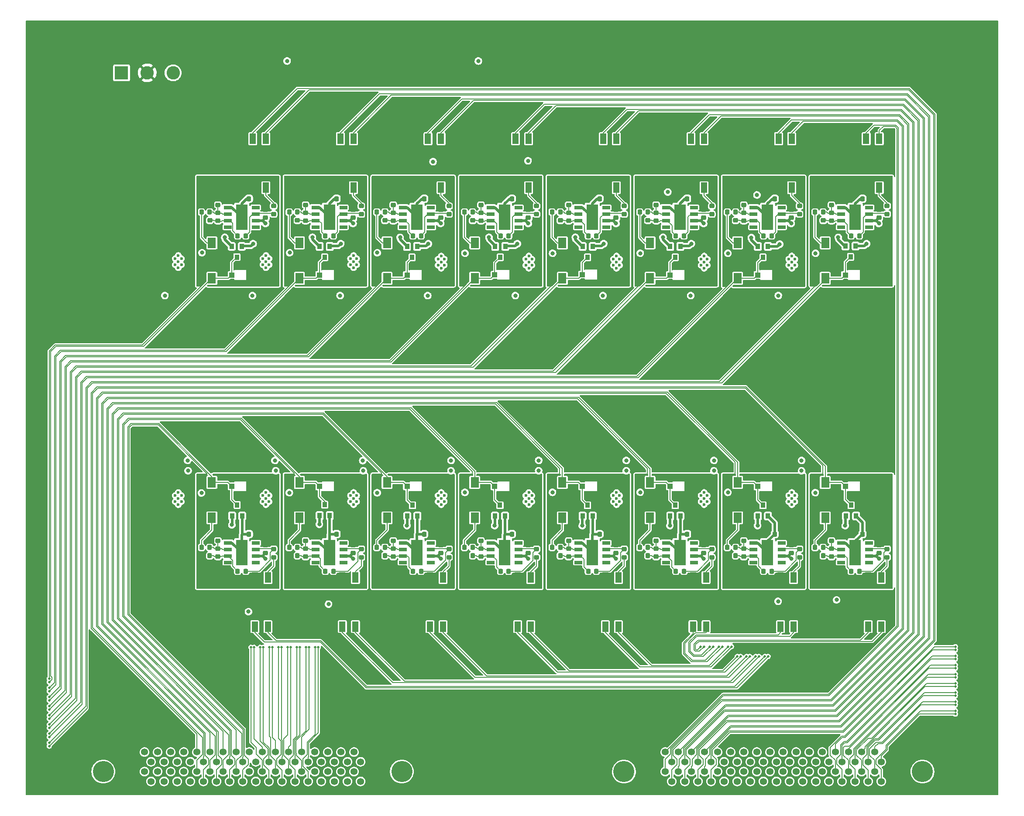
<source format=gbl>
G04 #@! TF.GenerationSoftware,KiCad,Pcbnew,(6.0.2)*
G04 #@! TF.CreationDate,2022-06-24T14:50:25-04:00*
G04 #@! TF.ProjectId,ARTIQAmp,41525449-5141-46d7-902e-6b696361645f,rev?*
G04 #@! TF.SameCoordinates,Original*
G04 #@! TF.FileFunction,Copper,L6,Bot*
G04 #@! TF.FilePolarity,Positive*
%FSLAX46Y46*%
G04 Gerber Fmt 4.6, Leading zero omitted, Abs format (unit mm)*
G04 Created by KiCad (PCBNEW (6.0.2)) date 2022-06-24 14:50:25*
%MOMM*%
%LPD*%
G01*
G04 APERTURE LIST*
G04 Aperture macros list*
%AMRoundRect*
0 Rectangle with rounded corners*
0 $1 Rounding radius*
0 $2 $3 $4 $5 $6 $7 $8 $9 X,Y pos of 4 corners*
0 Add a 4 corners polygon primitive as box body*
4,1,4,$2,$3,$4,$5,$6,$7,$8,$9,$2,$3,0*
0 Add four circle primitives for the rounded corners*
1,1,$1+$1,$2,$3*
1,1,$1+$1,$4,$5*
1,1,$1+$1,$6,$7*
1,1,$1+$1,$8,$9*
0 Add four rect primitives between the rounded corners*
20,1,$1+$1,$2,$3,$4,$5,0*
20,1,$1+$1,$4,$5,$6,$7,0*
20,1,$1+$1,$6,$7,$8,$9,0*
20,1,$1+$1,$8,$9,$2,$3,0*%
G04 Aperture macros list end*
G04 #@! TA.AperFunction,ComponentPad*
%ADD10C,0.600000*%
G04 #@! TD*
G04 #@! TA.AperFunction,SMDPad,CuDef*
%ADD11R,1.526000X0.650000*%
G04 #@! TD*
G04 #@! TA.AperFunction,SMDPad,CuDef*
%ADD12R,2.260000X5.000000*%
G04 #@! TD*
G04 #@! TA.AperFunction,SMDPad,CuDef*
%ADD13R,1.050000X1.000000*%
G04 #@! TD*
G04 #@! TA.AperFunction,SMDPad,CuDef*
%ADD14R,2.200000X1.050000*%
G04 #@! TD*
G04 #@! TA.AperFunction,ComponentPad*
%ADD15R,2.600000X2.600000*%
G04 #@! TD*
G04 #@! TA.AperFunction,ComponentPad*
%ADD16C,2.600000*%
G04 #@! TD*
G04 #@! TA.AperFunction,ComponentPad*
%ADD17C,1.360000*%
G04 #@! TD*
G04 #@! TA.AperFunction,ComponentPad*
%ADD18C,4.100000*%
G04 #@! TD*
G04 #@! TA.AperFunction,SMDPad,CuDef*
%ADD19RoundRect,0.218750X-0.256250X0.218750X-0.256250X-0.218750X0.256250X-0.218750X0.256250X0.218750X0*%
G04 #@! TD*
G04 #@! TA.AperFunction,SMDPad,CuDef*
%ADD20R,1.200000X2.000000*%
G04 #@! TD*
G04 #@! TA.AperFunction,SMDPad,CuDef*
%ADD21RoundRect,0.218750X-0.218750X-0.256250X0.218750X-0.256250X0.218750X0.256250X-0.218750X0.256250X0*%
G04 #@! TD*
G04 #@! TA.AperFunction,SMDPad,CuDef*
%ADD22RoundRect,0.218750X0.218750X0.256250X-0.218750X0.256250X-0.218750X-0.256250X0.218750X-0.256250X0*%
G04 #@! TD*
G04 #@! TA.AperFunction,SMDPad,CuDef*
%ADD23RoundRect,0.218750X0.256250X-0.218750X0.256250X0.218750X-0.256250X0.218750X-0.256250X-0.218750X0*%
G04 #@! TD*
G04 #@! TA.AperFunction,SMDPad,CuDef*
%ADD24R,1.600000X2.000000*%
G04 #@! TD*
G04 #@! TA.AperFunction,SMDPad,CuDef*
%ADD25R,2.600000X2.000000*%
G04 #@! TD*
G04 #@! TA.AperFunction,SMDPad,CuDef*
%ADD26R,0.850000X1.000000*%
G04 #@! TD*
G04 #@! TA.AperFunction,ViaPad*
%ADD27C,0.800000*%
G04 #@! TD*
G04 #@! TA.AperFunction,ViaPad*
%ADD28C,5.300000*%
G04 #@! TD*
G04 #@! TA.AperFunction,ViaPad*
%ADD29C,0.508000*%
G04 #@! TD*
G04 #@! TA.AperFunction,Conductor*
%ADD30C,0.127000*%
G04 #@! TD*
G04 #@! TA.AperFunction,Conductor*
%ADD31C,0.500000*%
G04 #@! TD*
G04 #@! TA.AperFunction,Conductor*
%ADD32C,0.508000*%
G04 #@! TD*
G04 APERTURE END LIST*
D10*
X84600000Y-112600000D03*
X84600000Y-110200000D03*
X84000000Y-110800000D03*
X85200000Y-110800000D03*
X84600000Y-111400000D03*
X85200000Y-112000000D03*
X84000000Y-112000000D03*
X101600000Y-112600000D03*
X101600000Y-110200000D03*
X101000000Y-110800000D03*
X102200000Y-110800000D03*
X101600000Y-111400000D03*
X102200000Y-112000000D03*
X101000000Y-112000000D03*
X135600000Y-112600000D03*
X135600000Y-110200000D03*
X135000000Y-110800000D03*
X136200000Y-110800000D03*
X135600000Y-111400000D03*
X136200000Y-112000000D03*
X135000000Y-112000000D03*
X152600000Y-112600000D03*
X152600000Y-110200000D03*
X152000000Y-110800000D03*
X153200000Y-110800000D03*
X152600000Y-111400000D03*
X153200000Y-112000000D03*
X152000000Y-112000000D03*
X169599991Y-112600006D03*
X169599991Y-110200006D03*
X168999991Y-110800006D03*
X170199991Y-110800006D03*
X169599991Y-111400006D03*
X170199991Y-112000006D03*
X168999991Y-112000006D03*
X50600000Y-112600000D03*
X50600000Y-110200000D03*
X50000000Y-110800000D03*
X51200000Y-110800000D03*
X50600000Y-111400000D03*
X51200000Y-112000000D03*
X50000000Y-112000000D03*
X118600000Y-112600000D03*
X118600000Y-110200000D03*
X118000000Y-110800000D03*
X119200000Y-110800000D03*
X118600000Y-111400000D03*
X119200000Y-112000000D03*
X118000000Y-112000000D03*
X169600000Y-66700000D03*
X169600000Y-64300000D03*
X169000000Y-64900000D03*
X170200000Y-64900000D03*
X169600000Y-65500000D03*
X170200000Y-66100000D03*
X169000000Y-66100000D03*
X152600000Y-66700000D03*
X152600000Y-64300000D03*
X152000000Y-64900000D03*
X153200000Y-64900000D03*
X152600000Y-65500000D03*
X153200000Y-66100000D03*
X152000000Y-66100000D03*
X135600000Y-66700000D03*
X135600000Y-64300000D03*
X135000000Y-64900000D03*
X136200000Y-64900000D03*
X135600000Y-65500000D03*
X136200000Y-66100000D03*
X135000000Y-66100000D03*
X101600000Y-66700000D03*
X101600000Y-64300000D03*
X101000000Y-64900000D03*
X102200000Y-64900000D03*
X101600000Y-65500000D03*
X102200000Y-66100000D03*
X101000000Y-66100000D03*
X84600000Y-66600000D03*
X84600000Y-64200000D03*
X84000000Y-64800000D03*
X85200000Y-64800000D03*
X84600000Y-65400000D03*
X85200000Y-66000000D03*
X84000000Y-66000000D03*
X67600000Y-66600000D03*
X67600000Y-64200000D03*
X67000000Y-64800000D03*
X68200000Y-64800000D03*
X67600000Y-65400000D03*
X68200000Y-66000000D03*
X67000000Y-66000000D03*
X118600000Y-66700000D03*
X118600000Y-64300000D03*
X118000000Y-64900000D03*
X119200000Y-64900000D03*
X118600000Y-65500000D03*
X119200000Y-66100000D03*
X118000000Y-66100000D03*
X50600000Y-66599996D03*
X50600000Y-64199996D03*
X50000000Y-64799996D03*
X51200000Y-64799996D03*
X50600000Y-65399996D03*
X51200000Y-65999996D03*
X50000000Y-65999996D03*
X67600000Y-112600000D03*
X67600000Y-110200000D03*
X67000000Y-110800000D03*
X68200000Y-110800000D03*
X67600000Y-111400000D03*
X68200000Y-112000000D03*
X67000000Y-112000000D03*
D11*
X60188000Y-58705000D03*
X60188000Y-57435000D03*
X60188000Y-56165000D03*
X60188000Y-54895000D03*
X65612000Y-54895000D03*
X65612000Y-56165000D03*
X65612000Y-57435000D03*
X65612000Y-58705000D03*
D10*
X62900000Y-55600000D03*
X62900000Y-58000000D03*
X62300000Y-57400000D03*
D12*
X62900000Y-56800000D03*
D10*
X63500000Y-57400000D03*
X62900000Y-56800000D03*
X63500000Y-56200000D03*
X62300000Y-56200000D03*
D11*
X162188000Y-58705000D03*
X162188000Y-57435000D03*
X162188000Y-56165000D03*
X162188000Y-54895000D03*
X167612000Y-54895000D03*
X167612000Y-56165000D03*
X167612000Y-57435000D03*
X167612000Y-58705000D03*
D10*
X164900000Y-55600000D03*
X164900000Y-58000000D03*
X164300000Y-57400000D03*
D12*
X164900000Y-56800000D03*
D10*
X165500000Y-57400000D03*
X164900000Y-56800000D03*
X165500000Y-56200000D03*
X164300000Y-56200000D03*
D11*
X94188000Y-58705000D03*
X94188000Y-57435000D03*
X94188000Y-56165000D03*
X94188000Y-54895000D03*
X99612000Y-54895000D03*
X99612000Y-56165000D03*
X99612000Y-57435000D03*
X99612000Y-58705000D03*
D10*
X96900000Y-55600000D03*
X96900000Y-58000000D03*
X96300000Y-57400000D03*
D12*
X96900000Y-56800000D03*
D10*
X97500000Y-57400000D03*
X96900000Y-56800000D03*
X97500000Y-56200000D03*
X96300000Y-56200000D03*
D11*
X145188000Y-58705000D03*
X145188000Y-57435000D03*
X145188000Y-56165000D03*
X145188000Y-54895000D03*
X150612000Y-54895000D03*
X150612000Y-56165000D03*
X150612000Y-57435000D03*
X150612000Y-58705000D03*
D10*
X147900000Y-55600000D03*
X147900000Y-58000000D03*
X147300000Y-57400000D03*
D12*
X147900000Y-56800000D03*
D10*
X148500000Y-57400000D03*
X147900000Y-56800000D03*
X148500000Y-56200000D03*
X147300000Y-56200000D03*
D11*
X77188000Y-58705000D03*
X77188000Y-57435000D03*
X77188000Y-56165000D03*
X77188000Y-54895000D03*
X82612000Y-54895000D03*
X82612000Y-56165000D03*
X82612000Y-57435000D03*
X82612000Y-58705000D03*
D10*
X79900000Y-55600000D03*
X79900000Y-58000000D03*
X79300000Y-57400000D03*
D12*
X79900000Y-56800000D03*
D10*
X80500000Y-57400000D03*
X79900000Y-56800000D03*
X80500000Y-56200000D03*
X79300000Y-56200000D03*
D11*
X128188000Y-58705000D03*
X128188000Y-57435000D03*
X128188000Y-56165000D03*
X128188000Y-54895000D03*
X133612000Y-54895000D03*
X133612000Y-56165000D03*
X133612000Y-57435000D03*
X133612000Y-58705000D03*
D10*
X130900000Y-55600000D03*
X130900000Y-58000000D03*
X130300000Y-57400000D03*
D12*
X130900000Y-56800000D03*
D10*
X131500000Y-57400000D03*
X130900000Y-56800000D03*
X131500000Y-56200000D03*
X130300000Y-56200000D03*
D11*
X179188000Y-58705000D03*
X179188000Y-57435000D03*
X179188000Y-56165000D03*
X179188000Y-54895000D03*
X184612000Y-54895000D03*
X184612000Y-56165000D03*
X184612000Y-57435000D03*
X184612000Y-58705000D03*
D10*
X181900000Y-55600000D03*
X181900000Y-58000000D03*
X181300000Y-57400000D03*
D12*
X181900000Y-56800000D03*
D10*
X182500000Y-57400000D03*
X181900000Y-56800000D03*
X182500000Y-56200000D03*
X181300000Y-56200000D03*
D11*
X111188000Y-58705000D03*
X111188000Y-57435000D03*
X111188000Y-56165000D03*
X111188000Y-54895000D03*
X116612000Y-54895000D03*
X116612000Y-56165000D03*
X116612000Y-57435000D03*
X116612000Y-58705000D03*
D10*
X113900000Y-55600000D03*
X113900000Y-58000000D03*
X113300000Y-57400000D03*
D12*
X113900000Y-56800000D03*
D10*
X114500000Y-57400000D03*
X113900000Y-56800000D03*
X114500000Y-56200000D03*
X113300000Y-56200000D03*
D11*
X60188000Y-123805000D03*
X60188000Y-122535000D03*
X60188000Y-121265000D03*
X60188000Y-119995000D03*
X65612000Y-119995000D03*
X65612000Y-121265000D03*
X65612000Y-122535000D03*
X65612000Y-123805000D03*
D10*
X62900000Y-120700000D03*
X62900000Y-123100000D03*
X62300000Y-122500000D03*
D12*
X62900000Y-121900000D03*
D10*
X63500000Y-122500000D03*
X62900000Y-121900000D03*
X63500000Y-121300000D03*
X62300000Y-121300000D03*
D11*
X179188000Y-123805000D03*
X179188000Y-122535000D03*
X179188000Y-121265000D03*
X179188000Y-119995000D03*
X184612000Y-119995000D03*
X184612000Y-121265000D03*
X184612000Y-122535000D03*
X184612000Y-123805000D03*
D10*
X181900000Y-120700000D03*
X181900000Y-123100000D03*
X181300000Y-122500000D03*
D12*
X181900000Y-121900000D03*
D10*
X182500000Y-122500000D03*
X181900000Y-121900000D03*
X182500000Y-121300000D03*
X181300000Y-121300000D03*
D11*
X162188000Y-123805000D03*
X162188000Y-122535000D03*
X162188000Y-121265000D03*
X162188000Y-119995000D03*
X167612000Y-119995000D03*
X167612000Y-121265000D03*
X167612000Y-122535000D03*
X167612000Y-123805000D03*
D10*
X164900000Y-120700000D03*
X164900000Y-123100000D03*
X164300000Y-122500000D03*
D12*
X164900000Y-121900000D03*
D10*
X165500000Y-122500000D03*
X164900000Y-121900000D03*
X165500000Y-121300000D03*
X164300000Y-121300000D03*
D11*
X145188000Y-123805000D03*
X145188000Y-122535000D03*
X145188000Y-121265000D03*
X145188000Y-119995000D03*
X150612000Y-119995000D03*
X150612000Y-121265000D03*
X150612000Y-122535000D03*
X150612000Y-123805000D03*
D10*
X147900000Y-120700000D03*
X147900000Y-123100000D03*
X147300000Y-122500000D03*
D12*
X147900000Y-121900000D03*
D10*
X148500000Y-122500000D03*
X147900000Y-121900000D03*
X148500000Y-121300000D03*
X147300000Y-121300000D03*
D11*
X128188000Y-123805000D03*
X128188000Y-122535000D03*
X128188000Y-121265000D03*
X128188000Y-119995000D03*
X133612000Y-119995000D03*
X133612000Y-121265000D03*
X133612000Y-122535000D03*
X133612000Y-123805000D03*
D10*
X130900000Y-120700000D03*
X130900000Y-123100000D03*
X130300000Y-122500000D03*
D12*
X130900000Y-121900000D03*
D10*
X131500000Y-122500000D03*
X130900000Y-121900000D03*
X131500000Y-121300000D03*
X130300000Y-121300000D03*
D11*
X77188000Y-123805000D03*
X77188000Y-122535000D03*
X77188000Y-121265000D03*
X77188000Y-119995000D03*
X82612000Y-119995000D03*
X82612000Y-121265000D03*
X82612000Y-122535000D03*
X82612000Y-123805000D03*
D10*
X79900000Y-120700000D03*
X79900000Y-123100000D03*
X79300000Y-122500000D03*
D12*
X79900000Y-121900000D03*
D10*
X80500000Y-122500000D03*
X79900000Y-121900000D03*
X80500000Y-121300000D03*
X79300000Y-121300000D03*
D11*
X111188000Y-123805000D03*
X111188000Y-122535000D03*
X111188000Y-121265000D03*
X111188000Y-119995000D03*
X116612000Y-119995000D03*
X116612000Y-121265000D03*
X116612000Y-122535000D03*
X116612000Y-123805000D03*
D10*
X113900000Y-120700000D03*
X113900000Y-123100000D03*
X113300000Y-122500000D03*
D12*
X113900000Y-121900000D03*
D10*
X114500000Y-122500000D03*
X113900000Y-121900000D03*
X114500000Y-121300000D03*
X113300000Y-121300000D03*
D11*
X94188000Y-123805000D03*
X94188000Y-122535000D03*
X94188000Y-121265000D03*
X94188000Y-119995000D03*
X99612000Y-119995000D03*
X99612000Y-121265000D03*
X99612000Y-122535000D03*
X99612000Y-123805000D03*
D10*
X96900000Y-120700000D03*
X96900000Y-123100000D03*
X96300000Y-122500000D03*
D12*
X96900000Y-121900000D03*
D10*
X97500000Y-122500000D03*
X96900000Y-121900000D03*
X97500000Y-121300000D03*
X96300000Y-121300000D03*
D13*
X179975000Y-68000000D03*
D14*
X181500000Y-69475000D03*
X181500000Y-66525000D03*
D13*
X162975000Y-68000000D03*
D14*
X164500000Y-69475000D03*
X164500000Y-66525000D03*
D13*
X145975000Y-68000000D03*
D14*
X147500000Y-69475000D03*
X147500000Y-66525000D03*
D13*
X128975000Y-67919600D03*
D14*
X130500000Y-69394600D03*
X130500000Y-66444600D03*
D13*
X111975000Y-67975000D03*
D14*
X113500000Y-69450000D03*
X113500000Y-66500000D03*
D13*
X94975000Y-68000000D03*
D14*
X96500000Y-69475000D03*
X96500000Y-66525000D03*
D13*
X77975000Y-68000000D03*
D14*
X79500000Y-69475000D03*
X79500000Y-66525000D03*
D13*
X60975000Y-68000000D03*
D14*
X62500000Y-69475000D03*
X62500000Y-66525000D03*
X181500000Y-107525000D03*
X181500000Y-110475000D03*
D13*
X179975000Y-109000000D03*
X162975000Y-109000000D03*
D14*
X164500000Y-110475000D03*
X164500000Y-107525000D03*
D13*
X145975000Y-109000000D03*
D14*
X147500000Y-110475000D03*
X147500000Y-107525000D03*
D13*
X128975000Y-109000000D03*
D14*
X130500000Y-110475000D03*
X130500000Y-107525000D03*
D13*
X111975000Y-109042200D03*
D14*
X113500000Y-110517200D03*
X113500000Y-107567200D03*
D13*
X94975000Y-109000000D03*
D14*
X96500000Y-110475000D03*
X96500000Y-107525000D03*
X79502000Y-107525000D03*
X79502000Y-110475000D03*
D13*
X77977000Y-109000000D03*
X60975000Y-109042200D03*
D14*
X62500000Y-110517200D03*
X62500000Y-107567200D03*
D15*
X39590000Y-28750000D03*
D16*
X44590000Y-28750000D03*
X49590000Y-28750000D03*
D17*
X186955000Y-162500000D03*
X185685000Y-160600000D03*
X184415000Y-162500000D03*
X183145000Y-160600000D03*
X181875000Y-162500000D03*
X180605000Y-160600000D03*
X179335000Y-162500000D03*
X178065000Y-160600000D03*
X176795000Y-162500000D03*
X175525000Y-160600000D03*
X174255000Y-162500000D03*
X172985000Y-160600000D03*
X171715000Y-162500000D03*
X170445000Y-160600000D03*
X169175000Y-162500000D03*
X167905000Y-160600000D03*
X166635000Y-162500000D03*
X165365000Y-160600000D03*
X164095000Y-162500000D03*
X162825000Y-160600000D03*
X161555000Y-162500000D03*
X160285000Y-160600000D03*
X159015000Y-162500000D03*
X157745000Y-160600000D03*
X156475000Y-162500000D03*
X155205000Y-160600000D03*
X153935000Y-162500000D03*
X152665000Y-160600000D03*
X151395000Y-162500000D03*
X150125000Y-160600000D03*
X148855000Y-162500000D03*
X147585000Y-160600000D03*
X146315000Y-162500000D03*
X145045000Y-160600000D03*
X186955000Y-166300000D03*
X185685000Y-164400000D03*
X184415000Y-166300000D03*
X183145000Y-164400000D03*
X181875000Y-166300000D03*
X180605000Y-164400000D03*
X179335000Y-166300000D03*
X178065000Y-164400000D03*
X176795000Y-166300000D03*
X175525000Y-164400000D03*
X174255000Y-166300000D03*
X172985000Y-164400000D03*
X171715000Y-166300000D03*
X170445000Y-164400000D03*
X169175000Y-166300000D03*
X167905000Y-164400000D03*
X166635000Y-166300000D03*
X165365000Y-164400000D03*
X164095000Y-166300000D03*
X162825000Y-164400000D03*
X161555000Y-166300000D03*
X160285000Y-164400000D03*
X159015000Y-166300000D03*
X157745000Y-164400000D03*
X156475000Y-166300000D03*
X155205000Y-164400000D03*
X153935000Y-166300000D03*
X152665000Y-164400000D03*
X151395000Y-166300000D03*
X150125000Y-164400000D03*
X148855000Y-166300000D03*
X147585000Y-164400000D03*
X146315000Y-166300000D03*
X145045000Y-164400000D03*
D18*
X137045000Y-164400000D03*
X194955000Y-164400000D03*
D17*
X85955000Y-162500000D03*
X84685000Y-160600000D03*
X83415000Y-162500000D03*
X82145000Y-160600000D03*
X80875000Y-162500000D03*
X79605000Y-160600000D03*
X78335000Y-162500000D03*
X77065000Y-160600000D03*
X75795000Y-162500000D03*
X74525000Y-160600000D03*
X73255000Y-162500000D03*
X71985000Y-160600000D03*
X70715000Y-162500000D03*
X69445000Y-160600000D03*
X68175000Y-162500000D03*
X66905000Y-160600000D03*
X65635000Y-162500000D03*
X64365000Y-160600000D03*
X63095000Y-162500000D03*
X61825000Y-160600000D03*
X60555000Y-162500000D03*
X59285000Y-160600000D03*
X58015000Y-162500000D03*
X56745000Y-160600000D03*
X55475000Y-162500000D03*
X54205000Y-160600000D03*
X52935000Y-162500000D03*
X51665000Y-160600000D03*
X50395000Y-162500000D03*
X49125000Y-160600000D03*
X47855000Y-162500000D03*
X46585000Y-160600000D03*
X45315000Y-162500000D03*
X44045000Y-160600000D03*
X85955000Y-166300000D03*
X84685000Y-164400000D03*
X83415000Y-166300000D03*
X82145000Y-164400000D03*
X80875000Y-166300000D03*
X79605000Y-164400000D03*
X78335000Y-166300000D03*
X77065000Y-164400000D03*
X75795000Y-166300000D03*
X74525000Y-164400000D03*
X73255000Y-166300000D03*
X71985000Y-164400000D03*
X70715000Y-166300000D03*
X69445000Y-164400000D03*
X68175000Y-166300000D03*
X66905000Y-164400000D03*
X65635000Y-166300000D03*
X64365000Y-164400000D03*
X63095000Y-166300000D03*
X61825000Y-164400000D03*
X60555000Y-166300000D03*
X59285000Y-164400000D03*
X58015000Y-166300000D03*
X56745000Y-164400000D03*
X55475000Y-166300000D03*
X54205000Y-164400000D03*
X52935000Y-166300000D03*
X51665000Y-164400000D03*
X50395000Y-166300000D03*
X49125000Y-164400000D03*
X47855000Y-166300000D03*
X46585000Y-164400000D03*
X45315000Y-166300000D03*
X44045000Y-164400000D03*
D18*
X36045000Y-164400000D03*
X93955000Y-164400000D03*
D19*
X58300000Y-55912500D03*
X58300000Y-57487500D03*
X188100000Y-54612500D03*
X188100000Y-56187500D03*
X177300000Y-55912500D03*
X177300000Y-57487500D03*
X171100000Y-54612500D03*
X171100000Y-56187500D03*
X160300000Y-55912500D03*
X160300000Y-57487500D03*
X69100000Y-54612500D03*
X69100000Y-56187500D03*
X154100000Y-54612500D03*
X154100000Y-56187500D03*
X143300000Y-55912500D03*
X143300000Y-57487500D03*
X137100000Y-54612500D03*
X137100000Y-56187500D03*
X120100000Y-54612500D03*
X120100000Y-56187500D03*
X109300000Y-55912500D03*
X109300000Y-57487500D03*
X75300000Y-55912500D03*
X75300000Y-57487500D03*
X103100000Y-54612500D03*
X103100000Y-56187500D03*
X126300000Y-55912500D03*
X126300000Y-57487500D03*
X92300000Y-55912500D03*
X92300000Y-57487500D03*
X86100000Y-54612500D03*
X86100000Y-56187500D03*
D20*
X152570000Y-51050000D03*
X150030000Y-51050000D03*
X150030000Y-41550000D03*
X152570000Y-41550000D03*
X118570000Y-51050000D03*
X116030000Y-51050000D03*
X116030000Y-41550000D03*
X118570000Y-41550000D03*
X101570000Y-51050000D03*
X99030000Y-51050000D03*
X99030000Y-41550000D03*
X101570000Y-41550000D03*
X67570000Y-51050000D03*
X65030000Y-51050000D03*
X65030000Y-41550000D03*
X67570000Y-41550000D03*
X135570000Y-51050000D03*
X133030000Y-51050000D03*
X133030000Y-41550000D03*
X135570000Y-41550000D03*
X84570000Y-51050000D03*
X82030000Y-51050000D03*
X82030000Y-41550000D03*
X84570000Y-41550000D03*
X169570000Y-51050000D03*
X167030000Y-51050000D03*
X167030000Y-41550000D03*
X169570000Y-41550000D03*
X186570000Y-51050000D03*
X184030000Y-51050000D03*
X184030000Y-41550000D03*
X186570000Y-41550000D03*
D21*
X130112500Y-60400000D03*
X131687500Y-60400000D03*
D22*
X141687500Y-55800000D03*
X140112500Y-55800000D03*
D21*
X113112500Y-60400000D03*
X114687500Y-60400000D03*
D22*
X90687500Y-55800000D03*
X89112500Y-55800000D03*
X73687500Y-55800000D03*
X72112500Y-55800000D03*
D21*
X96112500Y-60400000D03*
X97687500Y-60400000D03*
X79112500Y-60400000D03*
X80687500Y-60400000D03*
D23*
X73700000Y-58987500D03*
X73700000Y-57412500D03*
D21*
X147112500Y-60400000D03*
X148687500Y-60400000D03*
D22*
X107687500Y-55800000D03*
X106112500Y-55800000D03*
D23*
X107700000Y-58987500D03*
X107700000Y-57412500D03*
X124700000Y-58987500D03*
X124700000Y-57412500D03*
D22*
X124687500Y-55800000D03*
X123112500Y-55800000D03*
X99887500Y-53200000D03*
X98312500Y-53200000D03*
D23*
X75300000Y-54387500D03*
X75300000Y-52812500D03*
D19*
X135500000Y-55312500D03*
X135500000Y-56887500D03*
D22*
X150887500Y-53200000D03*
X149312500Y-53200000D03*
D23*
X177300000Y-54387500D03*
X177300000Y-52812500D03*
X126300000Y-54387500D03*
X126300000Y-52812500D03*
D19*
X118500000Y-55312500D03*
X118500000Y-56887500D03*
X67500000Y-55312500D03*
X67500000Y-56887500D03*
D22*
X115312500Y-53200000D03*
X116887500Y-53200000D03*
D23*
X143300000Y-54387500D03*
X143300000Y-52812500D03*
D22*
X167887500Y-53200000D03*
X166312500Y-53200000D03*
X184887500Y-53200000D03*
X183312500Y-53200000D03*
X133887500Y-53200000D03*
X132312500Y-53200000D03*
D19*
X101500000Y-55312500D03*
X101500000Y-56887500D03*
X169500000Y-55312500D03*
X169500000Y-56887500D03*
X186500000Y-55312500D03*
X186500000Y-56887500D03*
D23*
X92300000Y-54387500D03*
X92300000Y-52812500D03*
D19*
X152500000Y-55312500D03*
X152500000Y-56887500D03*
D23*
X160300000Y-54387500D03*
X160300000Y-52812500D03*
D19*
X84500000Y-55312500D03*
X84500000Y-56887500D03*
D23*
X58300000Y-54387500D03*
X58300000Y-52812500D03*
D22*
X82887500Y-53200000D03*
X81312500Y-53200000D03*
D23*
X109300000Y-54387500D03*
X109300000Y-52812500D03*
D24*
X142100000Y-68650000D03*
X142100000Y-61750000D03*
D25*
X142100000Y-65200000D03*
D24*
X108100000Y-68650000D03*
X108100000Y-61750000D03*
D25*
X108100000Y-65200000D03*
D24*
X74100000Y-68650000D03*
X74100000Y-61750000D03*
D25*
X74100000Y-65200000D03*
D24*
X176100000Y-68650000D03*
X176100000Y-61750000D03*
D25*
X176100000Y-65200000D03*
D24*
X91100000Y-68650000D03*
X91100000Y-61750000D03*
D25*
X91100000Y-65200000D03*
D24*
X57100000Y-68650000D03*
X57100000Y-61750000D03*
D25*
X57100000Y-65200000D03*
D24*
X159100000Y-68650000D03*
X159100000Y-61750000D03*
D25*
X159100000Y-65200000D03*
D24*
X125100000Y-68650000D03*
X125100000Y-61750000D03*
D25*
X125100000Y-65200000D03*
D22*
X65887500Y-53200000D03*
X64312500Y-53200000D03*
D23*
X56700000Y-58987500D03*
X56700000Y-57412500D03*
D22*
X56687500Y-55800000D03*
X55112500Y-55800000D03*
D23*
X141700000Y-58987500D03*
X141700000Y-57412500D03*
D22*
X175675000Y-55800000D03*
X174100000Y-55800000D03*
D21*
X181112500Y-60400000D03*
X182687500Y-60400000D03*
D23*
X158700000Y-58987500D03*
X158700000Y-57412500D03*
D22*
X158687500Y-55800000D03*
X157112500Y-55800000D03*
D21*
X164112500Y-60400000D03*
X165687500Y-60400000D03*
D23*
X175700000Y-58987500D03*
X175700000Y-57412500D03*
D21*
X62112500Y-60400000D03*
X63687500Y-60400000D03*
D23*
X90700000Y-58987500D03*
X90700000Y-57412500D03*
X188100000Y-122787500D03*
X188100000Y-121212500D03*
D19*
X75300000Y-121112500D03*
X75300000Y-122687500D03*
X92300000Y-121112500D03*
X92300000Y-122687500D03*
X160300000Y-121112500D03*
X160300000Y-122687500D03*
D23*
X137100000Y-122787500D03*
X137100000Y-121212500D03*
X86100000Y-122787500D03*
X86100000Y-121212500D03*
D19*
X109300000Y-121112500D03*
X109300000Y-122687500D03*
X143300000Y-121112500D03*
X143300000Y-122687500D03*
D23*
X171100000Y-122787500D03*
X171100000Y-121212500D03*
X120100000Y-122787500D03*
X120100000Y-121212500D03*
D19*
X177300000Y-121112500D03*
X177300000Y-122687500D03*
D23*
X154100000Y-122787500D03*
X154100000Y-121212500D03*
D19*
X126300000Y-121112500D03*
X126300000Y-122687500D03*
D23*
X69100000Y-122787500D03*
X69100000Y-121212500D03*
D19*
X58300000Y-121112500D03*
X58300000Y-122687500D03*
D23*
X103100000Y-122787500D03*
X103100000Y-121212500D03*
D20*
X65430000Y-126750000D03*
X67970000Y-126750000D03*
X67970000Y-136250000D03*
X65430000Y-136250000D03*
X167430000Y-126750000D03*
X169970000Y-126750000D03*
X169970000Y-136250000D03*
X167430000Y-136250000D03*
X116430000Y-126750000D03*
X118970000Y-126750000D03*
X118970000Y-136250000D03*
X116430000Y-136250000D03*
X184430000Y-126750000D03*
X186970000Y-126750000D03*
X186970000Y-136250000D03*
X184430000Y-136250000D03*
X150430000Y-126750000D03*
X152970000Y-126750000D03*
X152970000Y-136250000D03*
X150430000Y-136250000D03*
X99430000Y-126750000D03*
X101970000Y-126750000D03*
X101970000Y-136250000D03*
X99430000Y-136250000D03*
X82430000Y-126750000D03*
X84970000Y-126750000D03*
X84970000Y-136250000D03*
X82430000Y-136250000D03*
X133430000Y-126750000D03*
X135970000Y-126750000D03*
X135970000Y-136250000D03*
X133430000Y-136250000D03*
D22*
X82887500Y-118300000D03*
X81312500Y-118300000D03*
D19*
X135500000Y-120412500D03*
X135500000Y-121987500D03*
D22*
X133887500Y-118300000D03*
X132312500Y-118300000D03*
D23*
X92300000Y-119587500D03*
X92300000Y-118012500D03*
D22*
X99887500Y-118300000D03*
X98312500Y-118300000D03*
D19*
X84500000Y-120412500D03*
X84500000Y-121987500D03*
X101500000Y-120412500D03*
X101500000Y-121987500D03*
D23*
X126300000Y-119587500D03*
X126300000Y-118012500D03*
X75300000Y-119587500D03*
X75300000Y-118012500D03*
X109300000Y-119587500D03*
X109300000Y-118012500D03*
D22*
X116887500Y-118300000D03*
X115312500Y-118300000D03*
D19*
X118500000Y-120412500D03*
X118500000Y-121987500D03*
D21*
X164112500Y-125500000D03*
X165687500Y-125500000D03*
D22*
X90687500Y-120900000D03*
X89112500Y-120900000D03*
D21*
X147112500Y-125500000D03*
X148687500Y-125500000D03*
X89112500Y-122500000D03*
X90687500Y-122500000D03*
X140112500Y-122500000D03*
X141687500Y-122500000D03*
X130112500Y-125500000D03*
X131687500Y-125500000D03*
D22*
X158687500Y-120900000D03*
X157112500Y-120900000D03*
D21*
X181112500Y-125500000D03*
X182687500Y-125500000D03*
X157112500Y-122500000D03*
X158687500Y-122500000D03*
D22*
X175687500Y-120900000D03*
X174112500Y-120900000D03*
X107687500Y-120900000D03*
X106112500Y-120900000D03*
X124687500Y-120900000D03*
X123112500Y-120900000D03*
D21*
X174100000Y-122500000D03*
X175675000Y-122500000D03*
X106112500Y-122500000D03*
X107687500Y-122500000D03*
X123112500Y-122500000D03*
X124687500Y-122500000D03*
X96112500Y-125500000D03*
X97687500Y-125500000D03*
X113112500Y-125500000D03*
X114687500Y-125500000D03*
D22*
X141687500Y-120900000D03*
X140112500Y-120900000D03*
D23*
X160300000Y-119587500D03*
X160300000Y-118012500D03*
X177300000Y-119587500D03*
X177300000Y-118012500D03*
D19*
X152500000Y-120412500D03*
X152500000Y-121987500D03*
X169500000Y-120412500D03*
X169500000Y-121987500D03*
D22*
X184887500Y-118300000D03*
X183312500Y-118300000D03*
D23*
X143300000Y-119587500D03*
X143300000Y-118012500D03*
D19*
X67500000Y-120412500D03*
X67500000Y-121987500D03*
X186500000Y-120412500D03*
X186500000Y-121987500D03*
D22*
X65887500Y-118300000D03*
X64312500Y-118300000D03*
D23*
X58300000Y-119587500D03*
X58300000Y-118012500D03*
D22*
X167887500Y-118300000D03*
X166312500Y-118300000D03*
X150887500Y-118300000D03*
X149312500Y-118300000D03*
D21*
X79112500Y-125500000D03*
X80687500Y-125500000D03*
X72112500Y-122500000D03*
X73687500Y-122500000D03*
D22*
X73687500Y-120900000D03*
X72112500Y-120900000D03*
D24*
X142100000Y-108250000D03*
X142100000Y-115150000D03*
D25*
X142100000Y-111700000D03*
D24*
X108100000Y-108250000D03*
X108100000Y-115150000D03*
D25*
X108100000Y-111700000D03*
D24*
X74100000Y-108250000D03*
X74100000Y-115150000D03*
D25*
X74100000Y-111700000D03*
D21*
X55112500Y-122500000D03*
X56687500Y-122500000D03*
D24*
X57100000Y-108250000D03*
X57100000Y-115150000D03*
D25*
X57100000Y-111700000D03*
D24*
X176100000Y-108250000D03*
X176100000Y-115150000D03*
D25*
X176100000Y-111700000D03*
D24*
X125100000Y-108250000D03*
X125100000Y-115150000D03*
D25*
X125100000Y-111700000D03*
D24*
X91100000Y-108250000D03*
X91100000Y-115150000D03*
D25*
X91100000Y-111700000D03*
D22*
X56687500Y-120900000D03*
X55112500Y-120900000D03*
D21*
X62112500Y-125500000D03*
X63687500Y-125500000D03*
D24*
X159100000Y-108250000D03*
X159100000Y-115150000D03*
D25*
X159100000Y-111700000D03*
D26*
X164980000Y-114800000D03*
X163020000Y-114800000D03*
X164000000Y-112700000D03*
X180020000Y-62373800D03*
X181980000Y-62373800D03*
X181000000Y-64473800D03*
X96980000Y-114800000D03*
X95020000Y-114800000D03*
X96000000Y-112700000D03*
X130980000Y-114800000D03*
X129020000Y-114800000D03*
X130000000Y-112700000D03*
X163020000Y-62450000D03*
X164980000Y-62450000D03*
X164000000Y-64550000D03*
X94970000Y-62470000D03*
X96930000Y-62470000D03*
X95950000Y-64570000D03*
X112070000Y-62450000D03*
X114030000Y-62450000D03*
X113050000Y-64550000D03*
X79980000Y-114689600D03*
X78020000Y-114689600D03*
X79000000Y-112589600D03*
X146020000Y-62450000D03*
X147980000Y-62450000D03*
X147000000Y-64550000D03*
X113980000Y-114800000D03*
X112020000Y-114800000D03*
X113000000Y-112700000D03*
X182082000Y-114800000D03*
X180122000Y-114800000D03*
X181102000Y-112700000D03*
X63000000Y-114750000D03*
X61040000Y-114750000D03*
X62020000Y-112650000D03*
X78020000Y-62450000D03*
X79980000Y-62450000D03*
X79000000Y-64550000D03*
X60970000Y-62430000D03*
X62930000Y-62430000D03*
X61950000Y-64530000D03*
X129020000Y-62450000D03*
X130980000Y-62450000D03*
X130000000Y-64550000D03*
X147980000Y-114800000D03*
X146020000Y-114800000D03*
X147000000Y-112700000D03*
D27*
X65115000Y-61935000D03*
X59615000Y-60685000D03*
X82115000Y-61935000D03*
X76615000Y-60685000D03*
X99115000Y-61935000D03*
X93615000Y-60685000D03*
X116365000Y-61935000D03*
X110865000Y-60685000D03*
X133115000Y-61935000D03*
X127615000Y-60685000D03*
X150115000Y-61935000D03*
X144615000Y-60685000D03*
X184115000Y-61935000D03*
X178615000Y-60685000D03*
X167250000Y-62000000D03*
D28*
X204150011Y-23950000D03*
X204150000Y-163650000D03*
X26350000Y-163650000D03*
X26350011Y-23950000D03*
D29*
X198100000Y-84500000D03*
X108712000Y-145288000D03*
X177800000Y-157607000D03*
X142600000Y-162500000D03*
X197100000Y-154500000D03*
X175600000Y-130500000D03*
X78750000Y-82500000D03*
X23600000Y-154500000D03*
X40600000Y-79500000D03*
X160000000Y-87500000D03*
X209100000Y-101500000D03*
X167100000Y-31000000D03*
X38100000Y-50500000D03*
X187100000Y-168500000D03*
X129100000Y-46000000D03*
X147100000Y-149500000D03*
X94500000Y-43800000D03*
X22100000Y-64500000D03*
X37100000Y-160500000D03*
X80600000Y-44500000D03*
X24600000Y-94500000D03*
X61100000Y-132000000D03*
X23600000Y-149500000D03*
X38100000Y-44500000D03*
X34600000Y-144500000D03*
X198100000Y-104500000D03*
X27100000Y-80500000D03*
X96600000Y-130500000D03*
X23600000Y-159500000D03*
X24600000Y-114500000D03*
X127100000Y-31000000D03*
X137922000Y-36703000D03*
X69600000Y-96500000D03*
X40100000Y-163000000D03*
X44600000Y-122000000D03*
X188100000Y-104500000D03*
X122140000Y-149540000D03*
X154100000Y-95000000D03*
X95600000Y-97000000D03*
X183640000Y-39140000D03*
X82100000Y-168500000D03*
X198100000Y-59500000D03*
X27470000Y-160040000D03*
X202100000Y-168500000D03*
X198100000Y-39500000D03*
X142100000Y-19500000D03*
X38090000Y-47500000D03*
X172100000Y-31000000D03*
X147100000Y-132500000D03*
X85600000Y-44500000D03*
X64135000Y-138176000D03*
X40600000Y-64500000D03*
X90600000Y-44500000D03*
X198100000Y-94500000D03*
X117100000Y-31000000D03*
X137100000Y-143500000D03*
X198100000Y-34500000D03*
X100650000Y-34280000D03*
X106045000Y-34671000D03*
X80600000Y-131000000D03*
X67600000Y-82500000D03*
X130750000Y-81500000D03*
X198100000Y-109500000D03*
X66100000Y-47500000D03*
X168600000Y-130000000D03*
X57600000Y-97000000D03*
X41100000Y-47500000D03*
X112600000Y-97000000D03*
X198100000Y-99500000D03*
X53100000Y-97000000D03*
X121100000Y-97000000D03*
X54600000Y-132000000D03*
X127100000Y-19500000D03*
X32100000Y-80500000D03*
X147100000Y-31000000D03*
X157100000Y-132500000D03*
X44600000Y-127000000D03*
X82100000Y-154000000D03*
X41100000Y-50500000D03*
X187100000Y-19500000D03*
X112100000Y-19500000D03*
X150600000Y-37000000D03*
X87100000Y-31000000D03*
X89916000Y-33782000D03*
X198100000Y-129500000D03*
X63600000Y-44000000D03*
X144300000Y-133000000D03*
X124460000Y-144145000D03*
X40600000Y-74500000D03*
X193100000Y-156500000D03*
X157100000Y-31000000D03*
X142100000Y-168500000D03*
X117040000Y-149510000D03*
X142100000Y-31000000D03*
X112600000Y-45500000D03*
X175610000Y-135530000D03*
X97100000Y-31000000D03*
X152600000Y-83000000D03*
X198100000Y-64500000D03*
X198100000Y-119500000D03*
X92100000Y-149500000D03*
X132100000Y-31000000D03*
X157100000Y-168500000D03*
X66100000Y-132000000D03*
X56100000Y-81500000D03*
X209100000Y-161500000D03*
X162100000Y-31000000D03*
X144100000Y-158500000D03*
X120600000Y-85500000D03*
X198100000Y-74500000D03*
X158500000Y-47800000D03*
X188580000Y-40160000D03*
X188150000Y-74500000D03*
X112100000Y-168500000D03*
X24600000Y-99500000D03*
X55600000Y-45500000D03*
X82100000Y-145500000D03*
X68600000Y-44000000D03*
X97100000Y-19500000D03*
X198100000Y-114500000D03*
X190100000Y-160500000D03*
X134100000Y-36000000D03*
X188930000Y-71120000D03*
X109100000Y-94000000D03*
X198100000Y-89500000D03*
X209100000Y-26500000D03*
X137100000Y-31000000D03*
X41100000Y-44500000D03*
X198100000Y-124500000D03*
X203100000Y-144500000D03*
X112100000Y-31000000D03*
X177100000Y-31000000D03*
X126750000Y-85500000D03*
X51200000Y-81490000D03*
X106600000Y-133000000D03*
X178600000Y-79500000D03*
X122100000Y-31000000D03*
X188100000Y-84500000D03*
X24600000Y-144500000D03*
X140600000Y-132500000D03*
X22100000Y-49500000D03*
X141100000Y-81500000D03*
X126600000Y-45800000D03*
X102100000Y-31000000D03*
X24600000Y-134500000D03*
X152100000Y-132500000D03*
X136100000Y-86500000D03*
X104100000Y-94000000D03*
X64600000Y-38500000D03*
X99550000Y-140510000D03*
X170120000Y-38610000D03*
X24600000Y-124500000D03*
X85600000Y-131000000D03*
X203100000Y-154500000D03*
X157100000Y-91000000D03*
X198100000Y-79500000D03*
X37100000Y-19500000D03*
X150100000Y-151500000D03*
X120100000Y-93000000D03*
X209100000Y-86500000D03*
X166100000Y-147500000D03*
X92583000Y-146304000D03*
X127100000Y-168500000D03*
X104600000Y-145500000D03*
X167100000Y-91500000D03*
X203100000Y-139500000D03*
X164750000Y-83000000D03*
X88100000Y-95000000D03*
X49600000Y-122000000D03*
X171600000Y-94500000D03*
X209100000Y-146500000D03*
X107710000Y-44390000D03*
X198100000Y-49500000D03*
X71100000Y-132000000D03*
X194600000Y-31500000D03*
X32100000Y-160500000D03*
X182100000Y-31000000D03*
X114100000Y-130500000D03*
X48100000Y-54000000D03*
X172100000Y-19500000D03*
X104090000Y-46930000D03*
X82100000Y-31000000D03*
X119100000Y-81500000D03*
X85100000Y-81500000D03*
X198100000Y-69500000D03*
X160400000Y-132100000D03*
X78400000Y-42900000D03*
X62400000Y-41900000D03*
X72100000Y-31000000D03*
X166100000Y-143000000D03*
X128500000Y-134200000D03*
X79100000Y-142500000D03*
X180600000Y-130500000D03*
X111500000Y-84500000D03*
X132100000Y-149500000D03*
X40600000Y-69500000D03*
X86100000Y-158000000D03*
X90600000Y-136000000D03*
X172980000Y-140400000D03*
X146100000Y-97000000D03*
X83100000Y-48000000D03*
X178600000Y-74500000D03*
X188100000Y-99500000D03*
X22100000Y-79500000D03*
X161100000Y-95000000D03*
X79100000Y-149000000D03*
X167100000Y-87500000D03*
X167100000Y-38500000D03*
X49600000Y-132000000D03*
X43100000Y-56000000D03*
X203100000Y-149500000D03*
X62500000Y-81500000D03*
X77100000Y-31000000D03*
X67180000Y-19460000D03*
X136100000Y-92000000D03*
X67100000Y-168500000D03*
X61600000Y-97000000D03*
X129100000Y-97000000D03*
X209100000Y-41500000D03*
X24600000Y-139500000D03*
X37100000Y-168500000D03*
X188100000Y-94500000D03*
X72600000Y-82500000D03*
X24600000Y-84500000D03*
X37100000Y-80500000D03*
X52100000Y-168500000D03*
X121920000Y-35687000D03*
X40600000Y-59500000D03*
X178100000Y-146000000D03*
X112300000Y-135000000D03*
X52959000Y-157099000D03*
X77600000Y-96500000D03*
X112090000Y-149510000D03*
X178600000Y-94500000D03*
X142500000Y-86500000D03*
X180600000Y-135500000D03*
X24600000Y-119500000D03*
X209100000Y-131500000D03*
X142500000Y-46900000D03*
X141100000Y-92000000D03*
X93100000Y-95000000D03*
X104600000Y-84500000D03*
X107100000Y-149500000D03*
X148100000Y-155500000D03*
X209100000Y-116500000D03*
X119100000Y-133000000D03*
X95250000Y-83500000D03*
X202100000Y-19500000D03*
X198100000Y-134500000D03*
X163100000Y-131500000D03*
X125100000Y-93000000D03*
X171100000Y-83000000D03*
X102100000Y-81500000D03*
X73600000Y-44000000D03*
X172620000Y-48040000D03*
X24600000Y-109500000D03*
X198100000Y-54500000D03*
X147500000Y-81500000D03*
X107100000Y-31000000D03*
X139100000Y-46500000D03*
X24600000Y-89500000D03*
X188100000Y-89500000D03*
X68100000Y-35000000D03*
X172100000Y-168500000D03*
X99600000Y-145500000D03*
X142050000Y-149540000D03*
X198100000Y-44500000D03*
X209100000Y-71500000D03*
X209100000Y-56500000D03*
X24600000Y-104500000D03*
X121100000Y-144500000D03*
X116100000Y-140500000D03*
X152100000Y-31000000D03*
X88600000Y-83500000D03*
X92100000Y-31000000D03*
X116100000Y-144500000D03*
X135600000Y-132500000D03*
X52170000Y-19300000D03*
X115600000Y-85500000D03*
X51600000Y-49500000D03*
X125210000Y-44900000D03*
X141100000Y-97000000D03*
X88600000Y-162500000D03*
X102100000Y-149500000D03*
X149600000Y-87500000D03*
X130600000Y-132500000D03*
X124100000Y-133000000D03*
X154880000Y-47390000D03*
X157100000Y-19500000D03*
X137100000Y-149500000D03*
X140589000Y-143129000D03*
X127100000Y-149500000D03*
X136100000Y-81500000D03*
X73914000Y-32639000D03*
X110500000Y-44900000D03*
X132620000Y-140470000D03*
X149600000Y-91000000D03*
X154051000Y-37719000D03*
X101600000Y-133000000D03*
X80190000Y-137020000D03*
X82100000Y-19500000D03*
X178600000Y-99500000D03*
X188100000Y-79500000D03*
X97100000Y-44500000D03*
X97100000Y-168500000D03*
X97100000Y-149500000D03*
X22100000Y-34500000D03*
X114980000Y-47710000D03*
X187100000Y-31000000D03*
X96100000Y-135900000D03*
X24600000Y-129500000D03*
X87100000Y-149500000D03*
D27*
X186500000Y-58000000D03*
X67500000Y-123100000D03*
X101500000Y-123100000D03*
X84500000Y-123100000D03*
X118500000Y-123100000D03*
X135500000Y-123100000D03*
X152500000Y-123100000D03*
X169500000Y-123100000D03*
X186500000Y-123100000D03*
X171500000Y-104000000D03*
X55090000Y-110320000D03*
X118500000Y-58000000D03*
X101500000Y-58000000D03*
X115980000Y-72000000D03*
X86375000Y-104025000D03*
X106200000Y-63775000D03*
X178290000Y-131070000D03*
X71710000Y-26460000D03*
X84500000Y-58000000D03*
X145960000Y-116645000D03*
X157200000Y-63775000D03*
X123180000Y-110190000D03*
X89180000Y-110280000D03*
X162850000Y-52460000D03*
X79750000Y-131890000D03*
X69350000Y-104000000D03*
X64980000Y-72000000D03*
X174150000Y-110260000D03*
X149980000Y-72000000D03*
X52400000Y-104000000D03*
X152500000Y-58000000D03*
X94960000Y-116645000D03*
X118440000Y-45840000D03*
X67500000Y-58000000D03*
X81980000Y-72000000D03*
X132980000Y-72000000D03*
X55200000Y-63675000D03*
X174200000Y-63775000D03*
X140190000Y-110180000D03*
X162960000Y-116645000D03*
X106200000Y-110200000D03*
X137500000Y-104000000D03*
X169500000Y-58000000D03*
X123200000Y-63775000D03*
X61000000Y-116500000D03*
X72136000Y-110264000D03*
X103500000Y-104000000D03*
X135500000Y-58000000D03*
X89200000Y-63675000D03*
X120500000Y-104000000D03*
X140200000Y-63775000D03*
X154500000Y-104000000D03*
X166980000Y-72000000D03*
X72200000Y-63675000D03*
X157200000Y-110200000D03*
X179960000Y-116645000D03*
X111960000Y-116645000D03*
X48000000Y-72000000D03*
X128960000Y-116645000D03*
X77960000Y-116395000D03*
X98980000Y-72000000D03*
X171500000Y-106000000D03*
X64210000Y-133360000D03*
X166940000Y-131350000D03*
X120500000Y-106000000D03*
X86500000Y-106000000D03*
X52500000Y-106000000D03*
X154500000Y-106000000D03*
X145550000Y-51880000D03*
X100010000Y-46010000D03*
X69500000Y-106000000D03*
X108810000Y-26460000D03*
X161750000Y-60750000D03*
X103500000Y-106000000D03*
X137500000Y-106000000D03*
D29*
X201326000Y-150819000D03*
X201326000Y-151454000D03*
X201326000Y-149041000D03*
X201326000Y-149676000D03*
X201326000Y-147263000D03*
X201326000Y-147898000D03*
X201326000Y-145485000D03*
X201326000Y-146120000D03*
X201326000Y-143707000D03*
X201326000Y-144342000D03*
X201326000Y-141929000D03*
X201326000Y-142564000D03*
X201326000Y-140151000D03*
X201326000Y-140786000D03*
X201326000Y-152597000D03*
X201326000Y-153232000D03*
X163226000Y-142056000D03*
X162591000Y-142056000D03*
X161448000Y-142056000D03*
X160813000Y-142056000D03*
X159670000Y-142056000D03*
X159035000Y-142056000D03*
X157892000Y-140151000D03*
X157257000Y-140151000D03*
X156114000Y-140151000D03*
X155479000Y-140151000D03*
X154336000Y-140151000D03*
X153701000Y-140151000D03*
X152558000Y-140151000D03*
X151923000Y-140151000D03*
X165004000Y-142056000D03*
X164369000Y-142056000D03*
X25558000Y-159455000D03*
X25558000Y-157677000D03*
X25558000Y-155899000D03*
X25558000Y-154121000D03*
X25558000Y-152343000D03*
X25558000Y-150565000D03*
X25558000Y-148787000D03*
X25558000Y-147009000D03*
X65309000Y-140278000D03*
X67087000Y-140278000D03*
X68865000Y-140278000D03*
X70643000Y-140278000D03*
X72421000Y-140278000D03*
X74199000Y-140278000D03*
X75977000Y-140278000D03*
X77755000Y-140278000D03*
X75342000Y-140278000D03*
X73564000Y-140278000D03*
X71786000Y-140278000D03*
X70008000Y-140278000D03*
X68230000Y-140278000D03*
X66452000Y-140278000D03*
X64674000Y-140278000D03*
X77120000Y-140278000D03*
X25558000Y-148152000D03*
X25558000Y-149930000D03*
X25558000Y-151708000D03*
X25558000Y-153486000D03*
X25558000Y-155264000D03*
X25558000Y-157042000D03*
X25558000Y-158820000D03*
X25558000Y-146374000D03*
D30*
X184174000Y-56165000D02*
X184612000Y-56165000D01*
X183450000Y-56889000D02*
X184174000Y-56165000D01*
X183450000Y-59637500D02*
X183450000Y-56889000D01*
X182687500Y-60400000D02*
X183450000Y-59637500D01*
X179626000Y-57435000D02*
X179188000Y-57435000D01*
X180376789Y-58185789D02*
X179626000Y-57435000D01*
X181112500Y-60400000D02*
X180376789Y-59664289D01*
X180376789Y-59664289D02*
X180376789Y-58185789D01*
X167007578Y-56165000D02*
X167612000Y-56165000D01*
X166450000Y-56722578D02*
X167007578Y-56165000D01*
X166450000Y-59637500D02*
X166450000Y-56722578D01*
X165687500Y-60400000D02*
X166450000Y-59637500D01*
X162910000Y-57435000D02*
X162188000Y-57435000D01*
X163376789Y-57901789D02*
X162910000Y-57435000D01*
X163376789Y-59664289D02*
X163376789Y-57901789D01*
X164112500Y-60400000D02*
X163376789Y-59664289D01*
X150007578Y-56165000D02*
X150612000Y-56165000D01*
X149455789Y-59631711D02*
X149455789Y-56716789D01*
X149455789Y-56716789D02*
X150007578Y-56165000D01*
X148687500Y-60400000D02*
X149455789Y-59631711D01*
X145410000Y-57435000D02*
X145188000Y-57435000D01*
X146376789Y-58401789D02*
X145410000Y-57435000D01*
X146376789Y-59664289D02*
X146376789Y-58401789D01*
X147112500Y-60400000D02*
X146376789Y-59664289D01*
X133174000Y-56165000D02*
X133612000Y-56165000D01*
X132455789Y-56883211D02*
X133174000Y-56165000D01*
X132455789Y-59631711D02*
X132455789Y-56883211D01*
X131687500Y-60400000D02*
X132455789Y-59631711D01*
X128585000Y-57435000D02*
X128188000Y-57435000D01*
X129376789Y-58226789D02*
X128585000Y-57435000D01*
X130112500Y-60400000D02*
X129376789Y-59664289D01*
X129376789Y-59664289D02*
X129376789Y-58226789D01*
X115425000Y-56747578D02*
X116007578Y-56165000D01*
X116007578Y-56165000D02*
X116612000Y-56165000D01*
X114687500Y-60400000D02*
X115425000Y-59662500D01*
X115425000Y-59662500D02*
X115425000Y-56747578D01*
X112376789Y-58026789D02*
X111785000Y-57435000D01*
X112376789Y-59664289D02*
X112376789Y-58026789D01*
X113112500Y-60400000D02*
X112376789Y-59664289D01*
X111785000Y-57435000D02*
X111188000Y-57435000D01*
X99007578Y-56165000D02*
X99612000Y-56165000D01*
X98425000Y-56747578D02*
X99007578Y-56165000D01*
X97687500Y-60400000D02*
X98425000Y-59662500D01*
X98425000Y-59662500D02*
X98425000Y-56747578D01*
X94626000Y-57435000D02*
X94188000Y-57435000D01*
X95350000Y-58159000D02*
X94626000Y-57435000D01*
X95350000Y-59637500D02*
X95350000Y-58159000D01*
X96112500Y-60400000D02*
X95350000Y-59637500D01*
X82007578Y-56165000D02*
X82612000Y-56165000D01*
X81455789Y-56716789D02*
X82007578Y-56165000D01*
X81455789Y-59631711D02*
X81455789Y-56716789D01*
X80687500Y-60400000D02*
X81455789Y-59631711D01*
X77810000Y-57435000D02*
X77188000Y-57435000D01*
X78376789Y-58001789D02*
X77810000Y-57435000D01*
X78376789Y-59664289D02*
X78376789Y-58001789D01*
X79112500Y-60400000D02*
X78376789Y-59664289D01*
X65007578Y-56165000D02*
X65612000Y-56165000D01*
X64423211Y-59664289D02*
X64423211Y-56749367D01*
X63687500Y-60400000D02*
X64423211Y-59664289D01*
X64423211Y-56749367D02*
X65007578Y-56165000D01*
X61150000Y-57959000D02*
X60626000Y-57435000D01*
X61150000Y-59437500D02*
X61150000Y-57959000D01*
X62112500Y-60400000D02*
X61150000Y-59437500D01*
X60626000Y-57435000D02*
X60188000Y-57435000D01*
X179960000Y-122535000D02*
X179188000Y-122535000D01*
X180325989Y-122900989D02*
X179960000Y-122535000D01*
X180325989Y-124713489D02*
X180325989Y-122900989D01*
X181112500Y-125500000D02*
X180325989Y-124713489D01*
X184771020Y-121105980D02*
X184612000Y-121265000D01*
X187993480Y-121105980D02*
X184771020Y-121105980D01*
X188100000Y-121212500D02*
X187993480Y-121105980D01*
X187434980Y-121877520D02*
X188100000Y-121212500D01*
X187434980Y-123358633D02*
X187434980Y-121877520D01*
X185293613Y-125500000D02*
X187434980Y-123358633D01*
X182687500Y-125500000D02*
X185293613Y-125500000D01*
X167771020Y-121105980D02*
X167612000Y-121265000D01*
X170993480Y-121105980D02*
X167771020Y-121105980D01*
X171100000Y-121212500D02*
X170993480Y-121105980D01*
X170425000Y-121887500D02*
X171100000Y-121212500D01*
X170425000Y-123368613D02*
X170425000Y-121887500D01*
X165687500Y-125500000D02*
X168293613Y-125500000D01*
X168293613Y-125500000D02*
X170425000Y-123368613D01*
X163141011Y-124528511D02*
X164112500Y-125500000D01*
X162626000Y-122535000D02*
X163141011Y-123050011D01*
X162188000Y-122535000D02*
X162626000Y-122535000D01*
X163141011Y-123050011D02*
X163141011Y-124528511D01*
X150771020Y-121105980D02*
X150612000Y-121265000D01*
X153993480Y-121105980D02*
X150771020Y-121105980D01*
X154100000Y-121212500D02*
X153993480Y-121105980D01*
X153434980Y-123358633D02*
X153434980Y-121877520D01*
X153434980Y-121877520D02*
X154100000Y-121212500D01*
X151293613Y-125500000D02*
X153434980Y-123358633D01*
X148687500Y-125500000D02*
X151293613Y-125500000D01*
X146325989Y-124713489D02*
X147112500Y-125500000D01*
X146325989Y-123474967D02*
X146325989Y-124713489D01*
X145188000Y-122535000D02*
X145386022Y-122535000D01*
X145386022Y-122535000D02*
X146325989Y-123474967D01*
X133771020Y-121105980D02*
X133612000Y-121265000D01*
X136993480Y-121105980D02*
X133771020Y-121105980D01*
X137100000Y-121212500D02*
X136993480Y-121105980D01*
X136419020Y-121893480D02*
X137100000Y-121212500D01*
X136419020Y-123374593D02*
X136419020Y-121893480D01*
X134293613Y-125500000D02*
X136419020Y-123374593D01*
X131687500Y-125500000D02*
X134293613Y-125500000D01*
X129266000Y-123175000D02*
X129266000Y-124653500D01*
X128626000Y-122535000D02*
X129266000Y-123175000D01*
X128188000Y-122535000D02*
X128626000Y-122535000D01*
X129266000Y-124653500D02*
X130112500Y-125500000D01*
X111510000Y-122535000D02*
X111188000Y-122535000D01*
X112325989Y-123350989D02*
X111510000Y-122535000D01*
X112325989Y-124713489D02*
X112325989Y-123350989D01*
X113112500Y-125500000D02*
X112325989Y-124713489D01*
X117293613Y-125500000D02*
X114687500Y-125500000D01*
X119419020Y-123374593D02*
X117293613Y-125500000D01*
X120100000Y-121212500D02*
X119419020Y-121893480D01*
X119419020Y-121893480D02*
X119419020Y-123374593D01*
X119993480Y-121105980D02*
X120100000Y-121212500D01*
X116771020Y-121105980D02*
X119993480Y-121105980D01*
X116612000Y-121265000D02*
X116771020Y-121105980D01*
X102993480Y-121105980D02*
X99771020Y-121105980D01*
X103100000Y-121212500D02*
X102993480Y-121105980D01*
X99771020Y-121105980D02*
X99612000Y-121265000D01*
X102425000Y-121887500D02*
X103100000Y-121212500D01*
X102425000Y-123368613D02*
X102425000Y-121887500D01*
X100293613Y-125500000D02*
X102425000Y-123368613D01*
X97687500Y-125500000D02*
X100293613Y-125500000D01*
X95035000Y-122535000D02*
X94188000Y-122535000D01*
X95325989Y-122825989D02*
X95035000Y-122535000D01*
X95325989Y-124713489D02*
X95325989Y-122825989D01*
X96112500Y-125500000D02*
X95325989Y-124713489D01*
X68434980Y-121877520D02*
X69100000Y-121212500D01*
X66293613Y-125500000D02*
X68434980Y-123358633D01*
X63687500Y-125500000D02*
X66293613Y-125500000D01*
X68434980Y-123358633D02*
X68434980Y-121877520D01*
X77626000Y-122535000D02*
X77188000Y-122535000D01*
X78141011Y-124528511D02*
X78141011Y-123050011D01*
X79112500Y-125500000D02*
X78141011Y-124528511D01*
X78141011Y-123050011D02*
X77626000Y-122535000D01*
X85434980Y-121877520D02*
X85434980Y-123565020D01*
X83500000Y-125500000D02*
X80687500Y-125500000D01*
X86100000Y-121212500D02*
X85434980Y-121877520D01*
X85434980Y-123565020D02*
X83500000Y-125500000D01*
X85993480Y-121105980D02*
X86100000Y-121212500D01*
X82612000Y-121265000D02*
X82771020Y-121105980D01*
X82771020Y-121105980D02*
X85993480Y-121105980D01*
X68993480Y-121105980D02*
X69100000Y-121212500D01*
X65771020Y-121105980D02*
X68993480Y-121105980D01*
X65612000Y-121265000D02*
X65771020Y-121105980D01*
X60285000Y-122535000D02*
X60188000Y-122535000D01*
X61141011Y-123391011D02*
X60285000Y-122535000D01*
X61141011Y-124528511D02*
X61141011Y-123391011D01*
X62112500Y-125500000D02*
X61141011Y-124528511D01*
X167771020Y-56005980D02*
X167612000Y-56165000D01*
X170918480Y-56005980D02*
X167771020Y-56005980D01*
X171100000Y-56187500D02*
X170918480Y-56005980D01*
X150771020Y-56005980D02*
X150612000Y-56165000D01*
X154100000Y-56187500D02*
X153918480Y-56005980D01*
X153918480Y-56005980D02*
X150771020Y-56005980D01*
X133771020Y-56005980D02*
X133612000Y-56165000D01*
X137100000Y-56187500D02*
X136918480Y-56005980D01*
X136918480Y-56005980D02*
X133771020Y-56005980D01*
X116771020Y-56005980D02*
X116612000Y-56165000D01*
X119918480Y-56005980D02*
X116771020Y-56005980D01*
X120100000Y-56187500D02*
X119918480Y-56005980D01*
X99771020Y-56005980D02*
X99612000Y-56165000D01*
X102918480Y-56005980D02*
X99771020Y-56005980D01*
X103100000Y-56187500D02*
X102918480Y-56005980D01*
X85918480Y-56005980D02*
X86100000Y-56187500D01*
X82771020Y-56005980D02*
X85918480Y-56005980D01*
X82612000Y-56165000D02*
X82771020Y-56005980D01*
X68918480Y-56005980D02*
X69100000Y-56187500D01*
X65771020Y-56005980D02*
X68918480Y-56005980D01*
X65612000Y-56165000D02*
X65771020Y-56005980D01*
X184771020Y-56005980D02*
X187918480Y-56005980D01*
X187918480Y-56005980D02*
X188100000Y-56187500D01*
X184612000Y-56165000D02*
X184771020Y-56005980D01*
D31*
X64665000Y-62385000D02*
X65115000Y-61935000D01*
X62845000Y-62385000D02*
X64665000Y-62385000D01*
X59615000Y-61115000D02*
X60885000Y-62385000D01*
X59615000Y-60685000D02*
X59615000Y-61115000D01*
X81665000Y-62385000D02*
X82115000Y-61935000D01*
X79845000Y-62385000D02*
X81665000Y-62385000D01*
X76615000Y-61115000D02*
X77885000Y-62385000D01*
X76615000Y-60685000D02*
X76615000Y-61115000D01*
X98665000Y-62385000D02*
X99115000Y-61935000D01*
X96845000Y-62385000D02*
X98665000Y-62385000D01*
X93615000Y-61115000D02*
X94885000Y-62385000D01*
X93615000Y-60685000D02*
X93615000Y-61115000D01*
X115915000Y-62385000D02*
X116365000Y-61935000D01*
X114095000Y-62385000D02*
X115915000Y-62385000D01*
X110865000Y-61115000D02*
X112135000Y-62385000D01*
X110865000Y-60685000D02*
X110865000Y-61115000D01*
X132665000Y-62385000D02*
X133115000Y-61935000D01*
X130845000Y-62385000D02*
X132665000Y-62385000D01*
X127615000Y-61115000D02*
X128885000Y-62385000D01*
X127615000Y-60685000D02*
X127615000Y-61115000D01*
X149665000Y-62385000D02*
X150115000Y-61935000D01*
X147845000Y-62385000D02*
X149665000Y-62385000D01*
X144615000Y-61115000D02*
X145885000Y-62385000D01*
X144615000Y-60685000D02*
X144615000Y-61115000D01*
X183665000Y-62385000D02*
X184115000Y-61935000D01*
X181845000Y-62385000D02*
X183665000Y-62385000D01*
X178615000Y-61115000D02*
X179885000Y-62385000D01*
X178615000Y-60685000D02*
X178615000Y-61115000D01*
X161750000Y-61180000D02*
X163020000Y-62450000D01*
X161750000Y-60750000D02*
X161750000Y-61180000D01*
X164980000Y-62450000D02*
X166800000Y-62450000D01*
X166800000Y-62450000D02*
X167250000Y-62000000D01*
D30*
X179975000Y-65498800D02*
X181000000Y-64473800D01*
X179975000Y-68000000D02*
X179975000Y-65498800D01*
X145975000Y-68000000D02*
X145975000Y-65575000D01*
X145975000Y-65575000D02*
X147000000Y-64550000D01*
X128975000Y-65575000D02*
X130000000Y-64550000D01*
X128975000Y-67919600D02*
X128975000Y-65575000D01*
X111975000Y-65625000D02*
X113050000Y-64550000D01*
X111975000Y-67975000D02*
X111975000Y-65625000D01*
X94975000Y-65545000D02*
X95950000Y-64570000D01*
X94975000Y-68000000D02*
X94975000Y-65545000D01*
X77975000Y-65575000D02*
X79000000Y-64550000D01*
X77975000Y-68000000D02*
X77975000Y-65575000D01*
X60975000Y-65505000D02*
X61950000Y-64530000D01*
X60975000Y-68000000D02*
X60975000Y-65505000D01*
X162975000Y-65575000D02*
X164000000Y-64550000D01*
X162975000Y-68000000D02*
X162975000Y-65575000D01*
D31*
X134952500Y-57452500D02*
X135500000Y-58000000D01*
X133612000Y-57435000D02*
X134952500Y-57435000D01*
X185952500Y-57435000D02*
X186500000Y-56887500D01*
X66952500Y-122535000D02*
X67500000Y-121987500D01*
X65612000Y-122535000D02*
X66952500Y-122535000D01*
X66952500Y-122552500D02*
X67500000Y-123100000D01*
X82612000Y-122535000D02*
X83952500Y-122535000D01*
X83952500Y-122552500D02*
X84500000Y-123100000D01*
X83952500Y-122535000D02*
X84500000Y-121987500D01*
X99612000Y-122535000D02*
X100952500Y-122535000D01*
X100952500Y-122552500D02*
X101500000Y-123100000D01*
X100952500Y-122535000D02*
X101500000Y-121987500D01*
X116612000Y-122535000D02*
X117952500Y-122535000D01*
X117952500Y-122552500D02*
X118500000Y-123100000D01*
X117952500Y-122535000D02*
X118500000Y-121987500D01*
X150612000Y-122535000D02*
X151952500Y-122535000D01*
X151952500Y-122552500D02*
X152500000Y-123100000D01*
X151952500Y-122535000D02*
X152500000Y-121987500D01*
X167612000Y-122535000D02*
X168952500Y-122535000D01*
X168952500Y-122552500D02*
X169500000Y-123100000D01*
X184612000Y-122535000D02*
X185952500Y-122535000D01*
X168952500Y-122535000D02*
X169500000Y-121987500D01*
X185952500Y-122535000D02*
X186500000Y-121987500D01*
X185952500Y-122552500D02*
X186500000Y-123100000D01*
X133612000Y-122535000D02*
X134952500Y-122535000D01*
X134952500Y-122552500D02*
X135500000Y-123100000D01*
X134952500Y-122535000D02*
X135500000Y-121987500D01*
X83952500Y-57435000D02*
X84500000Y-56887500D01*
X66952500Y-57452500D02*
X67500000Y-58000000D01*
X167612000Y-57435000D02*
X168952500Y-57435000D01*
X180000000Y-114895000D02*
X180000000Y-116605000D01*
X129000000Y-114895000D02*
X129000000Y-116605000D01*
X134952500Y-57435000D02*
X135500000Y-56887500D01*
X168952500Y-57452500D02*
X169500000Y-58000000D01*
X83952500Y-57452500D02*
X84500000Y-58000000D01*
X100952500Y-57435000D02*
X101500000Y-56887500D01*
X100952500Y-57452500D02*
X101500000Y-58000000D01*
X61040000Y-114750000D02*
X61040000Y-116460000D01*
X151952500Y-57452500D02*
X152500000Y-58000000D01*
X163000000Y-114895000D02*
X163000000Y-116605000D01*
X65612000Y-57435000D02*
X66952500Y-57435000D01*
X151952500Y-57435000D02*
X152500000Y-56887500D01*
X78000000Y-114645000D02*
X78000000Y-116355000D01*
X168952500Y-57435000D02*
X169500000Y-56887500D01*
X116612000Y-57435000D02*
X117952500Y-57435000D01*
X185952500Y-57452500D02*
X186500000Y-58000000D01*
X95000000Y-114895000D02*
X95000000Y-116605000D01*
X61040000Y-116460000D02*
X61000000Y-116500000D01*
X99612000Y-57435000D02*
X100952500Y-57435000D01*
X117952500Y-57452500D02*
X118500000Y-58000000D01*
X82612000Y-57435000D02*
X83952500Y-57435000D01*
X117952500Y-57435000D02*
X118500000Y-56887500D01*
X150612000Y-57435000D02*
X151952500Y-57435000D01*
X146000000Y-114895000D02*
X146000000Y-116605000D01*
X112000000Y-114895000D02*
X112000000Y-116605000D01*
X66952500Y-57435000D02*
X67500000Y-56887500D01*
X184612000Y-57435000D02*
X185952500Y-57435000D01*
X130900000Y-54175000D02*
X130900000Y-56800000D01*
X128995000Y-54895000D02*
X130900000Y-56800000D01*
X132312500Y-53200000D02*
X131875000Y-53200000D01*
X182875000Y-53200000D02*
X181900000Y-54175000D01*
X179188000Y-54895000D02*
X179995000Y-54895000D01*
X62900000Y-119275000D02*
X62900000Y-121900000D01*
X60188000Y-119995000D02*
X60995000Y-119995000D01*
X60995000Y-119995000D02*
X62900000Y-121900000D01*
X64312500Y-118300000D02*
X63875000Y-118300000D01*
X77995000Y-119995000D02*
X79900000Y-121900000D01*
X94188000Y-119995000D02*
X94995000Y-119995000D01*
X81312500Y-118300000D02*
X80875000Y-118300000D01*
X77188000Y-119995000D02*
X77995000Y-119995000D01*
X94995000Y-119995000D02*
X96900000Y-121900000D01*
X111188000Y-119995000D02*
X111995000Y-119995000D01*
X111995000Y-119995000D02*
X113900000Y-121900000D01*
X98312500Y-118300000D02*
X97875000Y-118300000D01*
X113900000Y-119275000D02*
X113900000Y-121900000D01*
X115312500Y-118300000D02*
X114875000Y-118300000D01*
X145188000Y-119995000D02*
X145995000Y-119995000D01*
X149312500Y-118300000D02*
X148875000Y-118300000D01*
X145995000Y-119995000D02*
X147900000Y-121900000D01*
X162188000Y-119995000D02*
X162995000Y-119995000D01*
X179995000Y-119995000D02*
X181900000Y-121900000D01*
X162995000Y-119995000D02*
X164900000Y-121900000D01*
X179188000Y-119995000D02*
X179995000Y-119995000D01*
X128188000Y-119995000D02*
X128995000Y-119995000D01*
X132312500Y-118300000D02*
X131875000Y-118300000D01*
X128995000Y-119995000D02*
X130900000Y-121900000D01*
X80875000Y-53200000D02*
X79900000Y-54175000D01*
X79980000Y-118248200D02*
X80031800Y-118300000D01*
X147980000Y-118288200D02*
X147980000Y-114800000D01*
X63000000Y-118244000D02*
X63056000Y-118300000D01*
X114875000Y-53200000D02*
X113900000Y-54175000D01*
X111188000Y-54895000D02*
X111995000Y-54895000D01*
X130900000Y-118401000D02*
X130900000Y-119671000D01*
X96900000Y-119381000D02*
X96900000Y-121900000D01*
X148875000Y-53200000D02*
X147900000Y-54175000D01*
X98312500Y-118300000D02*
X96938600Y-118300000D01*
X147968200Y-118300000D02*
X147980000Y-118288200D01*
X62900000Y-119275000D02*
X62900000Y-118456000D01*
X165875000Y-53200000D02*
X164900000Y-54175000D01*
X60188000Y-54895000D02*
X60995000Y-54895000D01*
X64312500Y-118300000D02*
X63056000Y-118300000D01*
X162188000Y-54895000D02*
X162995000Y-54895000D01*
X183312500Y-116030500D02*
X182082000Y-114800000D01*
X166312500Y-118300000D02*
X166312500Y-116132500D01*
X181900000Y-121900000D02*
X181900000Y-119712500D01*
X77188000Y-54895000D02*
X77995000Y-54895000D01*
X81312500Y-53200000D02*
X80875000Y-53200000D01*
X183312500Y-53200000D02*
X182875000Y-53200000D01*
X113900000Y-54175000D02*
X113900000Y-56800000D01*
X96900000Y-119275000D02*
X96900000Y-119381000D01*
X111995000Y-54895000D02*
X113900000Y-56800000D01*
X63875000Y-53200000D02*
X62900000Y-54175000D01*
X79980000Y-114689600D02*
X79980000Y-118248200D01*
X181900000Y-54175000D02*
X181900000Y-56800000D01*
X130980000Y-114800000D02*
X130980000Y-118279000D01*
X79900000Y-119275000D02*
X79900000Y-119591600D01*
X130900000Y-119275000D02*
X130900000Y-119671000D01*
X80031800Y-118300000D02*
X79900000Y-118431800D01*
X130900000Y-119671000D02*
X130900000Y-121900000D01*
X147900000Y-54175000D02*
X147900000Y-56800000D01*
X166312500Y-53200000D02*
X165875000Y-53200000D01*
X162995000Y-54895000D02*
X164900000Y-56800000D01*
X63056000Y-118300000D02*
X62900000Y-118456000D01*
X130980000Y-118279000D02*
X131001000Y-118300000D01*
X98312500Y-53200000D02*
X97875000Y-53200000D01*
X97875000Y-53200000D02*
X96900000Y-54175000D01*
X64312500Y-53200000D02*
X63875000Y-53200000D01*
X96938600Y-118300000D02*
X96900000Y-118261400D01*
X113980000Y-118297000D02*
X113983000Y-118300000D01*
X60995000Y-54895000D02*
X62900000Y-56800000D01*
X79900000Y-119591600D02*
X79900000Y-118431800D01*
X94995000Y-54895000D02*
X96900000Y-56800000D01*
X113980000Y-114800000D02*
X113980000Y-118297000D01*
X94188000Y-54895000D02*
X94995000Y-54895000D01*
X145995000Y-54895000D02*
X147900000Y-56800000D01*
X62900000Y-54175000D02*
X62900000Y-56800000D01*
X132312500Y-118300000D02*
X131001000Y-118300000D01*
X164900000Y-121900000D02*
X164900000Y-119712500D01*
X149312500Y-53200000D02*
X148875000Y-53200000D01*
X115312500Y-118300000D02*
X113983000Y-118300000D01*
X147900000Y-119765200D02*
X147900000Y-121900000D01*
X113983000Y-118300000D02*
X113893600Y-118389400D01*
X183312500Y-118300000D02*
X183312500Y-116030500D01*
X113893600Y-119268600D02*
X113893600Y-118389400D01*
X63000000Y-114750000D02*
X63000000Y-118244000D01*
X164900000Y-119712500D02*
X166312500Y-118300000D01*
X149312500Y-118300000D02*
X147968200Y-118300000D01*
X96980000Y-118181400D02*
X96900000Y-118261400D01*
X131875000Y-53200000D02*
X130900000Y-54175000D01*
X181900000Y-119712500D02*
X183312500Y-118300000D01*
X147900000Y-119275000D02*
X147900000Y-119765200D01*
X147968200Y-118300000D02*
X147900000Y-118368200D01*
X96900000Y-119381000D02*
X96900000Y-118261400D01*
X179995000Y-54895000D02*
X181900000Y-56800000D01*
X115312500Y-53200000D02*
X114875000Y-53200000D01*
X96980000Y-114800000D02*
X96980000Y-118181400D01*
X128188000Y-54895000D02*
X128995000Y-54895000D01*
X131001000Y-118300000D02*
X130900000Y-118401000D01*
X81312500Y-118300000D02*
X80031800Y-118300000D01*
X145188000Y-54895000D02*
X145995000Y-54895000D01*
X79900000Y-119591600D02*
X79900000Y-121900000D01*
X96900000Y-54175000D02*
X96900000Y-56800000D01*
X79900000Y-54175000D02*
X79900000Y-56800000D01*
X77995000Y-54895000D02*
X79900000Y-56800000D01*
X166312500Y-116132500D02*
X164980000Y-114800000D01*
X147900000Y-119275000D02*
X147900000Y-118368200D01*
X113900000Y-119275000D02*
X113893600Y-119268600D01*
X164900000Y-54175000D02*
X164900000Y-56800000D01*
D30*
X185685000Y-164400000D02*
X185685000Y-162229000D01*
X187102000Y-158693000D02*
X194976000Y-150819000D01*
X184689000Y-159963000D02*
X185959000Y-158693000D01*
X185685000Y-162229000D02*
X184689000Y-161233000D01*
X184689000Y-161233000D02*
X184689000Y-159963000D01*
X194976000Y-150819000D02*
X201326000Y-150819000D01*
X185959000Y-158693000D02*
X187102000Y-158693000D01*
X187207215Y-158947009D02*
X194700224Y-151454000D01*
X194700224Y-151454000D02*
X201326000Y-151454000D01*
X185685000Y-160600000D02*
X185685000Y-159602000D01*
X186339990Y-158947010D02*
X187207215Y-158947009D01*
X185685000Y-159602000D02*
X186339990Y-158947010D01*
X184181000Y-159582000D02*
X185705000Y-158058000D01*
X184415000Y-166300000D02*
X184415000Y-164134000D01*
X184181000Y-161106000D02*
X184181000Y-159582000D01*
X183399010Y-163118010D02*
X183399010Y-161887990D01*
X183399010Y-161887990D02*
X184181000Y-161106000D01*
X186340000Y-158058000D02*
X195357000Y-149041000D01*
X185705000Y-158058000D02*
X186340000Y-158058000D01*
X184415000Y-164134000D02*
X183399010Y-163118010D01*
X195357000Y-149041000D02*
X201326000Y-149041000D01*
X185810224Y-158312000D02*
X185810233Y-158312009D01*
X195081224Y-149676000D02*
X201326000Y-149676000D01*
X184415000Y-162500000D02*
X184415000Y-161231224D01*
X186445215Y-158312009D02*
X195081224Y-149676000D01*
X184435000Y-161211224D02*
X184435000Y-159687224D01*
X184415000Y-161231224D02*
X184435000Y-161211224D01*
X184435000Y-159687224D02*
X185810224Y-158312000D01*
X185810233Y-158312009D02*
X186445215Y-158312009D01*
X182149020Y-160173428D02*
X184391448Y-157931000D01*
X182149020Y-161233020D02*
X182149020Y-160173428D01*
X195738000Y-147263000D02*
X201326000Y-147263000D01*
X183145000Y-164400000D02*
X183145000Y-162229000D01*
X184391448Y-157931000D02*
X185070000Y-157931000D01*
X183145000Y-162229000D02*
X182149020Y-161233020D01*
X185070000Y-157931000D02*
X195738000Y-147263000D01*
X183824999Y-159535225D02*
X195462224Y-147898000D01*
X183824999Y-159920001D02*
X183824999Y-159535225D01*
X195462224Y-147898000D02*
X201326000Y-147898000D01*
X183145000Y-160600000D02*
X183824999Y-159920001D01*
X196119000Y-145485000D02*
X201326000Y-145485000D01*
X181641000Y-159963000D02*
X196119000Y-145485000D01*
X181641000Y-161106000D02*
X181641000Y-159963000D01*
X181875000Y-166300000D02*
X181875000Y-164007000D01*
X181875000Y-164007000D02*
X180859010Y-162991010D01*
X180859010Y-162991010D02*
X180859010Y-161887990D01*
X180859010Y-161887990D02*
X181641000Y-161106000D01*
X195843224Y-146120000D02*
X201326000Y-146120000D01*
X181895010Y-161211214D02*
X181895010Y-160068214D01*
X181875000Y-162500000D02*
X181875000Y-161231224D01*
X181875000Y-161231224D02*
X181895010Y-161211214D01*
X181895010Y-160068214D02*
X195843224Y-146120000D01*
X179609020Y-161233020D02*
X179609020Y-159708980D01*
X180605000Y-162229000D02*
X179609020Y-161233020D01*
X179863000Y-159455000D02*
X180752000Y-159455000D01*
X196500000Y-143707000D02*
X201326000Y-143707000D01*
X180752000Y-159455000D02*
X196500000Y-143707000D01*
X179609020Y-159708980D02*
X179863000Y-159455000D01*
X180605000Y-164400000D02*
X180605000Y-162229000D01*
X196224224Y-144342000D02*
X201326000Y-144342000D01*
X180605000Y-159961224D02*
X196224224Y-144342000D01*
X180605000Y-160600000D02*
X180605000Y-159961224D01*
X179335000Y-166300000D02*
X179335000Y-164007000D01*
X178319010Y-161887990D02*
X179101000Y-161106000D01*
X196881000Y-141929000D02*
X201326000Y-141929000D01*
X179101000Y-161106000D02*
X179101000Y-159201000D01*
X179335000Y-164007000D02*
X178319010Y-162991010D01*
X180244000Y-158566000D02*
X196881000Y-141929000D01*
X178319010Y-162991010D02*
X178319010Y-161887990D01*
X179736000Y-158566000D02*
X180244000Y-158566000D01*
X179101000Y-159201000D02*
X179736000Y-158566000D01*
X179841233Y-158820009D02*
X180349215Y-158820009D01*
X179841224Y-158820000D02*
X179841233Y-158820009D01*
X180349215Y-158820009D02*
X196605224Y-142564000D01*
X179355000Y-159454980D02*
X179355000Y-159306224D01*
X179335000Y-161538335D02*
X179355010Y-161518325D01*
X179335000Y-162500000D02*
X179335000Y-161538335D01*
X179355010Y-161518325D02*
X179355010Y-159454990D01*
X179355010Y-159454990D02*
X179355000Y-159454980D01*
X179355000Y-159306224D02*
X179841224Y-158820000D01*
X196605224Y-142564000D02*
X201326000Y-142564000D01*
X201326000Y-140151000D02*
X197262000Y-140151000D01*
X177069000Y-159709000D02*
X177069000Y-161233000D01*
X179228000Y-157550000D02*
X177069000Y-159709000D01*
X179863000Y-157550000D02*
X179228000Y-157550000D01*
X197262000Y-140151000D02*
X179863000Y-157550000D01*
X177069000Y-161233000D02*
X178065000Y-162229000D01*
X178065000Y-162229000D02*
X178065000Y-164400000D01*
X179333214Y-157804010D02*
X179968215Y-157804009D01*
X178065000Y-159072224D02*
X179333214Y-157804010D01*
X196986224Y-140786000D02*
X201326000Y-140786000D01*
X178065000Y-160600000D02*
X178065000Y-159072224D01*
X179968215Y-157804009D02*
X196986224Y-140786000D01*
X187864000Y-160090000D02*
X187864000Y-159328000D01*
X194595000Y-152597000D02*
X201326000Y-152597000D01*
X185939010Y-162014990D02*
X187864000Y-160090000D01*
X185939010Y-162991010D02*
X185939010Y-162014990D01*
X187864000Y-159328000D02*
X194595000Y-152597000D01*
X186955000Y-166300000D02*
X186955000Y-164007000D01*
X186955000Y-164007000D02*
X185939010Y-162991010D01*
X188118010Y-159433214D02*
X194319224Y-153232000D01*
X186955000Y-161358224D02*
X188118010Y-160195214D01*
X188118010Y-160195214D02*
X188118010Y-159433214D01*
X186955000Y-162500000D02*
X186955000Y-161358224D01*
X194319224Y-153232000D02*
X201326000Y-153232000D01*
X76165000Y-56165000D02*
X77188000Y-56165000D01*
X75300000Y-56012500D02*
X76012500Y-56012500D01*
X76012500Y-56012500D02*
X76165000Y-56165000D01*
X74400000Y-55800000D02*
X74612500Y-56012500D01*
X74612500Y-56012500D02*
X75300000Y-56012500D01*
X75300000Y-54487500D02*
X75300000Y-56012500D01*
X73687500Y-55800000D02*
X74400000Y-55800000D01*
X143300000Y-56012500D02*
X144012500Y-56012500D01*
X144165000Y-56165000D02*
X145188000Y-56165000D01*
X143300000Y-54487500D02*
X143300000Y-56012500D01*
X144012500Y-56012500D02*
X144165000Y-56165000D01*
X142612500Y-56012500D02*
X143300000Y-56012500D01*
X141687500Y-55800000D02*
X142400000Y-55800000D01*
X142400000Y-55800000D02*
X142612500Y-56012500D01*
X156240991Y-147136009D02*
X156114009Y-147136009D01*
X156114009Y-147136009D02*
X92189009Y-147136009D01*
X92189009Y-147136009D02*
X82430000Y-137377000D01*
X158145991Y-147136009D02*
X163226000Y-142056000D01*
X82430000Y-137377000D02*
X82430000Y-136250000D01*
X156114009Y-147136009D02*
X158145991Y-147136009D01*
X94475000Y-146882000D02*
X157765000Y-146882000D01*
X84970000Y-136250000D02*
X84970000Y-137377000D01*
X157765000Y-146882000D02*
X162591000Y-142056000D01*
X84970000Y-137377000D02*
X94475000Y-146882000D01*
X99430000Y-136250000D02*
X99430000Y-137377000D01*
X108173009Y-146120009D02*
X157383991Y-146120009D01*
X157383991Y-146120009D02*
X161448000Y-142056000D01*
X99430000Y-137377000D02*
X108173009Y-146120009D01*
X101970000Y-136250000D02*
X101970000Y-137377000D01*
X110459000Y-145866000D02*
X157003000Y-145866000D01*
X157003000Y-145866000D02*
X160813000Y-142056000D01*
X101970000Y-137377000D02*
X110459000Y-145866000D01*
X156621991Y-145104009D02*
X159670000Y-142056000D01*
X116430000Y-137377000D02*
X124157009Y-145104009D01*
X116430000Y-136250000D02*
X116430000Y-137377000D01*
X124157009Y-145104009D02*
X156621991Y-145104009D01*
X76012500Y-121112500D02*
X76165000Y-121265000D01*
X74612500Y-121112500D02*
X75300000Y-121112500D01*
X74400000Y-120900000D02*
X74612500Y-121112500D01*
X76165000Y-121265000D02*
X77188000Y-121265000D01*
X73687500Y-120900000D02*
X74400000Y-120900000D01*
X75300000Y-121112500D02*
X76012500Y-121112500D01*
X75300000Y-119587500D02*
X75300000Y-121112500D01*
X118970000Y-137377000D02*
X126443000Y-144850000D01*
X118970000Y-136250000D02*
X118970000Y-137377000D01*
X156241000Y-144850000D02*
X159035000Y-142056000D01*
X126443000Y-144850000D02*
X156241000Y-144850000D01*
X133430000Y-137377000D02*
X133430000Y-136250000D01*
X153954990Y-144088010D02*
X140141010Y-144088010D01*
X157892000Y-140151000D02*
X153954990Y-144088010D01*
X140141010Y-144088010D02*
X133430000Y-137377000D01*
X153574000Y-143834000D02*
X142427000Y-143834000D01*
X135970000Y-137377000D02*
X135970000Y-136250000D01*
X142427000Y-143834000D02*
X135970000Y-137377000D01*
X157257000Y-140151000D02*
X153574000Y-143834000D01*
X148620991Y-141526215D02*
X148620990Y-139410786D01*
X153192990Y-143072010D02*
X150166786Y-143072010D01*
X148620990Y-139410786D02*
X150430000Y-137601776D01*
X156114000Y-140151000D02*
X153192990Y-143072010D01*
X150430000Y-137601776D02*
X150430000Y-136250000D01*
X150166786Y-143072010D02*
X148620991Y-141526215D01*
X152863000Y-137484000D02*
X152970000Y-137377000D01*
X150272000Y-142818000D02*
X152812000Y-142818000D01*
X148875000Y-139516000D02*
X148875000Y-141421000D01*
X152812000Y-142818000D02*
X155479000Y-140151000D01*
X150907000Y-137484000D02*
X148875000Y-139516000D01*
X148875000Y-141421000D02*
X150272000Y-142818000D01*
X152970000Y-137377000D02*
X152970000Y-136250000D01*
X150907000Y-137484000D02*
X152863000Y-137484000D01*
X149636991Y-141145215D02*
X149636990Y-139283786D01*
X166942000Y-137865000D02*
X167430000Y-137377000D01*
X150547786Y-142056010D02*
X149636991Y-141145215D01*
X151055785Y-137864991D02*
X166541991Y-137864991D01*
X152430990Y-142056010D02*
X150547786Y-142056010D01*
X149636990Y-139283786D02*
X151055785Y-137864991D01*
X167430000Y-137377000D02*
X167430000Y-136250000D01*
X154336000Y-140151000D02*
X152430990Y-142056010D01*
X166541991Y-137864991D02*
X166542000Y-137865000D01*
X166542000Y-137865000D02*
X166942000Y-137865000D01*
X142612500Y-121112500D02*
X143300000Y-121112500D01*
X144012500Y-121112500D02*
X144165000Y-121265000D01*
X142400000Y-120900000D02*
X142612500Y-121112500D01*
X144165000Y-121265000D02*
X145188000Y-121265000D01*
X141687500Y-120900000D02*
X142400000Y-120900000D01*
X143300000Y-121112500D02*
X144012500Y-121112500D01*
X143300000Y-119587500D02*
X143300000Y-121112500D01*
X169970000Y-137377000D02*
X169970000Y-136250000D01*
X152050000Y-141802000D02*
X150653000Y-141802000D01*
X151161000Y-138119000D02*
X169228000Y-138119000D01*
X150653000Y-141802000D02*
X149891000Y-141040000D01*
X149891000Y-141040000D02*
X149891000Y-139389000D01*
X169228000Y-138119000D02*
X169970000Y-137377000D01*
X153701000Y-140151000D02*
X152050000Y-141802000D01*
X149891000Y-139389000D02*
X151161000Y-138119000D01*
X182929990Y-138881000D02*
X184430000Y-137380990D01*
X151436776Y-138881000D02*
X182929990Y-138881000D01*
X184430000Y-137380990D02*
X184430000Y-136250000D01*
X150652990Y-139664786D02*
X151436776Y-138881000D01*
X150928786Y-141040010D02*
X150652991Y-140764215D01*
X151668990Y-141040010D02*
X150928786Y-141040010D01*
X152558000Y-140151000D02*
X151668990Y-141040010D01*
X150652991Y-140764215D02*
X150652990Y-139664786D01*
X150907000Y-139770000D02*
X151542000Y-139135000D01*
X150907000Y-140659000D02*
X150907000Y-139770000D01*
X151034000Y-140786000D02*
X150907000Y-140659000D01*
X151542000Y-139135000D02*
X185212000Y-139135000D01*
X151923000Y-140151000D02*
X151288000Y-140786000D01*
X185212000Y-139135000D02*
X186970000Y-137377000D01*
X186970000Y-137377000D02*
X186970000Y-136250000D01*
X151288000Y-140786000D02*
X151034000Y-140786000D01*
X65430000Y-136250000D02*
X65430000Y-137377000D01*
X158907990Y-148152010D02*
X165004000Y-142056000D01*
X65430000Y-137377000D02*
X67315000Y-139262000D01*
X87026010Y-148152010D02*
X158907990Y-148152010D01*
X78136000Y-139262000D02*
X87026010Y-148152010D01*
X67315000Y-139262000D02*
X78136000Y-139262000D01*
X78241215Y-139007991D02*
X87131224Y-147898000D01*
X158527000Y-147898000D02*
X164369000Y-142056000D01*
X67970000Y-137377000D02*
X69600991Y-139007991D01*
X69600991Y-139007991D02*
X78241215Y-139007991D01*
X87131224Y-147898000D02*
X158527000Y-147898000D01*
X67970000Y-136250000D02*
X67970000Y-137377000D01*
X82030000Y-41550000D02*
X82030000Y-40423000D01*
X153701000Y-161106000D02*
X152812000Y-161995000D01*
X157852214Y-155772010D02*
X153701000Y-159923224D01*
X152812000Y-161995000D02*
X152812000Y-163291335D01*
X179206214Y-155772010D02*
X157852214Y-155772010D01*
X89633000Y-32820000D02*
X191039000Y-32820000D01*
X196373000Y-138605224D02*
X179206214Y-155772010D01*
X82030000Y-40423000D02*
X89633000Y-32820000D01*
X153701000Y-159923224D02*
X153701000Y-161106000D01*
X152665000Y-163438335D02*
X152665000Y-164400000D01*
X191039009Y-32819991D02*
X192033214Y-32819990D01*
X192033214Y-32819990D02*
X196373000Y-37159776D01*
X191039000Y-32820000D02*
X191039009Y-32819991D01*
X196373000Y-138605224D02*
X196373000Y-37159776D01*
X152812000Y-163291335D02*
X152665000Y-163438335D01*
X196119000Y-37265000D02*
X196119000Y-138500000D01*
X84570000Y-40423000D02*
X91919000Y-33074000D01*
X91919000Y-33074000D02*
X191928000Y-33074000D01*
X196119000Y-138500000D02*
X179101000Y-155518000D01*
X84570000Y-41550000D02*
X84570000Y-40423000D01*
X191928000Y-33074000D02*
X196119000Y-37265000D01*
X179101000Y-155518000D02*
X157747000Y-155518000D01*
X157747000Y-155518000D02*
X152665000Y-160600000D01*
X157046672Y-154756000D02*
X151669020Y-160133652D01*
X151669020Y-160133652D02*
X151669020Y-161233020D01*
X151395000Y-164047000D02*
X151395000Y-166300000D01*
X99030000Y-40423000D02*
X105617000Y-33836000D01*
X152431000Y-161995000D02*
X152431000Y-163011000D01*
X178825224Y-154756000D02*
X157046672Y-154756000D01*
X191039009Y-33835991D02*
X191652215Y-33835991D01*
X195357000Y-138224224D02*
X178825224Y-154756000D01*
X151669020Y-161233020D02*
X152431000Y-161995000D01*
X105617000Y-33836000D02*
X191039000Y-33836000D01*
X195357000Y-138224224D02*
X195357000Y-37540776D01*
X191652215Y-33835991D02*
X195357000Y-37540776D01*
X99030000Y-41550000D02*
X99030000Y-40423000D01*
X152431000Y-163011000D02*
X151395000Y-164047000D01*
X191039000Y-33836000D02*
X191039009Y-33835991D01*
X107903000Y-34090000D02*
X191547000Y-34090000D01*
X195103000Y-138119000D02*
X178720000Y-154502000D01*
X151415010Y-161518325D02*
X151395000Y-161538335D01*
X191547000Y-34090000D02*
X195103000Y-37646000D01*
X195103000Y-37646000D02*
X195103000Y-138119000D01*
X151395000Y-161538335D02*
X151395000Y-162500000D01*
X156941448Y-154502000D02*
X151415010Y-160028438D01*
X101570000Y-41550000D02*
X101570000Y-40423000D01*
X101570000Y-40423000D02*
X107903000Y-34090000D01*
X178720000Y-154502000D02*
X156941448Y-154502000D01*
X151415010Y-160028438D02*
X151415010Y-161518325D01*
X157344224Y-153740000D02*
X151161000Y-159923224D01*
X194341010Y-52647990D02*
X194341000Y-52647980D01*
X150125000Y-163438335D02*
X150125000Y-164400000D01*
X191039009Y-34851991D02*
X191271215Y-34851991D01*
X116030000Y-40423000D02*
X121601000Y-34852000D01*
X191271215Y-34851991D02*
X194341000Y-37921776D01*
X194341010Y-137843214D02*
X194341010Y-52647990D01*
X194341010Y-137843214D02*
X178444224Y-153740000D01*
X116030000Y-41550000D02*
X116030000Y-40423000D01*
X121601000Y-34852000D02*
X191039000Y-34852000D01*
X151161000Y-161106000D02*
X150272000Y-161995000D01*
X178444224Y-153740000D02*
X157344224Y-153740000D01*
X191039000Y-34852000D02*
X191039009Y-34851991D01*
X150272000Y-163291335D02*
X150125000Y-163438335D01*
X194341000Y-52647980D02*
X194341000Y-37921776D01*
X150272000Y-161995000D02*
X150272000Y-163291335D01*
X151161000Y-159923224D02*
X151161000Y-161106000D01*
X178339000Y-153486000D02*
X157239000Y-153486000D01*
X157239000Y-153486000D02*
X150125000Y-160600000D01*
X194087000Y-38027000D02*
X194087000Y-137738000D01*
X194087000Y-137738000D02*
X178339000Y-153486000D01*
X123887000Y-35106000D02*
X191166000Y-35106000D01*
X191166000Y-35106000D02*
X194087000Y-38027000D01*
X118570000Y-41550000D02*
X118570000Y-40423000D01*
X118570000Y-40423000D02*
X123887000Y-35106000D01*
X156600224Y-152724000D02*
X178063224Y-152724000D01*
X148855000Y-166300000D02*
X148855000Y-164047000D01*
X178063224Y-152724000D02*
X193325010Y-137462214D01*
X149891000Y-163011000D02*
X149891000Y-161995000D01*
X190890224Y-35868000D02*
X137585000Y-35868000D01*
X148855000Y-164047000D02*
X149891000Y-163011000D01*
X149129020Y-161233020D02*
X149129020Y-160195204D01*
X149129020Y-160195204D02*
X156600224Y-152724000D01*
X137585000Y-35868000D02*
X133030000Y-40423000D01*
X149891000Y-161995000D02*
X149129020Y-161233020D01*
X193325010Y-38302786D02*
X190890224Y-35868000D01*
X133030000Y-40423000D02*
X133030000Y-41550000D01*
X193325010Y-137462214D02*
X193325010Y-38302786D01*
X139871000Y-36122000D02*
X190785000Y-36122000D01*
X135570000Y-41550000D02*
X135570000Y-40423000D01*
X193071000Y-38408000D02*
X193071000Y-137357000D01*
X177958000Y-152470000D02*
X156495000Y-152470000D01*
X148855000Y-161538335D02*
X148855000Y-162500000D01*
X148875010Y-160089990D02*
X148875010Y-161518325D01*
X190785000Y-36122000D02*
X193071000Y-38408000D01*
X135570000Y-40423000D02*
X139871000Y-36122000D01*
X156495000Y-152470000D02*
X148875010Y-160089990D01*
X193071000Y-137357000D02*
X177958000Y-152470000D01*
X148875010Y-161518325D02*
X148855000Y-161538335D01*
X177682224Y-151708000D02*
X192309009Y-137081215D01*
X147732000Y-163291335D02*
X147732000Y-161995000D01*
X147585000Y-164400000D02*
X147585000Y-163438335D01*
X192309009Y-137081215D02*
X192309009Y-38683785D01*
X150030000Y-40423000D02*
X150030000Y-41550000D01*
X148621000Y-159923224D02*
X156836224Y-151708000D01*
X190509224Y-36884000D02*
X153569000Y-36884000D01*
X147732000Y-161995000D02*
X148621000Y-161106000D01*
X153569000Y-36884000D02*
X150030000Y-40423000D01*
X147585000Y-163438335D02*
X147732000Y-163291335D01*
X156836224Y-151708000D02*
X177682224Y-151708000D01*
X148621000Y-161106000D02*
X148621000Y-159923224D01*
X192309009Y-38683785D02*
X190509224Y-36884000D01*
X192055000Y-38789000D02*
X192055000Y-136976000D01*
X152570000Y-40423000D02*
X155855000Y-37138000D01*
X190404000Y-37138000D02*
X192055000Y-38789000D01*
X156731000Y-151454000D02*
X147585000Y-160600000D01*
X192055000Y-136976000D02*
X177577000Y-151454000D01*
X152570000Y-41550000D02*
X152570000Y-40423000D01*
X155855000Y-37138000D02*
X190404000Y-37138000D01*
X177577000Y-151454000D02*
X156731000Y-151454000D01*
X190128215Y-37899991D02*
X191293000Y-39064776D01*
X177301214Y-150692010D02*
X156030662Y-150692010D01*
X189769000Y-37900000D02*
X189769009Y-37899991D01*
X169553000Y-37900000D02*
X189769000Y-37900000D01*
X189769009Y-37899991D02*
X190128215Y-37899991D01*
X191293009Y-136700215D02*
X177301214Y-150692010D01*
X147351000Y-161995000D02*
X147351000Y-163011000D01*
X191293000Y-63100060D02*
X191293000Y-39064776D01*
X191293009Y-136700215D02*
X191293009Y-63100069D01*
X146315000Y-164047000D02*
X146315000Y-166300000D01*
X156030662Y-150692010D02*
X146589020Y-160133652D01*
X147351000Y-163011000D02*
X146315000Y-164047000D01*
X167030000Y-41550000D02*
X167030000Y-40423000D01*
X167030000Y-40423000D02*
X169553000Y-37900000D01*
X146589020Y-160133652D02*
X146589020Y-161233020D01*
X146589020Y-161233020D02*
X147351000Y-161995000D01*
X191293009Y-63100069D02*
X191293000Y-63100060D01*
X169570000Y-41550000D02*
X169570000Y-40423000D01*
X146315000Y-161538335D02*
X146315000Y-162500000D01*
X177196000Y-150438000D02*
X155925448Y-150438000D01*
X146335010Y-161518325D02*
X146315000Y-161538335D01*
X155925448Y-150438000D02*
X146335010Y-160028438D01*
X191039000Y-136595000D02*
X177196000Y-150438000D01*
X146335010Y-160028438D02*
X146335010Y-161518325D01*
X171839000Y-38154000D02*
X190023000Y-38154000D01*
X169570000Y-40423000D02*
X171839000Y-38154000D01*
X191039000Y-39170000D02*
X191039000Y-136595000D01*
X190023000Y-38154000D02*
X191039000Y-39170000D01*
X145045000Y-164400000D02*
X145045000Y-162015000D01*
X190277010Y-136192214D02*
X190277010Y-39445786D01*
X190277010Y-39445786D02*
X189747224Y-38916000D01*
X176793224Y-149676000D02*
X190277010Y-136192214D01*
X146081000Y-159923224D02*
X156328224Y-149676000D01*
X184030000Y-40423000D02*
X184030000Y-41550000D01*
X145045000Y-162015000D02*
X146081000Y-160979000D01*
X189747224Y-38916000D02*
X185537000Y-38916000D01*
X156328224Y-149676000D02*
X176793224Y-149676000D01*
X185537000Y-38916000D02*
X184030000Y-40423000D01*
X146081000Y-160979000D02*
X146081000Y-159923224D01*
X156223000Y-149422000D02*
X145045000Y-160600000D01*
X186570000Y-41550000D02*
X186570000Y-39956000D01*
X189642000Y-39170000D02*
X190023000Y-39551000D01*
X190023000Y-39551000D02*
X190023000Y-136087000D01*
X176688000Y-149422000D02*
X156223000Y-149422000D01*
X186570000Y-39956000D02*
X187356000Y-39170000D01*
X190023000Y-136087000D02*
X176688000Y-149422000D01*
X187356000Y-39170000D02*
X189642000Y-39170000D01*
X154971000Y-161995000D02*
X154209020Y-161233020D01*
X197389009Y-36778785D02*
X192414224Y-31804000D01*
X154971000Y-163011000D02*
X154971000Y-161995000D01*
X153935000Y-166300000D02*
X153935000Y-164047000D01*
X73649000Y-31804000D02*
X65030000Y-40423000D01*
X157554672Y-156788000D02*
X179587224Y-156788000D01*
X192414224Y-31804000D02*
X73649000Y-31804000D01*
X154209020Y-160133652D02*
X157554672Y-156788000D01*
X154209020Y-161233020D02*
X154209020Y-160133652D01*
X153935000Y-164047000D02*
X154971000Y-163011000D01*
X197389009Y-138986215D02*
X197389009Y-36778785D01*
X65030000Y-40423000D02*
X65030000Y-41550000D01*
X179587224Y-156788000D02*
X197389009Y-138986215D01*
X153955010Y-160028438D02*
X153955010Y-161518325D01*
X153955010Y-161518325D02*
X153935000Y-161538335D01*
X197135000Y-36884000D02*
X197135000Y-138881000D01*
X179482000Y-156534000D02*
X157449448Y-156534000D01*
X67570000Y-40423000D02*
X75935000Y-32058000D01*
X67570000Y-41550000D02*
X67570000Y-40423000D01*
X192309000Y-32058000D02*
X197135000Y-36884000D01*
X157449448Y-156534000D02*
X153955010Y-160028438D01*
X197135000Y-138881000D02*
X179482000Y-156534000D01*
X75935000Y-32058000D02*
X192309000Y-32058000D01*
X153935000Y-161538335D02*
X153935000Y-162500000D01*
X179325000Y-68650000D02*
X179975000Y-68000000D01*
X176100000Y-68650000D02*
X179325000Y-68650000D01*
X33939860Y-88970140D02*
X156029860Y-88970140D01*
X156029860Y-88970140D02*
X176100000Y-68900000D01*
X32924000Y-89986000D02*
X33939860Y-88970140D01*
X32924000Y-152089000D02*
X32924000Y-89986000D01*
X176100000Y-68900000D02*
X176100000Y-68650000D01*
X25558000Y-159455000D02*
X32924000Y-152089000D01*
X31908000Y-151327000D02*
X31908000Y-88970000D01*
X159100000Y-68650000D02*
X162325000Y-68650000D01*
X162325000Y-68650000D02*
X162975000Y-68000000D01*
X32923880Y-87954120D02*
X139795880Y-87954120D01*
X31908000Y-88970000D02*
X32923880Y-87954120D01*
X139795880Y-87954120D02*
X159100000Y-68650000D01*
X25558000Y-157677000D02*
X31908000Y-151327000D01*
X25558000Y-155899000D02*
X30892000Y-150565000D01*
X30892000Y-150565000D02*
X30892000Y-87954000D01*
X142100000Y-68650000D02*
X145325000Y-68650000D01*
X30892000Y-87954000D02*
X31907900Y-86938100D01*
X145325000Y-68650000D02*
X145975000Y-68000000D01*
X123811900Y-86938100D02*
X142100000Y-68650000D01*
X31907900Y-86938100D02*
X123811900Y-86938100D01*
X29876000Y-86938000D02*
X30891920Y-85922080D01*
X25558000Y-154121000D02*
X29876000Y-149803000D01*
X29876000Y-149803000D02*
X29876000Y-86938000D01*
X128244600Y-68650000D02*
X128975000Y-67919600D01*
X107827920Y-85922080D02*
X125100000Y-68650000D01*
X125100000Y-68650000D02*
X128244600Y-68650000D01*
X30891920Y-85922080D02*
X107827920Y-85922080D01*
X28860000Y-149041000D02*
X28860000Y-85922000D01*
X91843940Y-84906060D02*
X108100000Y-68650000D01*
X28860000Y-85922000D02*
X29875940Y-84906060D01*
X25558000Y-152343000D02*
X28860000Y-149041000D01*
X108100000Y-68650000D02*
X111300000Y-68650000D01*
X29875940Y-84906060D02*
X91843940Y-84906060D01*
X111300000Y-68650000D02*
X111975000Y-67975000D01*
X75859960Y-83890040D02*
X91100000Y-68650000D01*
X27844000Y-84906000D02*
X28859960Y-83890040D01*
X25558000Y-150565000D02*
X27844000Y-148279000D01*
X94325000Y-68650000D02*
X94975000Y-68000000D01*
X28859960Y-83890040D02*
X75859960Y-83890040D01*
X91100000Y-68650000D02*
X94325000Y-68650000D01*
X27844000Y-148279000D02*
X27844000Y-84906000D01*
X26828000Y-83890000D02*
X27843980Y-82874020D01*
X26828000Y-147517000D02*
X26828000Y-83890000D01*
X59875980Y-82874020D02*
X74100000Y-68650000D01*
X74100000Y-68650000D02*
X77325000Y-68650000D01*
X27843980Y-82874020D02*
X59875980Y-82874020D01*
X25558000Y-148787000D02*
X26828000Y-147517000D01*
X77325000Y-68650000D02*
X77975000Y-68000000D01*
X26066000Y-146501000D02*
X26066000Y-146120000D01*
X57100000Y-68650000D02*
X60325000Y-68650000D01*
X26828000Y-81858000D02*
X43892000Y-81858000D01*
X26066000Y-146120000D02*
X25812000Y-145866000D01*
X25812000Y-82874000D02*
X26828000Y-81858000D01*
X60325000Y-68650000D02*
X60975000Y-68000000D01*
X25558000Y-147009000D02*
X26066000Y-146501000D01*
X43892000Y-81858000D02*
X57100000Y-68650000D01*
X25812000Y-145866000D02*
X25812000Y-82874000D01*
X176100000Y-108250000D02*
X179225000Y-108250000D01*
X176100000Y-105100000D02*
X160731991Y-89731991D01*
X33685991Y-130858233D02*
X33686000Y-130858224D01*
X33686000Y-130858224D02*
X33686000Y-90896776D01*
X54205000Y-157114000D02*
X33685991Y-136594991D01*
X160731991Y-89731991D02*
X156231991Y-89731991D01*
X33686000Y-90896776D02*
X34850915Y-89731861D01*
X179975000Y-111573000D02*
X181102000Y-112700000D01*
X179225000Y-108250000D02*
X179975000Y-109000000D01*
X34850915Y-89731861D02*
X156231991Y-89731991D01*
X54205000Y-160600000D02*
X54205000Y-157114000D01*
X33685991Y-136594991D02*
X33685991Y-130858233D01*
X176100000Y-108250000D02*
X176100000Y-105100000D01*
X179975000Y-109000000D02*
X179975000Y-111573000D01*
X34701991Y-91912785D02*
X35866895Y-90747881D01*
X35866895Y-90747881D02*
X113187881Y-90747881D01*
X34701991Y-128086009D02*
X34701991Y-93182785D01*
X34701991Y-128086009D02*
X34702000Y-128086000D01*
X145497991Y-90747991D02*
X136247991Y-90747991D01*
X159100000Y-108250000D02*
X162225000Y-108250000D01*
X55526335Y-161487000D02*
X55475000Y-161538335D01*
X34701991Y-128086009D02*
X34701990Y-136065214D01*
X34701991Y-91912785D02*
X34701991Y-93182785D01*
X162225000Y-108250000D02*
X162975000Y-109000000D01*
X55475000Y-161538335D02*
X55475000Y-162500000D01*
X159100000Y-108250000D02*
X159100000Y-104350000D01*
X34701990Y-136192214D02*
X34701990Y-136065214D01*
X55530000Y-161487000D02*
X55526335Y-161487000D01*
X55530000Y-157020224D02*
X55530000Y-161487000D01*
X162975000Y-109000000D02*
X162975000Y-111675000D01*
X159100000Y-104350000D02*
X145497991Y-90747991D01*
X113187960Y-90747960D02*
X136247991Y-90747991D01*
X34701990Y-136192214D02*
X55530000Y-157020224D01*
X162975000Y-111675000D02*
X164000000Y-112700000D01*
X35717991Y-128086009D02*
X35718000Y-128086000D01*
X142100000Y-108250000D02*
X145225000Y-108250000D01*
X35717991Y-92928785D02*
X35717991Y-128086009D01*
X145225000Y-108250000D02*
X145975000Y-109000000D01*
X35717991Y-135684215D02*
X35717991Y-129991009D01*
X36882875Y-91763901D02*
X35717991Y-92928785D01*
X128263901Y-91763901D02*
X36882875Y-91763901D01*
X145975000Y-109000000D02*
X145975000Y-111675000D01*
X35717991Y-130096215D02*
X35717991Y-129991009D01*
X142100000Y-108250000D02*
X142100000Y-105600000D01*
X56745000Y-156838224D02*
X35717991Y-135811215D01*
X56745000Y-160600000D02*
X56745000Y-156838224D01*
X35717991Y-135811215D02*
X35717991Y-135684215D01*
X145975000Y-111675000D02*
X147000000Y-112700000D01*
X35717991Y-129991009D02*
X35717991Y-128086009D01*
X142100000Y-105600000D02*
X128263901Y-91763901D01*
X36733991Y-128086009D02*
X36734000Y-128086000D01*
X128975000Y-109000000D02*
X128975000Y-111675000D01*
X128225000Y-108250000D02*
X128975000Y-109000000D01*
X36733990Y-129715214D02*
X36733991Y-128086009D01*
X36734000Y-95446982D02*
X36734000Y-93944776D01*
X36734000Y-93944776D02*
X37898855Y-92779921D01*
X36733991Y-95446991D02*
X36734000Y-95446982D01*
X58015000Y-162500000D02*
X58015000Y-156711224D01*
X36733991Y-135430215D02*
X36733990Y-129715214D01*
X128975000Y-111675000D02*
X130000000Y-112700000D01*
X125100000Y-108250000D02*
X128225000Y-108250000D01*
X36733991Y-128086009D02*
X36733991Y-95446991D01*
X112339921Y-92779921D02*
X125100000Y-105540000D01*
X58015000Y-156711224D02*
X36733991Y-135430215D01*
X125100000Y-105540000D02*
X125100000Y-108250000D01*
X37898855Y-92779921D02*
X112339921Y-92779921D01*
X37750000Y-128086000D02*
X37749991Y-128086009D01*
X37749991Y-94960785D02*
X37749991Y-128086009D01*
X95795941Y-93795941D02*
X38914835Y-93795941D01*
X108100000Y-106100000D02*
X95795941Y-93795941D01*
X59285000Y-156584224D02*
X37749990Y-135049214D01*
X111975000Y-109042200D02*
X111975000Y-111675000D01*
X108100000Y-108250000D02*
X108100000Y-106100000D01*
X59285000Y-160600000D02*
X59285000Y-156584224D01*
X38914835Y-93795941D02*
X37749991Y-94960785D01*
X108100000Y-108250000D02*
X111182800Y-108250000D01*
X37749990Y-134922214D02*
X37749991Y-128086009D01*
X111975000Y-111675000D02*
X113000000Y-112700000D01*
X111182800Y-108250000D02*
X111975000Y-109042200D01*
X37749990Y-135049214D02*
X37749990Y-134922214D01*
X38765991Y-128086009D02*
X38765991Y-108654991D01*
X38766000Y-108654982D02*
X38766000Y-100400000D01*
X38765991Y-108654991D02*
X38766000Y-108654982D01*
X38766000Y-100400000D02*
X38765991Y-100400009D01*
X38766000Y-128086000D02*
X38765991Y-128086009D01*
X91100000Y-108250000D02*
X94225000Y-108250000D01*
X78788961Y-94811961D02*
X39930815Y-94811961D01*
X94225000Y-108250000D02*
X94975000Y-109000000D01*
X38766000Y-95976776D02*
X38766000Y-100400000D01*
X60555000Y-161538335D02*
X60555000Y-162500000D01*
X94975000Y-109000000D02*
X94975000Y-111675000D01*
X38765991Y-134689991D02*
X38765991Y-134562991D01*
X91100000Y-107123000D02*
X78788961Y-94811961D01*
X60606335Y-161487000D02*
X60555000Y-161538335D01*
X94975000Y-111675000D02*
X96000000Y-112700000D01*
X38765991Y-128086009D02*
X38765991Y-134562991D01*
X60610000Y-161487000D02*
X60606335Y-161487000D01*
X39930815Y-94811961D02*
X38766000Y-95976776D01*
X91100000Y-108250000D02*
X91100000Y-107123000D01*
X60610000Y-156534000D02*
X60610000Y-161487000D01*
X38765991Y-134689991D02*
X60610000Y-156534000D01*
X39781991Y-98262785D02*
X39782000Y-98241000D01*
X39781991Y-128086009D02*
X39781991Y-98241009D01*
X39781991Y-128086009D02*
X39782000Y-128086000D01*
X39782000Y-128086000D02*
X39781991Y-128085991D01*
X39782000Y-96971000D02*
X39782000Y-98241000D01*
X61825000Y-160600000D02*
X61825000Y-156330224D01*
X77227000Y-108250000D02*
X77977000Y-109000000D01*
X39781991Y-134287215D02*
X39781990Y-128572214D01*
X39782000Y-98241000D02*
X39781991Y-98241009D01*
X61825000Y-156330224D02*
X39781991Y-134287215D01*
X74100000Y-107123000D02*
X62804981Y-95827981D01*
X40946795Y-95827981D02*
X39782000Y-96971000D01*
X74100000Y-108250000D02*
X77227000Y-108250000D01*
X77977000Y-109000000D02*
X77977000Y-110955022D01*
X62804981Y-95827981D02*
X40946795Y-95827981D01*
X77977000Y-110955022D02*
X79000000Y-111978022D01*
X79000000Y-111978022D02*
X79000000Y-112589600D01*
X39781990Y-128572214D02*
X39781991Y-128086009D01*
X74100000Y-108250000D02*
X74100000Y-107123000D01*
X40798000Y-98770776D02*
X40797990Y-98770786D01*
X40798000Y-98770776D02*
X40798000Y-97500776D01*
X42448991Y-96843991D02*
X42449000Y-96844000D01*
X60975000Y-109042200D02*
X60975000Y-111605000D01*
X46821000Y-96844000D02*
X42449000Y-96844000D01*
X63095000Y-162500000D02*
X63095000Y-161538335D01*
X41454786Y-96843990D02*
X42448991Y-96843991D01*
X40798000Y-128340000D02*
X40798000Y-98770776D01*
X60182800Y-108250000D02*
X60975000Y-109042200D01*
X63150000Y-156280000D02*
X40797991Y-133927991D01*
X40798000Y-97500776D02*
X41454786Y-96843990D01*
X63095000Y-161538335D02*
X63150000Y-161483335D01*
X40797991Y-133927991D02*
X40797991Y-128340009D01*
X63150000Y-161483335D02*
X63150000Y-156280000D01*
X40797991Y-128340009D02*
X40798000Y-128340000D01*
X57100000Y-107123000D02*
X46821000Y-96844000D01*
X57100000Y-108250000D02*
X57100000Y-107123000D01*
X57100000Y-108250000D02*
X60182800Y-108250000D01*
X40798000Y-98770776D02*
X40797991Y-98770785D01*
X60975000Y-111605000D02*
X62020000Y-112650000D01*
X65309000Y-140278000D02*
X65309000Y-158042335D01*
X66905000Y-160600000D02*
X66905000Y-159638335D01*
X66905000Y-159638335D02*
X66071000Y-158804335D01*
X65309000Y-158042335D02*
X66071000Y-158804335D01*
X66071000Y-158804335D02*
X66071009Y-158804326D01*
X68230010Y-161211214D02*
X68175000Y-161266224D01*
X67087000Y-158714776D02*
X68230009Y-159857785D01*
X68175000Y-161266224D02*
X68175000Y-162500000D01*
X67087000Y-140278000D02*
X67087000Y-158714776D01*
X68230009Y-159857785D02*
X68230010Y-161211214D01*
X69445000Y-158394878D02*
X69445000Y-160600000D01*
X68865000Y-140278000D02*
X68865000Y-157814878D01*
X68865000Y-157814878D02*
X69445000Y-158394878D01*
X70643000Y-158206776D02*
X70770009Y-158333785D01*
X70715000Y-161538335D02*
X70715000Y-162500000D01*
X70643000Y-140278000D02*
X70643000Y-158206776D01*
X70770009Y-158333785D02*
X70770010Y-161483325D01*
X70770010Y-161483325D02*
X70715000Y-161538335D01*
X71985000Y-159638335D02*
X71985000Y-160600000D01*
X72421000Y-140278000D02*
X72421000Y-159202335D01*
X72421000Y-159202335D02*
X71985000Y-159638335D01*
X73255000Y-161050990D02*
X73255000Y-162500000D01*
X74199000Y-140278000D02*
X74199000Y-157274224D01*
X74199000Y-157274224D02*
X73183000Y-158290224D01*
X73183000Y-158290224D02*
X73183000Y-160978990D01*
X73183000Y-160978990D02*
X73255000Y-161050990D01*
X74525000Y-157666672D02*
X74525000Y-160600000D01*
X75977000Y-156214672D02*
X74525000Y-157666672D01*
X75977000Y-140278000D02*
X75977000Y-156214672D01*
X77755000Y-140278000D02*
X77755000Y-156893224D01*
X75795000Y-161538335D02*
X75795000Y-162500000D01*
X75850000Y-158798224D02*
X75850000Y-161483335D01*
X77755000Y-156893224D02*
X75850000Y-158798224D01*
X75850000Y-161483335D02*
X75795000Y-161538335D01*
X73173000Y-61750000D02*
X72112500Y-60689500D01*
X74100000Y-61750000D02*
X73173000Y-61750000D01*
X72112500Y-60689500D02*
X72112500Y-55800000D01*
X91100000Y-61750000D02*
X90173000Y-61750000D01*
X89112500Y-60689500D02*
X89112500Y-55800000D01*
X90173000Y-61750000D02*
X89112500Y-60689500D01*
X107173000Y-61750000D02*
X106112500Y-60689500D01*
X106112500Y-60689500D02*
X106112500Y-55800000D01*
X108100000Y-61750000D02*
X107173000Y-61750000D01*
X124173000Y-61750000D02*
X123112500Y-60689500D01*
X123112500Y-60689500D02*
X123112500Y-55800000D01*
X125100000Y-61750000D02*
X124173000Y-61750000D01*
X141173000Y-61750000D02*
X140112500Y-60689500D01*
X140112500Y-60689500D02*
X140112500Y-55800000D01*
X142100000Y-61750000D02*
X141173000Y-61750000D01*
X158173000Y-61750000D02*
X157112500Y-60689500D01*
X157112500Y-60689500D02*
X157112500Y-55800000D01*
X159100000Y-61750000D02*
X158173000Y-61750000D01*
X176100000Y-61750000D02*
X175173000Y-61750000D01*
X175173000Y-61750000D02*
X174100000Y-60677000D01*
X174100000Y-60677000D02*
X174100000Y-55800000D01*
X57100000Y-61750000D02*
X56173000Y-61750000D01*
X55112500Y-60689500D02*
X55112500Y-55800000D01*
X56173000Y-61750000D02*
X55112500Y-60689500D01*
X72112500Y-120900000D02*
X72112500Y-119487500D01*
X74100000Y-117500000D02*
X74100000Y-115150000D01*
X72112500Y-119487500D02*
X74100000Y-117500000D01*
X89112500Y-119487500D02*
X91100000Y-117500000D01*
X89112500Y-120900000D02*
X89112500Y-119487500D01*
X91100000Y-117500000D02*
X91100000Y-115150000D01*
X106112500Y-119487500D02*
X108100000Y-117500000D01*
X108100000Y-117500000D02*
X108100000Y-115150000D01*
X106112500Y-120900000D02*
X106112500Y-119487500D01*
X123112500Y-120900000D02*
X123112500Y-119487500D01*
X123112500Y-119487500D02*
X125100000Y-117500000D01*
X125100000Y-117500000D02*
X125100000Y-115150000D01*
X140112500Y-120900000D02*
X140112500Y-119487500D01*
X140112500Y-119487500D02*
X142100000Y-117500000D01*
X142100000Y-117500000D02*
X142100000Y-115150000D01*
X157112500Y-120900000D02*
X157112500Y-119487500D01*
X157112500Y-119487500D02*
X159100000Y-117500000D01*
X159100000Y-117500000D02*
X159100000Y-115150000D01*
X174112500Y-119487500D02*
X176100000Y-117500000D01*
X176100000Y-117500000D02*
X176100000Y-115150000D01*
X174112500Y-120900000D02*
X174112500Y-119487500D01*
X55112500Y-119487500D02*
X57100000Y-117500000D01*
X55112500Y-120900000D02*
X55112500Y-119487500D01*
X57100000Y-117500000D02*
X57100000Y-115150000D01*
X75342000Y-156490448D02*
X73437000Y-158395448D01*
X73437000Y-160873766D02*
X73509010Y-160945776D01*
X74525000Y-162248990D02*
X74525000Y-164400000D01*
X73509010Y-161233000D02*
X74525000Y-162248990D01*
X73437000Y-158395448D02*
X73437000Y-160873766D01*
X73509010Y-160945776D02*
X73509010Y-161233000D01*
X75342000Y-140278000D02*
X75342000Y-156490448D01*
X72239010Y-163011000D02*
X73255000Y-164026990D01*
X72929000Y-158185000D02*
X72929000Y-161233000D01*
X73564000Y-157550000D02*
X72929000Y-158185000D01*
X73255000Y-164026990D02*
X73255000Y-166300000D01*
X72929000Y-161233000D02*
X72239010Y-161922990D01*
X73564000Y-140278000D02*
X73564000Y-157550000D01*
X72239010Y-161922990D02*
X72239010Y-163011000D01*
X71024018Y-161233018D02*
X71985000Y-162194000D01*
X71985000Y-162194000D02*
X71985000Y-164400000D01*
X71786000Y-157296000D02*
X71024018Y-158057982D01*
X71786000Y-140278000D02*
X71786000Y-157296000D01*
X71024018Y-158057982D02*
X71024018Y-161233018D01*
X70516000Y-158439000D02*
X70516000Y-161106000D01*
X70715000Y-164099000D02*
X70715000Y-166300000D01*
X69699010Y-161922990D02*
X69699010Y-163083010D01*
X70516000Y-161106000D02*
X69699010Y-161922990D01*
X70008000Y-157931000D02*
X70516000Y-158439000D01*
X70008000Y-140278000D02*
X70008000Y-157931000D01*
X69699010Y-163083010D02*
X70715000Y-164099000D01*
X69445000Y-162277408D02*
X69445000Y-164400000D01*
X68230000Y-140278000D02*
X68230000Y-157550000D01*
X68230000Y-157550000D02*
X68484019Y-157804019D01*
X68484019Y-157804019D02*
X68484019Y-161316427D01*
X68484019Y-161316427D02*
X69445000Y-162277408D01*
X68175000Y-166300000D02*
X68175000Y-164099000D01*
X68175000Y-164099000D02*
X67159010Y-163083010D01*
X66452000Y-143961000D02*
X66452000Y-140278000D01*
X67159010Y-163083010D02*
X67159010Y-161922990D01*
X67976000Y-161106000D02*
X67976000Y-159963000D01*
X66452000Y-158439000D02*
X66452000Y-143961000D01*
X67976000Y-159963000D02*
X66452000Y-158439000D01*
X67159010Y-161922990D02*
X67976000Y-161106000D01*
X64674000Y-140278000D02*
X64674000Y-158693000D01*
X65690000Y-160979000D02*
X66905000Y-162194000D01*
X65690000Y-159709000D02*
X65690000Y-160979000D01*
X64674000Y-158693000D02*
X65690000Y-159709000D01*
X66905000Y-162194000D02*
X66905000Y-164400000D01*
X75596000Y-161106000D02*
X74779010Y-161922990D01*
X75596000Y-158693000D02*
X75596000Y-161106000D01*
X74779010Y-163365668D02*
X75795000Y-164381658D01*
X75795000Y-164381658D02*
X75795000Y-166300000D01*
X77120000Y-140278000D02*
X77120000Y-157169000D01*
X77120000Y-157169000D02*
X75596000Y-158693000D01*
X74779010Y-161922990D02*
X74779010Y-163365668D01*
X61825000Y-164400000D02*
X61825000Y-162304000D01*
X61825000Y-162304000D02*
X62896000Y-161233000D01*
X62896000Y-157042000D02*
X40036000Y-134182000D01*
X62700468Y-96082000D02*
X73070000Y-106451532D01*
X73070000Y-106451532D02*
X73070000Y-106840000D01*
X41052010Y-96081990D02*
X62700468Y-96082000D01*
X40036000Y-97098000D02*
X41052010Y-96081990D01*
X40036000Y-134182000D02*
X40036000Y-97098000D01*
X62896000Y-161233000D02*
X62896000Y-157042000D01*
X60864010Y-156428786D02*
X60864010Y-158311990D01*
X61570990Y-161939990D02*
X61570990Y-163066010D01*
X60864000Y-156428776D02*
X60864010Y-156428786D01*
X70434000Y-95066000D02*
X40036030Y-95065970D01*
X40036030Y-95065970D02*
X39020000Y-96082000D01*
X39020000Y-96082000D02*
X39020000Y-134563000D01*
X60864000Y-161233000D02*
X61570990Y-161939990D01*
X89924234Y-106305766D02*
X90030000Y-106411532D01*
X60864000Y-156407000D02*
X60864000Y-156428776D01*
X60555000Y-164082000D02*
X60555000Y-166300000D01*
X70434000Y-95066000D02*
X78684468Y-95066000D01*
X90030000Y-106411532D02*
X90030000Y-106810000D01*
X60864010Y-158311990D02*
X60864000Y-158312000D01*
X39020000Y-134563000D02*
X60864000Y-156407000D01*
X60864000Y-158312000D02*
X60864000Y-161233000D01*
X61570990Y-163066010D02*
X60555000Y-164082000D01*
X78684468Y-95066000D02*
X89924234Y-106305766D01*
X92300000Y-54487500D02*
X92300000Y-56012500D01*
X92300000Y-56012500D02*
X93012500Y-56012500D01*
X91612500Y-56012500D02*
X92300000Y-56012500D01*
X93165000Y-56165000D02*
X94188000Y-56165000D01*
X90687500Y-55800000D02*
X91400000Y-55800000D01*
X91400000Y-55800000D02*
X91612500Y-56012500D01*
X93012500Y-56012500D02*
X93165000Y-56165000D01*
X59285000Y-164400000D02*
X59285000Y-162177000D01*
X38004000Y-134944000D02*
X38004000Y-95066000D01*
X39020050Y-94049950D02*
X84950001Y-94049999D01*
X59285000Y-162177000D02*
X60356000Y-161106000D01*
X107545000Y-106045000D02*
X107590000Y-106090000D01*
X60356000Y-161106000D02*
X60356000Y-157296000D01*
X107590000Y-106090000D02*
X107590000Y-106840000D01*
X84950001Y-94049999D02*
X95549999Y-94049999D01*
X95549999Y-94049999D02*
X107545000Y-106045000D01*
X38004000Y-95066000D02*
X39020050Y-94049950D01*
X60356000Y-157296000D02*
X38004000Y-134944000D01*
X110012500Y-56012500D02*
X110165000Y-56165000D01*
X108400000Y-55800000D02*
X108612500Y-56012500D01*
X109300000Y-56012500D02*
X110012500Y-56012500D01*
X109300000Y-54487500D02*
X109300000Y-56012500D01*
X108612500Y-56012500D02*
X109300000Y-56012500D01*
X110165000Y-56165000D02*
X111188000Y-56165000D01*
X107687500Y-55800000D02*
X108400000Y-55800000D01*
X58324000Y-161233000D02*
X58324000Y-156661000D01*
X112094000Y-93034000D02*
X124580000Y-105520000D01*
X58015000Y-166300000D02*
X58015000Y-164082000D01*
X59030990Y-163066010D02*
X59030990Y-161939990D01*
X36988000Y-94050000D02*
X38004070Y-93033930D01*
X38004070Y-93033930D02*
X100554000Y-93034000D01*
X100554000Y-93034000D02*
X112094000Y-93034000D01*
X36988000Y-135325000D02*
X36988000Y-94050000D01*
X58015000Y-164082000D02*
X59030990Y-163066010D01*
X58324000Y-156661000D02*
X36988000Y-135325000D01*
X59030990Y-161939990D02*
X58324000Y-161233000D01*
X124580000Y-105520000D02*
X124580000Y-106790000D01*
X126300000Y-54487500D02*
X126300000Y-56012500D01*
X127165000Y-56165000D02*
X128188000Y-56165000D01*
X126300000Y-56012500D02*
X127012500Y-56012500D01*
X127012500Y-56012500D02*
X127165000Y-56165000D01*
X124687500Y-55800000D02*
X125400000Y-55800000D01*
X125612500Y-56012500D02*
X126300000Y-56012500D01*
X125400000Y-55800000D02*
X125612500Y-56012500D01*
X57760990Y-161161010D02*
X57760990Y-157494990D01*
X35972000Y-135706000D02*
X35972000Y-93034000D01*
X128017910Y-92017910D02*
X141545000Y-105545000D01*
X141610000Y-105610000D02*
X141610000Y-106770000D01*
X56745000Y-164400000D02*
X56745000Y-162177000D01*
X57760990Y-157494990D02*
X35972000Y-135706000D01*
X36988090Y-92017910D02*
X128017910Y-92017910D01*
X141545000Y-105545000D02*
X141610000Y-105610000D01*
X56745000Y-162177000D02*
X57760990Y-161161010D01*
X35972000Y-93034000D02*
X36988090Y-92017910D01*
X55784000Y-156915000D02*
X34956000Y-136087000D01*
X34956000Y-92018000D02*
X35972110Y-91001890D01*
X158620000Y-104370000D02*
X158620000Y-106790000D01*
X55475000Y-164082000D02*
X56490990Y-163066010D01*
X136016999Y-91001999D02*
X145251999Y-91001999D01*
X56490990Y-161939990D02*
X55784000Y-161233000D01*
X56490990Y-163066010D02*
X56490990Y-161939990D01*
X158560000Y-104310000D02*
X158620000Y-104370000D01*
X34956000Y-136087000D02*
X34956000Y-92018000D01*
X55475000Y-166300000D02*
X55475000Y-164082000D01*
X35972110Y-91001890D02*
X136016999Y-91001999D01*
X145251999Y-91001999D02*
X158560000Y-104310000D01*
X55784000Y-161233000D02*
X55784000Y-156915000D01*
X161165000Y-56165000D02*
X162188000Y-56165000D01*
X160300000Y-54487500D02*
X160300000Y-56012500D01*
X160300000Y-56012500D02*
X161012500Y-56012500D01*
X158687500Y-55800000D02*
X159400000Y-55800000D01*
X159612500Y-56012500D02*
X160300000Y-56012500D01*
X159400000Y-55800000D02*
X159612500Y-56012500D01*
X161012500Y-56012500D02*
X161165000Y-56165000D01*
X34956130Y-89985870D02*
X158014000Y-89986000D01*
X54205000Y-164400000D02*
X54205000Y-162177000D01*
X33940000Y-136468000D02*
X33940000Y-91002000D01*
X160627468Y-89986000D02*
X175550734Y-104909266D01*
X158014000Y-89986000D02*
X160627468Y-89986000D01*
X54205000Y-162177000D02*
X55276000Y-161106000D01*
X175550734Y-104909266D02*
X175600000Y-104958532D01*
X33940000Y-91002000D02*
X34956130Y-89985870D01*
X55276000Y-161106000D02*
X55276000Y-157804000D01*
X55276000Y-157804000D02*
X33940000Y-136468000D01*
X175600000Y-104958532D02*
X175600000Y-106820000D01*
X178012500Y-56012500D02*
X178165000Y-56165000D01*
X178165000Y-56165000D02*
X179188000Y-56165000D01*
X175687500Y-55800000D02*
X176400000Y-55800000D01*
X177300000Y-54487500D02*
X177300000Y-56012500D01*
X176612500Y-56012500D02*
X177300000Y-56012500D01*
X176400000Y-55800000D02*
X176612500Y-56012500D01*
X177300000Y-56012500D02*
X178012500Y-56012500D01*
X64166000Y-163011000D02*
X64166000Y-161995000D01*
X63095000Y-166300000D02*
X63095000Y-164082000D01*
X63404000Y-161233000D02*
X63404000Y-156153000D01*
X63095000Y-164082000D02*
X64166000Y-163011000D01*
X41052000Y-97606000D02*
X41560000Y-97098000D01*
X55929234Y-106310766D02*
X56170000Y-106551532D01*
X46716468Y-97098000D02*
X55929234Y-106310766D01*
X41560000Y-97098000D02*
X46716468Y-97098000D01*
X41052000Y-133801000D02*
X41052000Y-97606000D01*
X56170000Y-106551532D02*
X56170000Y-106880000D01*
X63404000Y-156153000D02*
X41052000Y-133801000D01*
X64166000Y-161995000D02*
X63404000Y-161233000D01*
X58300000Y-56012500D02*
X59012500Y-56012500D01*
X59165000Y-56165000D02*
X60188000Y-56165000D01*
X58300000Y-54487500D02*
X58300000Y-56012500D01*
X59012500Y-56012500D02*
X59165000Y-56165000D01*
X57612500Y-56012500D02*
X58300000Y-56012500D01*
X56687500Y-55800000D02*
X57400000Y-55800000D01*
X57400000Y-55800000D02*
X57612500Y-56012500D01*
X27738765Y-82620011D02*
X57949967Y-82620011D01*
X57950456Y-82620500D02*
X59629500Y-82620500D01*
X26573991Y-147136009D02*
X26573991Y-83784785D01*
X26573991Y-83784785D02*
X27738765Y-82620011D01*
X59629500Y-82620500D02*
X72500000Y-69750000D01*
X57949967Y-82620011D02*
X57950456Y-82620500D01*
X25558000Y-148152000D02*
X26573991Y-147136009D01*
X91100000Y-65200000D02*
X91111600Y-65200000D01*
X27589991Y-84800785D02*
X28754745Y-83636031D01*
X27589991Y-129483009D02*
X27589991Y-147898009D01*
X75613969Y-83636031D02*
X89500000Y-69750000D01*
X28754745Y-83636031D02*
X75613969Y-83636031D01*
X90759500Y-58928000D02*
X90700000Y-58987500D01*
X27589991Y-129483009D02*
X27589991Y-84800785D01*
X27589991Y-147898009D02*
X25558000Y-149930000D01*
X27589991Y-129610009D02*
X27589991Y-129483009D01*
X90687500Y-120900000D02*
X91400000Y-120900000D01*
X91612500Y-121112500D02*
X92300000Y-121112500D01*
X93165000Y-121265000D02*
X94188000Y-121265000D01*
X93012500Y-121112500D02*
X93165000Y-121265000D01*
X92300000Y-121112500D02*
X93012500Y-121112500D01*
X91400000Y-120900000D02*
X91612500Y-121112500D01*
X92300000Y-119587500D02*
X92300000Y-121112500D01*
X86042949Y-84652051D02*
X86043438Y-84652540D01*
X28605991Y-148660009D02*
X28605991Y-129610009D01*
X107708700Y-58978800D02*
X107700000Y-58987500D01*
X91597460Y-84652540D02*
X106500000Y-69750000D01*
X28606000Y-129610000D02*
X28606000Y-85816776D01*
X28605991Y-129610009D02*
X28606000Y-129610000D01*
X29770725Y-84652051D02*
X86042949Y-84652051D01*
X28606000Y-85816776D02*
X29770725Y-84652051D01*
X108100000Y-65200000D02*
X109094800Y-65200000D01*
X86043438Y-84652540D02*
X91597460Y-84652540D01*
X25558000Y-151708000D02*
X28605991Y-148660009D01*
X108612500Y-121112500D02*
X109300000Y-121112500D01*
X107687500Y-120900000D02*
X108400000Y-120900000D01*
X108400000Y-120900000D02*
X108612500Y-121112500D01*
X110012500Y-121112500D02*
X110165000Y-121265000D01*
X110165000Y-121265000D02*
X111188000Y-121265000D01*
X109300000Y-121112500D02*
X110012500Y-121112500D01*
X109300000Y-119587500D02*
X109300000Y-121112500D01*
X29621991Y-149422009D02*
X29621991Y-86832785D01*
X25558000Y-153486000D02*
X29621991Y-149422009D01*
X125020600Y-65200000D02*
X125100000Y-65200000D01*
X29621991Y-86832785D02*
X30786705Y-85668071D01*
X107331930Y-85668070D02*
X123250000Y-69750000D01*
X125100000Y-65200000D02*
X125985800Y-65200000D01*
X30786705Y-85668071D02*
X107331930Y-85668070D01*
X127012500Y-121112500D02*
X127165000Y-121265000D01*
X124687500Y-120900000D02*
X125400000Y-120900000D01*
X126300000Y-119587500D02*
X126300000Y-121112500D01*
X127165000Y-121265000D02*
X128188000Y-121265000D01*
X126300000Y-121112500D02*
X127012500Y-121112500D01*
X125400000Y-120900000D02*
X125612500Y-121112500D01*
X125612500Y-121112500D02*
X126300000Y-121112500D01*
X30637991Y-87848785D02*
X31802685Y-86684091D01*
X142100000Y-65200000D02*
X142100000Y-64935400D01*
X30637991Y-150184009D02*
X30637991Y-87848785D01*
X116434091Y-86684091D02*
X116565909Y-86684091D01*
X116434580Y-86684580D02*
X123315420Y-86684580D01*
X141708700Y-58978800D02*
X141700000Y-58987500D01*
X25558000Y-155264000D02*
X30637991Y-150184009D01*
X123315420Y-86684580D02*
X140500000Y-69500000D01*
X116434091Y-86684091D02*
X116434580Y-86684580D01*
X31802685Y-86684091D02*
X116434091Y-86684091D01*
X157250000Y-70000000D02*
X157250000Y-69750000D01*
X159100000Y-65200000D02*
X159100000Y-64953400D01*
X32818665Y-87700111D02*
X139549890Y-87700110D01*
X25558000Y-157042000D02*
X31654000Y-150946000D01*
X139549890Y-87700110D02*
X157250000Y-70000000D01*
X31654000Y-88864776D02*
X32818665Y-87700111D01*
X158708700Y-58978800D02*
X158700000Y-58987500D01*
X31654000Y-150946000D02*
X31654000Y-88864776D01*
X159612500Y-121112500D02*
X160300000Y-121112500D01*
X161165000Y-121265000D02*
X162188000Y-121265000D01*
X158687500Y-120900000D02*
X159400000Y-120900000D01*
X161012500Y-121112500D02*
X161165000Y-121265000D01*
X160300000Y-121112500D02*
X161012500Y-121112500D01*
X159400000Y-120900000D02*
X159612500Y-121112500D01*
X160300000Y-119587500D02*
X160300000Y-121112500D01*
X32670000Y-151708000D02*
X32670000Y-130626018D01*
X25558000Y-158820000D02*
X32670000Y-151708000D01*
X33834645Y-88716131D02*
X149716130Y-88716130D01*
X32669991Y-89880785D02*
X33834645Y-88716131D01*
X175708700Y-58978800D02*
X175700000Y-58987500D01*
X176100000Y-65200000D02*
X175693600Y-65200000D01*
X32670000Y-130626018D02*
X32669991Y-130626009D01*
X149716130Y-88716130D02*
X149716620Y-88716620D01*
X149716130Y-88716130D02*
X150050870Y-88716130D01*
X149716620Y-88716620D02*
X155533380Y-88716620D01*
X32669991Y-130626009D02*
X32669991Y-89880785D01*
X155533380Y-88716620D02*
X174500000Y-69750000D01*
X176400000Y-120900000D02*
X176612500Y-121112500D01*
X177300000Y-121112500D02*
X178012500Y-121112500D01*
X175687500Y-120900000D02*
X176400000Y-120900000D01*
X176612500Y-121112500D02*
X177300000Y-121112500D01*
X178165000Y-121265000D02*
X179188000Y-121265000D01*
X178012500Y-121112500D02*
X178165000Y-121265000D01*
X177300000Y-119587500D02*
X177300000Y-121112500D01*
X43646000Y-81604000D02*
X55250000Y-70000000D01*
X25558000Y-82768776D02*
X26722776Y-81604000D01*
X55250000Y-70000000D02*
X55250000Y-69750000D01*
X25557991Y-133906215D02*
X25557991Y-129610009D01*
X25558000Y-146374000D02*
X25558000Y-133906224D01*
X26722776Y-81604000D02*
X43646000Y-81604000D01*
X25557991Y-129610009D02*
X25558000Y-129610000D01*
X25558000Y-133906224D02*
X25557991Y-133906215D01*
X25558000Y-129610000D02*
X25558000Y-82768776D01*
X58300000Y-119587500D02*
X58300000Y-121112500D01*
X57400000Y-120900000D02*
X57612500Y-121112500D01*
X58300000Y-121112500D02*
X59012500Y-121112500D01*
X59165000Y-121265000D02*
X60188000Y-121265000D01*
X59012500Y-121112500D02*
X59165000Y-121265000D01*
X56687500Y-120900000D02*
X57400000Y-120900000D01*
X57612500Y-121112500D02*
X58300000Y-121112500D01*
X74487500Y-57487500D02*
X75300000Y-57487500D01*
X75912500Y-57587500D02*
X76065000Y-57435000D01*
X75300000Y-57587500D02*
X75912500Y-57587500D01*
X73700000Y-57412500D02*
X74412500Y-57412500D01*
X74412500Y-57412500D02*
X74487500Y-57487500D01*
X76065000Y-57435000D02*
X77188000Y-57435000D01*
X91487500Y-57487500D02*
X92300000Y-57487500D01*
X92912500Y-57587500D02*
X93065000Y-57435000D01*
X90700000Y-57412500D02*
X91412500Y-57412500D01*
X91412500Y-57412500D02*
X91487500Y-57487500D01*
X92300000Y-57587500D02*
X92912500Y-57587500D01*
X93065000Y-57435000D02*
X94188000Y-57435000D01*
X109912500Y-57587500D02*
X110065000Y-57435000D01*
X108487500Y-57487500D02*
X109300000Y-57487500D01*
X109300000Y-57587500D02*
X109912500Y-57587500D01*
X108412500Y-57412500D02*
X108487500Y-57487500D01*
X110065000Y-57435000D02*
X111188000Y-57435000D01*
X107700000Y-57412500D02*
X108412500Y-57412500D01*
X125487500Y-57487500D02*
X126300000Y-57487500D01*
X125412500Y-57412500D02*
X125487500Y-57487500D01*
X126912500Y-57587500D02*
X127065000Y-57435000D01*
X126300000Y-57587500D02*
X126912500Y-57587500D01*
X127065000Y-57435000D02*
X128188000Y-57435000D01*
X124700000Y-57412500D02*
X125412500Y-57412500D01*
X142487500Y-57487500D02*
X143300000Y-57487500D01*
X141700000Y-57412500D02*
X142412500Y-57412500D01*
X143300000Y-57587500D02*
X143912500Y-57587500D01*
X144065000Y-57435000D02*
X145188000Y-57435000D01*
X143912500Y-57587500D02*
X144065000Y-57435000D01*
X142412500Y-57412500D02*
X142487500Y-57487500D01*
X160300000Y-57587500D02*
X160912500Y-57587500D01*
X160912500Y-57587500D02*
X161065000Y-57435000D01*
X158700000Y-57412500D02*
X159412500Y-57412500D01*
X159412500Y-57412500D02*
X159487500Y-57487500D01*
X159487500Y-57487500D02*
X160300000Y-57487500D01*
X161065000Y-57435000D02*
X162188000Y-57435000D01*
X176487500Y-57487500D02*
X177300000Y-57487500D01*
X177300000Y-57587500D02*
X177912500Y-57587500D01*
X178065000Y-57435000D02*
X179188000Y-57435000D01*
X176412500Y-57412500D02*
X176487500Y-57487500D01*
X175700000Y-57412500D02*
X176412500Y-57412500D01*
X177912500Y-57587500D02*
X178065000Y-57435000D01*
X57412500Y-57412500D02*
X57487500Y-57487500D01*
X58912500Y-57587500D02*
X59065000Y-57435000D01*
X58300000Y-57587500D02*
X58912500Y-57587500D01*
X56700000Y-57412500D02*
X57412500Y-57412500D01*
X59065000Y-57435000D02*
X60188000Y-57435000D01*
X57487500Y-57487500D02*
X58300000Y-57487500D01*
X75300000Y-122687500D02*
X75912500Y-122687500D01*
X75912500Y-122687500D02*
X76065000Y-122535000D01*
X76065000Y-122535000D02*
X77188000Y-122535000D01*
X74400000Y-122500000D02*
X74587500Y-122687500D01*
X73687500Y-122500000D02*
X74400000Y-122500000D01*
X74587500Y-122687500D02*
X75300000Y-122687500D01*
X93065000Y-122535000D02*
X94188000Y-122535000D01*
X90687500Y-122500000D02*
X91400000Y-122500000D01*
X91400000Y-122500000D02*
X91587500Y-122687500D01*
X92912500Y-122687500D02*
X93065000Y-122535000D01*
X91587500Y-122687500D02*
X92300000Y-122687500D01*
X92300000Y-122687500D02*
X92912500Y-122687500D01*
X108587500Y-122687500D02*
X109300000Y-122687500D01*
X107687500Y-122500000D02*
X108400000Y-122500000D01*
X109912500Y-122687500D02*
X110065000Y-122535000D01*
X110065000Y-122535000D02*
X111188000Y-122535000D01*
X108400000Y-122500000D02*
X108587500Y-122687500D01*
X109300000Y-122687500D02*
X109912500Y-122687500D01*
X127065000Y-122535000D02*
X128188000Y-122535000D01*
X126300000Y-122687500D02*
X126912500Y-122687500D01*
X125587500Y-122687500D02*
X126300000Y-122687500D01*
X125400000Y-122500000D02*
X125587500Y-122687500D01*
X126912500Y-122687500D02*
X127065000Y-122535000D01*
X124687500Y-122500000D02*
X125400000Y-122500000D01*
X142400000Y-122500000D02*
X142587500Y-122687500D01*
X143300000Y-122687500D02*
X143912500Y-122687500D01*
X142587500Y-122687500D02*
X143300000Y-122687500D01*
X144065000Y-122535000D02*
X145188000Y-122535000D01*
X141687500Y-122500000D02*
X142400000Y-122500000D01*
X143912500Y-122687500D02*
X144065000Y-122535000D01*
X158687500Y-122500000D02*
X159400000Y-122500000D01*
X161065000Y-122535000D02*
X162188000Y-122535000D01*
X160300000Y-122687500D02*
X160912500Y-122687500D01*
X159587500Y-122687500D02*
X160300000Y-122687500D01*
X159400000Y-122500000D02*
X159587500Y-122687500D01*
X160912500Y-122687500D02*
X161065000Y-122535000D01*
X175687500Y-122500000D02*
X176400000Y-122500000D01*
X176400000Y-122500000D02*
X176587500Y-122687500D01*
X176587500Y-122687500D02*
X177300000Y-122687500D01*
X177300000Y-122687500D02*
X177912500Y-122687500D01*
X177912500Y-122687500D02*
X178065000Y-122535000D01*
X178065000Y-122535000D02*
X179188000Y-122535000D01*
X58912500Y-122687500D02*
X59065000Y-122535000D01*
X56687500Y-122500000D02*
X57400000Y-122500000D01*
X57400000Y-122500000D02*
X57587500Y-122687500D01*
X57587500Y-122687500D02*
X58300000Y-122687500D01*
X58300000Y-122687500D02*
X58912500Y-122687500D01*
X59065000Y-122535000D02*
X60188000Y-122535000D01*
X86100000Y-54612500D02*
X86100000Y-54100000D01*
X84570000Y-52570000D02*
X84570000Y-51050000D01*
X86100000Y-54100000D02*
X84570000Y-52570000D01*
X103100000Y-54612500D02*
X103100000Y-54100000D01*
X101570000Y-52570000D02*
X101570000Y-51050000D01*
X103100000Y-54100000D02*
X101570000Y-52570000D01*
X120100000Y-54612500D02*
X120100000Y-54100000D01*
X120100000Y-54100000D02*
X118570000Y-52570000D01*
X118570000Y-52570000D02*
X118570000Y-51050000D01*
X137100000Y-54612500D02*
X137100000Y-54100000D01*
X137100000Y-54100000D02*
X135570000Y-52570000D01*
X135570000Y-52570000D02*
X135570000Y-51050000D01*
X152570000Y-52570000D02*
X152570000Y-51050000D01*
X154100000Y-54612500D02*
X154100000Y-54100000D01*
X154100000Y-54100000D02*
X152570000Y-52570000D01*
X169570000Y-52570000D02*
X169570000Y-51050000D01*
X171100000Y-54100000D02*
X169570000Y-52570000D01*
X171100000Y-54612500D02*
X171100000Y-54100000D01*
X188100000Y-54612500D02*
X188100000Y-54100000D01*
X188100000Y-54100000D02*
X186570000Y-52570000D01*
X186570000Y-52570000D02*
X186570000Y-51050000D01*
X69100000Y-54612500D02*
X69100000Y-54100000D01*
X69100000Y-54100000D02*
X67570000Y-52570000D01*
X67570000Y-52570000D02*
X67570000Y-51050000D01*
X84970000Y-125623000D02*
X86100000Y-124493000D01*
X84970000Y-126750000D02*
X84970000Y-125623000D01*
X86100000Y-124493000D02*
X86100000Y-122787500D01*
X101970000Y-125623000D02*
X103100000Y-124493000D01*
X101970000Y-126750000D02*
X101970000Y-125623000D01*
X103100000Y-124493000D02*
X103100000Y-122787500D01*
X118970000Y-125623000D02*
X120100000Y-124493000D01*
X118970000Y-126750000D02*
X118970000Y-125623000D01*
X120100000Y-124493000D02*
X120100000Y-122787500D01*
X135970000Y-125623000D02*
X137100000Y-124493000D01*
X137100000Y-124493000D02*
X137100000Y-122787500D01*
X135970000Y-126750000D02*
X135970000Y-125623000D01*
X152970000Y-126750000D02*
X152970000Y-125623000D01*
X152970000Y-125623000D02*
X154100000Y-124493000D01*
X154100000Y-124493000D02*
X154100000Y-122787500D01*
X169970000Y-125623000D02*
X171100000Y-124493000D01*
X169970000Y-126750000D02*
X169970000Y-125623000D01*
X171100000Y-124493000D02*
X171100000Y-122787500D01*
X186970000Y-125623000D02*
X188100000Y-124493000D01*
X188100000Y-124493000D02*
X188100000Y-122787500D01*
X186970000Y-126750000D02*
X186970000Y-125623000D01*
X67970000Y-125623000D02*
X69100000Y-124493000D01*
X67970000Y-126750000D02*
X67970000Y-125623000D01*
X69100000Y-124493000D02*
X69100000Y-122787500D01*
D32*
X166612500Y-162477500D02*
X166635000Y-162500000D01*
G04 #@! TA.AperFunction,Conductor*
G36*
X209602121Y-18620002D02*
G01*
X209648614Y-18673658D01*
X209660000Y-18726000D01*
X209660000Y-168874000D01*
X209639998Y-168942121D01*
X209586342Y-168988614D01*
X209534000Y-169000000D01*
X21126000Y-169000000D01*
X21057879Y-168979998D01*
X21011386Y-168926342D01*
X21000000Y-168874000D01*
X21000000Y-164400000D01*
X33735555Y-164400000D01*
X33735825Y-164404119D01*
X33748772Y-164601643D01*
X33755313Y-164701443D01*
X33756117Y-164705483D01*
X33756117Y-164705486D01*
X33804222Y-164947327D01*
X33814247Y-164997728D01*
X33815573Y-165001634D01*
X33815574Y-165001638D01*
X33888491Y-165216443D01*
X33911351Y-165283786D01*
X33913172Y-165287479D01*
X33913173Y-165287481D01*
X33977857Y-165418646D01*
X34044962Y-165554722D01*
X34212794Y-165805901D01*
X34215508Y-165808995D01*
X34215512Y-165809001D01*
X34316448Y-165924096D01*
X34411976Y-166033024D01*
X34415065Y-166035733D01*
X34635999Y-166229488D01*
X34636005Y-166229492D01*
X34639099Y-166232206D01*
X34642525Y-166234495D01*
X34642530Y-166234499D01*
X34750385Y-166306565D01*
X34890277Y-166400038D01*
X34893976Y-166401862D01*
X34893981Y-166401865D01*
X35096312Y-166501643D01*
X35161214Y-166533649D01*
X35165112Y-166534972D01*
X35165114Y-166534973D01*
X35443362Y-166629426D01*
X35443366Y-166629427D01*
X35447272Y-166630753D01*
X35451316Y-166631557D01*
X35451322Y-166631559D01*
X35739514Y-166688883D01*
X35739517Y-166688883D01*
X35743557Y-166689687D01*
X35747668Y-166689956D01*
X35747672Y-166689957D01*
X36040881Y-166709175D01*
X36045000Y-166709445D01*
X36049119Y-166709175D01*
X36342328Y-166689957D01*
X36342332Y-166689956D01*
X36346443Y-166689687D01*
X36350483Y-166688883D01*
X36350486Y-166688883D01*
X36638678Y-166631559D01*
X36638684Y-166631557D01*
X36642728Y-166630753D01*
X36646634Y-166629427D01*
X36646638Y-166629426D01*
X36924886Y-166534973D01*
X36924888Y-166534972D01*
X36928786Y-166533649D01*
X36993688Y-166501643D01*
X37196019Y-166401865D01*
X37196024Y-166401862D01*
X37199723Y-166400038D01*
X37339615Y-166306565D01*
X37349440Y-166300000D01*
X44375353Y-166300000D01*
X44376043Y-166306565D01*
X44385627Y-166397744D01*
X44395887Y-166495364D01*
X44397927Y-166501642D01*
X44397927Y-166501643D01*
X44408757Y-166534973D01*
X44456590Y-166682189D01*
X44554810Y-166852311D01*
X44686253Y-166998294D01*
X44691595Y-167002175D01*
X44691597Y-167002177D01*
X44839834Y-167109877D01*
X44845176Y-167113758D01*
X44851204Y-167116442D01*
X44851206Y-167116443D01*
X44954853Y-167162589D01*
X45024633Y-167193657D01*
X45031089Y-167195029D01*
X45031091Y-167195030D01*
X45120706Y-167214078D01*
X45216780Y-167234500D01*
X45413220Y-167234500D01*
X45509294Y-167214078D01*
X45598909Y-167195030D01*
X45598911Y-167195029D01*
X45605367Y-167193657D01*
X45675147Y-167162589D01*
X45778794Y-167116443D01*
X45778796Y-167116442D01*
X45784824Y-167113758D01*
X45790166Y-167109877D01*
X45938403Y-167002177D01*
X45938405Y-167002175D01*
X45943747Y-166998294D01*
X46075190Y-166852311D01*
X46173410Y-166682189D01*
X46221243Y-166534973D01*
X46232073Y-166501643D01*
X46232073Y-166501642D01*
X46234113Y-166495364D01*
X46244374Y-166397744D01*
X46253957Y-166306565D01*
X46254647Y-166300000D01*
X46915353Y-166300000D01*
X46916043Y-166306565D01*
X46925627Y-166397744D01*
X46935887Y-166495364D01*
X46937927Y-166501642D01*
X46937927Y-166501643D01*
X46948757Y-166534973D01*
X46996590Y-166682189D01*
X47094810Y-166852311D01*
X47226253Y-166998294D01*
X47231595Y-167002175D01*
X47231597Y-167002177D01*
X47379834Y-167109877D01*
X47385176Y-167113758D01*
X47391204Y-167116442D01*
X47391206Y-167116443D01*
X47494853Y-167162589D01*
X47564633Y-167193657D01*
X47571089Y-167195029D01*
X47571091Y-167195030D01*
X47660706Y-167214078D01*
X47756780Y-167234500D01*
X47953220Y-167234500D01*
X48049294Y-167214078D01*
X48138909Y-167195030D01*
X48138911Y-167195029D01*
X48145367Y-167193657D01*
X48215147Y-167162589D01*
X48318794Y-167116443D01*
X48318796Y-167116442D01*
X48324824Y-167113758D01*
X48330166Y-167109877D01*
X48478403Y-167002177D01*
X48478405Y-167002175D01*
X48483747Y-166998294D01*
X48615190Y-166852311D01*
X48713410Y-166682189D01*
X48761243Y-166534973D01*
X48772073Y-166501643D01*
X48772073Y-166501642D01*
X48774113Y-166495364D01*
X48784374Y-166397744D01*
X48793957Y-166306565D01*
X48794647Y-166300000D01*
X49455353Y-166300000D01*
X49456043Y-166306565D01*
X49465627Y-166397744D01*
X49475887Y-166495364D01*
X49477927Y-166501642D01*
X49477927Y-166501643D01*
X49488757Y-166534973D01*
X49536590Y-166682189D01*
X49634810Y-166852311D01*
X49766253Y-166998294D01*
X49771595Y-167002175D01*
X49771597Y-167002177D01*
X49919834Y-167109877D01*
X49925176Y-167113758D01*
X49931204Y-167116442D01*
X49931206Y-167116443D01*
X50034853Y-167162589D01*
X50104633Y-167193657D01*
X50111089Y-167195029D01*
X50111091Y-167195030D01*
X50200706Y-167214078D01*
X50296780Y-167234500D01*
X50493220Y-167234500D01*
X50589294Y-167214078D01*
X50678909Y-167195030D01*
X50678911Y-167195029D01*
X50685367Y-167193657D01*
X50755147Y-167162589D01*
X50858794Y-167116443D01*
X50858796Y-167116442D01*
X50864824Y-167113758D01*
X50870166Y-167109877D01*
X51018403Y-167002177D01*
X51018405Y-167002175D01*
X51023747Y-166998294D01*
X51155190Y-166852311D01*
X51253410Y-166682189D01*
X51301243Y-166534973D01*
X51312073Y-166501643D01*
X51312073Y-166501642D01*
X51314113Y-166495364D01*
X51324374Y-166397744D01*
X51333957Y-166306565D01*
X51334647Y-166300000D01*
X51995353Y-166300000D01*
X51996043Y-166306565D01*
X52005627Y-166397744D01*
X52015887Y-166495364D01*
X52017927Y-166501642D01*
X52017927Y-166501643D01*
X52028757Y-166534973D01*
X52076590Y-166682189D01*
X52174810Y-166852311D01*
X52306253Y-166998294D01*
X52311595Y-167002175D01*
X52311597Y-167002177D01*
X52459834Y-167109877D01*
X52465176Y-167113758D01*
X52471204Y-167116442D01*
X52471206Y-167116443D01*
X52574853Y-167162589D01*
X52644633Y-167193657D01*
X52651089Y-167195029D01*
X52651091Y-167195030D01*
X52740706Y-167214078D01*
X52836780Y-167234500D01*
X53033220Y-167234500D01*
X53129294Y-167214078D01*
X53218909Y-167195030D01*
X53218911Y-167195029D01*
X53225367Y-167193657D01*
X53295147Y-167162589D01*
X53398794Y-167116443D01*
X53398796Y-167116442D01*
X53404824Y-167113758D01*
X53410166Y-167109877D01*
X53558403Y-167002177D01*
X53558405Y-167002175D01*
X53563747Y-166998294D01*
X53695190Y-166852311D01*
X53793410Y-166682189D01*
X53841243Y-166534973D01*
X53852073Y-166501643D01*
X53852073Y-166501642D01*
X53854113Y-166495364D01*
X53864374Y-166397744D01*
X53873957Y-166306565D01*
X53874647Y-166300000D01*
X53854113Y-166104636D01*
X53793410Y-165917811D01*
X53695190Y-165747689D01*
X53563747Y-165601706D01*
X53558405Y-165597825D01*
X53558403Y-165597823D01*
X53410166Y-165490123D01*
X53410165Y-165490122D01*
X53404824Y-165486242D01*
X53398796Y-165483558D01*
X53398794Y-165483557D01*
X53231395Y-165409027D01*
X53231396Y-165409027D01*
X53225367Y-165406343D01*
X53218911Y-165404971D01*
X53218909Y-165404970D01*
X53129293Y-165385921D01*
X53033220Y-165365500D01*
X52836780Y-165365500D01*
X52740707Y-165385921D01*
X52651091Y-165404970D01*
X52651089Y-165404971D01*
X52644633Y-165406343D01*
X52638604Y-165409027D01*
X52638605Y-165409027D01*
X52471207Y-165483557D01*
X52471205Y-165483558D01*
X52465177Y-165486242D01*
X52459836Y-165490122D01*
X52459835Y-165490123D01*
X52311597Y-165597823D01*
X52311595Y-165597825D01*
X52306253Y-165601706D01*
X52174810Y-165747689D01*
X52076590Y-165917811D01*
X52015887Y-166104636D01*
X51995353Y-166300000D01*
X51334647Y-166300000D01*
X51314113Y-166104636D01*
X51253410Y-165917811D01*
X51155190Y-165747689D01*
X51023747Y-165601706D01*
X51018405Y-165597825D01*
X51018403Y-165597823D01*
X50870166Y-165490123D01*
X50870165Y-165490122D01*
X50864824Y-165486242D01*
X50858796Y-165483558D01*
X50858794Y-165483557D01*
X50691395Y-165409027D01*
X50691396Y-165409027D01*
X50685367Y-165406343D01*
X50678911Y-165404971D01*
X50678909Y-165404970D01*
X50589293Y-165385921D01*
X50493220Y-165365500D01*
X50296780Y-165365500D01*
X50200707Y-165385921D01*
X50111091Y-165404970D01*
X50111089Y-165404971D01*
X50104633Y-165406343D01*
X50098604Y-165409027D01*
X50098605Y-165409027D01*
X49931207Y-165483557D01*
X49931205Y-165483558D01*
X49925177Y-165486242D01*
X49919836Y-165490122D01*
X49919835Y-165490123D01*
X49771597Y-165597823D01*
X49771595Y-165597825D01*
X49766253Y-165601706D01*
X49634810Y-165747689D01*
X49536590Y-165917811D01*
X49475887Y-166104636D01*
X49455353Y-166300000D01*
X48794647Y-166300000D01*
X48774113Y-166104636D01*
X48713410Y-165917811D01*
X48615190Y-165747689D01*
X48483747Y-165601706D01*
X48478405Y-165597825D01*
X48478403Y-165597823D01*
X48330166Y-165490123D01*
X48330165Y-165490122D01*
X48324824Y-165486242D01*
X48318796Y-165483558D01*
X48318794Y-165483557D01*
X48151395Y-165409027D01*
X48151396Y-165409027D01*
X48145367Y-165406343D01*
X48138911Y-165404971D01*
X48138909Y-165404970D01*
X48049293Y-165385921D01*
X47953220Y-165365500D01*
X47756780Y-165365500D01*
X47660707Y-165385921D01*
X47571091Y-165404970D01*
X47571089Y-165404971D01*
X47564633Y-165406343D01*
X47558604Y-165409027D01*
X47558605Y-165409027D01*
X47391207Y-165483557D01*
X47391205Y-165483558D01*
X47385177Y-165486242D01*
X47379836Y-165490122D01*
X47379835Y-165490123D01*
X47231597Y-165597823D01*
X47231595Y-165597825D01*
X47226253Y-165601706D01*
X47094810Y-165747689D01*
X46996590Y-165917811D01*
X46935887Y-166104636D01*
X46915353Y-166300000D01*
X46254647Y-166300000D01*
X46234113Y-166104636D01*
X46173410Y-165917811D01*
X46075190Y-165747689D01*
X45943747Y-165601706D01*
X45938405Y-165597825D01*
X45938403Y-165597823D01*
X45790166Y-165490123D01*
X45790165Y-165490122D01*
X45784824Y-165486242D01*
X45778796Y-165483558D01*
X45778794Y-165483557D01*
X45611395Y-165409027D01*
X45611396Y-165409027D01*
X45605367Y-165406343D01*
X45598911Y-165404971D01*
X45598909Y-165404970D01*
X45509293Y-165385921D01*
X45413220Y-165365500D01*
X45216780Y-165365500D01*
X45120707Y-165385921D01*
X45031091Y-165404970D01*
X45031089Y-165404971D01*
X45024633Y-165406343D01*
X45018604Y-165409027D01*
X45018605Y-165409027D01*
X44851207Y-165483557D01*
X44851205Y-165483558D01*
X44845177Y-165486242D01*
X44839836Y-165490122D01*
X44839835Y-165490123D01*
X44691597Y-165597823D01*
X44691595Y-165597825D01*
X44686253Y-165601706D01*
X44554810Y-165747689D01*
X44456590Y-165917811D01*
X44395887Y-166104636D01*
X44375353Y-166300000D01*
X37349440Y-166300000D01*
X37447470Y-166234499D01*
X37447475Y-166234495D01*
X37450901Y-166232206D01*
X37453995Y-166229492D01*
X37454001Y-166229488D01*
X37674935Y-166035733D01*
X37678024Y-166033024D01*
X37773552Y-165924096D01*
X37874488Y-165809001D01*
X37874492Y-165808995D01*
X37877206Y-165805901D01*
X38045038Y-165554722D01*
X38112144Y-165418646D01*
X38176827Y-165287481D01*
X38176828Y-165287479D01*
X38178649Y-165283786D01*
X38201509Y-165216443D01*
X38274426Y-165001638D01*
X38274427Y-165001634D01*
X38275753Y-164997728D01*
X38285779Y-164947327D01*
X38333883Y-164705486D01*
X38333883Y-164705483D01*
X38334687Y-164701443D01*
X38341229Y-164601643D01*
X38354175Y-164404119D01*
X38354445Y-164400000D01*
X43105353Y-164400000D01*
X43106043Y-164406565D01*
X43114962Y-164491417D01*
X43125887Y-164595364D01*
X43186590Y-164782189D01*
X43284810Y-164952311D01*
X43289228Y-164957218D01*
X43289229Y-164957219D01*
X43411831Y-165093383D01*
X43416253Y-165098294D01*
X43421595Y-165102175D01*
X43421597Y-165102177D01*
X43569834Y-165209877D01*
X43575176Y-165213758D01*
X43581204Y-165216442D01*
X43581206Y-165216443D01*
X43684853Y-165262589D01*
X43754633Y-165293657D01*
X43761089Y-165295029D01*
X43761091Y-165295030D01*
X43850707Y-165314079D01*
X43946780Y-165334500D01*
X44143220Y-165334500D01*
X44239293Y-165314079D01*
X44328909Y-165295030D01*
X44328911Y-165295029D01*
X44335367Y-165293657D01*
X44405147Y-165262589D01*
X44508794Y-165216443D01*
X44508796Y-165216442D01*
X44514824Y-165213758D01*
X44520166Y-165209877D01*
X44668403Y-165102177D01*
X44668405Y-165102175D01*
X44673747Y-165098294D01*
X44678169Y-165093383D01*
X44800771Y-164957219D01*
X44800772Y-164957218D01*
X44805190Y-164952311D01*
X44903410Y-164782189D01*
X44964113Y-164595364D01*
X44975039Y-164491417D01*
X44983957Y-164406565D01*
X44984647Y-164400000D01*
X45645353Y-164400000D01*
X45646043Y-164406565D01*
X45654962Y-164491417D01*
X45665887Y-164595364D01*
X45726590Y-164782189D01*
X45824810Y-164952311D01*
X45829228Y-164957218D01*
X45829229Y-164957219D01*
X45951831Y-165093383D01*
X45956253Y-165098294D01*
X45961595Y-165102175D01*
X45961597Y-165102177D01*
X46109834Y-165209877D01*
X46115176Y-165213758D01*
X46121204Y-165216442D01*
X46121206Y-165216443D01*
X46224853Y-165262589D01*
X46294633Y-165293657D01*
X46301089Y-165295029D01*
X46301091Y-165295030D01*
X46390707Y-165314079D01*
X46486780Y-165334500D01*
X46683220Y-165334500D01*
X46779293Y-165314079D01*
X46868909Y-165295030D01*
X46868911Y-165295029D01*
X46875367Y-165293657D01*
X46945147Y-165262589D01*
X47048794Y-165216443D01*
X47048796Y-165216442D01*
X47054824Y-165213758D01*
X47060166Y-165209877D01*
X47208403Y-165102177D01*
X47208405Y-165102175D01*
X47213747Y-165098294D01*
X47218169Y-165093383D01*
X47340771Y-164957219D01*
X47340772Y-164957218D01*
X47345190Y-164952311D01*
X47443410Y-164782189D01*
X47504113Y-164595364D01*
X47515039Y-164491417D01*
X47523957Y-164406565D01*
X47524647Y-164400000D01*
X48185353Y-164400000D01*
X48186043Y-164406565D01*
X48194962Y-164491417D01*
X48205887Y-164595364D01*
X48266590Y-164782189D01*
X48364810Y-164952311D01*
X48369228Y-164957218D01*
X48369229Y-164957219D01*
X48491831Y-165093383D01*
X48496253Y-165098294D01*
X48501595Y-165102175D01*
X48501597Y-165102177D01*
X48649834Y-165209877D01*
X48655176Y-165213758D01*
X48661204Y-165216442D01*
X48661206Y-165216443D01*
X48764853Y-165262589D01*
X48834633Y-165293657D01*
X48841089Y-165295029D01*
X48841091Y-165295030D01*
X48930707Y-165314079D01*
X49026780Y-165334500D01*
X49223220Y-165334500D01*
X49319293Y-165314079D01*
X49408909Y-165295030D01*
X49408911Y-165295029D01*
X49415367Y-165293657D01*
X49485147Y-165262589D01*
X49588794Y-165216443D01*
X49588796Y-165216442D01*
X49594824Y-165213758D01*
X49600166Y-165209877D01*
X49748403Y-165102177D01*
X49748405Y-165102175D01*
X49753747Y-165098294D01*
X49758169Y-165093383D01*
X49880771Y-164957219D01*
X49880772Y-164957218D01*
X49885190Y-164952311D01*
X49983410Y-164782189D01*
X50044113Y-164595364D01*
X50055039Y-164491417D01*
X50063957Y-164406565D01*
X50064647Y-164400000D01*
X50725353Y-164400000D01*
X50726043Y-164406565D01*
X50734962Y-164491417D01*
X50745887Y-164595364D01*
X50806590Y-164782189D01*
X50904810Y-164952311D01*
X50909228Y-164957218D01*
X50909229Y-164957219D01*
X51031831Y-165093383D01*
X51036253Y-165098294D01*
X51041595Y-165102175D01*
X51041597Y-165102177D01*
X51189834Y-165209877D01*
X51195176Y-165213758D01*
X51201204Y-165216442D01*
X51201206Y-165216443D01*
X51304853Y-165262589D01*
X51374633Y-165293657D01*
X51381089Y-165295029D01*
X51381091Y-165295030D01*
X51470707Y-165314079D01*
X51566780Y-165334500D01*
X51763220Y-165334500D01*
X51859293Y-165314079D01*
X51948909Y-165295030D01*
X51948911Y-165295029D01*
X51955367Y-165293657D01*
X52025147Y-165262589D01*
X52128794Y-165216443D01*
X52128796Y-165216442D01*
X52134824Y-165213758D01*
X52140166Y-165209877D01*
X52288403Y-165102177D01*
X52288405Y-165102175D01*
X52293747Y-165098294D01*
X52298169Y-165093383D01*
X52420771Y-164957219D01*
X52420772Y-164957218D01*
X52425190Y-164952311D01*
X52523410Y-164782189D01*
X52584113Y-164595364D01*
X52595039Y-164491417D01*
X52603957Y-164406565D01*
X52604647Y-164400000D01*
X52584113Y-164204636D01*
X52575693Y-164178720D01*
X52525452Y-164024096D01*
X52525452Y-164024095D01*
X52523410Y-164017811D01*
X52507258Y-163989834D01*
X52461727Y-163910973D01*
X52425190Y-163847689D01*
X52396529Y-163815857D01*
X52298169Y-163706617D01*
X52298168Y-163706616D01*
X52293747Y-163701706D01*
X52288405Y-163697825D01*
X52288403Y-163697823D01*
X52140166Y-163590123D01*
X52140165Y-163590122D01*
X52134824Y-163586242D01*
X52128796Y-163583558D01*
X52128794Y-163583557D01*
X52008102Y-163529822D01*
X51955367Y-163506343D01*
X51948911Y-163504971D01*
X51948909Y-163504970D01*
X51859293Y-163485921D01*
X51763220Y-163465500D01*
X51566780Y-163465500D01*
X51470707Y-163485921D01*
X51381091Y-163504970D01*
X51381089Y-163504971D01*
X51374633Y-163506343D01*
X51351892Y-163516468D01*
X51201207Y-163583557D01*
X51201205Y-163583558D01*
X51195177Y-163586242D01*
X51189836Y-163590122D01*
X51189835Y-163590123D01*
X51041597Y-163697823D01*
X51041595Y-163697825D01*
X51036253Y-163701706D01*
X51031832Y-163706616D01*
X51031831Y-163706617D01*
X50933472Y-163815857D01*
X50904810Y-163847689D01*
X50868273Y-163910973D01*
X50822743Y-163989834D01*
X50806590Y-164017811D01*
X50804548Y-164024095D01*
X50804548Y-164024096D01*
X50754308Y-164178720D01*
X50745887Y-164204636D01*
X50725353Y-164400000D01*
X50064647Y-164400000D01*
X50044113Y-164204636D01*
X50035693Y-164178720D01*
X49985452Y-164024096D01*
X49985452Y-164024095D01*
X49983410Y-164017811D01*
X49967258Y-163989834D01*
X49921727Y-163910973D01*
X49885190Y-163847689D01*
X49856529Y-163815857D01*
X49758169Y-163706617D01*
X49758168Y-163706616D01*
X49753747Y-163701706D01*
X49748405Y-163697825D01*
X49748403Y-163697823D01*
X49600166Y-163590123D01*
X49600165Y-163590122D01*
X49594824Y-163586242D01*
X49588796Y-163583558D01*
X49588794Y-163583557D01*
X49468102Y-163529822D01*
X49415367Y-163506343D01*
X49408911Y-163504971D01*
X49408909Y-163504970D01*
X49319293Y-163485921D01*
X49223220Y-163465500D01*
X49026780Y-163465500D01*
X48930707Y-163485921D01*
X48841091Y-163504970D01*
X48841089Y-163504971D01*
X48834633Y-163506343D01*
X48811892Y-163516468D01*
X48661207Y-163583557D01*
X48661205Y-163583558D01*
X48655177Y-163586242D01*
X48649836Y-163590122D01*
X48649835Y-163590123D01*
X48501597Y-163697823D01*
X48501595Y-163697825D01*
X48496253Y-163701706D01*
X48491832Y-163706616D01*
X48491831Y-163706617D01*
X48393472Y-163815857D01*
X48364810Y-163847689D01*
X48328273Y-163910973D01*
X48282743Y-163989834D01*
X48266590Y-164017811D01*
X48264548Y-164024095D01*
X48264548Y-164024096D01*
X48214308Y-164178720D01*
X48205887Y-164204636D01*
X48185353Y-164400000D01*
X47524647Y-164400000D01*
X47504113Y-164204636D01*
X47495693Y-164178720D01*
X47445452Y-164024096D01*
X47445452Y-164024095D01*
X47443410Y-164017811D01*
X47427258Y-163989834D01*
X47381727Y-163910973D01*
X47345190Y-163847689D01*
X47316529Y-163815857D01*
X47218169Y-163706617D01*
X47218168Y-163706616D01*
X47213747Y-163701706D01*
X47208405Y-163697825D01*
X47208403Y-163697823D01*
X47060166Y-163590123D01*
X47060165Y-163590122D01*
X47054824Y-163586242D01*
X47048796Y-163583558D01*
X47048794Y-163583557D01*
X46928102Y-163529822D01*
X46875367Y-163506343D01*
X46868911Y-163504971D01*
X46868909Y-163504970D01*
X46779293Y-163485921D01*
X46683220Y-163465500D01*
X46486780Y-163465500D01*
X46390707Y-163485921D01*
X46301091Y-163504970D01*
X46301089Y-163504971D01*
X46294633Y-163506343D01*
X46271892Y-163516468D01*
X46121207Y-163583557D01*
X46121205Y-163583558D01*
X46115177Y-163586242D01*
X46109836Y-163590122D01*
X46109835Y-163590123D01*
X45961597Y-163697823D01*
X45961595Y-163697825D01*
X45956253Y-163701706D01*
X45951832Y-163706616D01*
X45951831Y-163706617D01*
X45853472Y-163815857D01*
X45824810Y-163847689D01*
X45788273Y-163910973D01*
X45742743Y-163989834D01*
X45726590Y-164017811D01*
X45724548Y-164024095D01*
X45724548Y-164024096D01*
X45674308Y-164178720D01*
X45665887Y-164204636D01*
X45645353Y-164400000D01*
X44984647Y-164400000D01*
X44964113Y-164204636D01*
X44955693Y-164178720D01*
X44905452Y-164024096D01*
X44905452Y-164024095D01*
X44903410Y-164017811D01*
X44887258Y-163989834D01*
X44841727Y-163910973D01*
X44805190Y-163847689D01*
X44776529Y-163815857D01*
X44678169Y-163706617D01*
X44678168Y-163706616D01*
X44673747Y-163701706D01*
X44668405Y-163697825D01*
X44668403Y-163697823D01*
X44520166Y-163590123D01*
X44520165Y-163590122D01*
X44514824Y-163586242D01*
X44508796Y-163583558D01*
X44508794Y-163583557D01*
X44388102Y-163529822D01*
X44335367Y-163506343D01*
X44328911Y-163504971D01*
X44328909Y-163504970D01*
X44239293Y-163485921D01*
X44143220Y-163465500D01*
X43946780Y-163465500D01*
X43850707Y-163485921D01*
X43761091Y-163504970D01*
X43761089Y-163504971D01*
X43754633Y-163506343D01*
X43731892Y-163516468D01*
X43581207Y-163583557D01*
X43581205Y-163583558D01*
X43575177Y-163586242D01*
X43569836Y-163590122D01*
X43569835Y-163590123D01*
X43421597Y-163697823D01*
X43421595Y-163697825D01*
X43416253Y-163701706D01*
X43411832Y-163706616D01*
X43411831Y-163706617D01*
X43313472Y-163815857D01*
X43284810Y-163847689D01*
X43248273Y-163910973D01*
X43202743Y-163989834D01*
X43186590Y-164017811D01*
X43184548Y-164024095D01*
X43184548Y-164024096D01*
X43134308Y-164178720D01*
X43125887Y-164204636D01*
X43105353Y-164400000D01*
X38354445Y-164400000D01*
X38341640Y-164204636D01*
X38334957Y-164102672D01*
X38334956Y-164102668D01*
X38334687Y-164098557D01*
X38328629Y-164068101D01*
X38276559Y-163806322D01*
X38276557Y-163806316D01*
X38275753Y-163802272D01*
X38266787Y-163775857D01*
X38179973Y-163520114D01*
X38179972Y-163520112D01*
X38178649Y-163516214D01*
X38153640Y-163465500D01*
X38046865Y-163248982D01*
X38046862Y-163248977D01*
X38045038Y-163245278D01*
X37877206Y-162994099D01*
X37874492Y-162991005D01*
X37874488Y-162990999D01*
X37680733Y-162770065D01*
X37678024Y-162766976D01*
X37603526Y-162701643D01*
X37454001Y-162570512D01*
X37453995Y-162570508D01*
X37450901Y-162567794D01*
X37447471Y-162565502D01*
X37447470Y-162565501D01*
X37349441Y-162500000D01*
X44375353Y-162500000D01*
X44395887Y-162695364D01*
X44456590Y-162882189D01*
X44554810Y-163052311D01*
X44559228Y-163057218D01*
X44559229Y-163057219D01*
X44667548Y-163177520D01*
X44686253Y-163198294D01*
X44691595Y-163202175D01*
X44691597Y-163202177D01*
X44839834Y-163309877D01*
X44845176Y-163313758D01*
X44851204Y-163316442D01*
X44851206Y-163316443D01*
X44881948Y-163330130D01*
X45024633Y-163393657D01*
X45031089Y-163395029D01*
X45031091Y-163395030D01*
X45114424Y-163412743D01*
X45216780Y-163434500D01*
X45413220Y-163434500D01*
X45515576Y-163412743D01*
X45598909Y-163395030D01*
X45598911Y-163395029D01*
X45605367Y-163393657D01*
X45748052Y-163330130D01*
X45778794Y-163316443D01*
X45778796Y-163316442D01*
X45784824Y-163313758D01*
X45790166Y-163309877D01*
X45938403Y-163202177D01*
X45938405Y-163202175D01*
X45943747Y-163198294D01*
X45962452Y-163177520D01*
X46070771Y-163057219D01*
X46070772Y-163057218D01*
X46075190Y-163052311D01*
X46173410Y-162882189D01*
X46234113Y-162695364D01*
X46254647Y-162500000D01*
X46915353Y-162500000D01*
X46935887Y-162695364D01*
X46996590Y-162882189D01*
X47094810Y-163052311D01*
X47099228Y-163057218D01*
X47099229Y-163057219D01*
X47207548Y-163177520D01*
X47226253Y-163198294D01*
X47231595Y-163202175D01*
X47231597Y-163202177D01*
X47379834Y-163309877D01*
X47385176Y-163313758D01*
X47391204Y-163316442D01*
X47391206Y-163316443D01*
X47421948Y-163330130D01*
X47564633Y-163393657D01*
X47571089Y-163395029D01*
X47571091Y-163395030D01*
X47654424Y-163412743D01*
X47756780Y-163434500D01*
X47953220Y-163434500D01*
X48055576Y-163412743D01*
X48138909Y-163395030D01*
X48138911Y-163395029D01*
X48145367Y-163393657D01*
X48288052Y-163330130D01*
X48318794Y-163316443D01*
X48318796Y-163316442D01*
X48324824Y-163313758D01*
X48330166Y-163309877D01*
X48478403Y-163202177D01*
X48478405Y-163202175D01*
X48483747Y-163198294D01*
X48502452Y-163177520D01*
X48610771Y-163057219D01*
X48610772Y-163057218D01*
X48615190Y-163052311D01*
X48713410Y-162882189D01*
X48774113Y-162695364D01*
X48794647Y-162500000D01*
X49455353Y-162500000D01*
X49475887Y-162695364D01*
X49536590Y-162882189D01*
X49634810Y-163052311D01*
X49639228Y-163057218D01*
X49639229Y-163057219D01*
X49747548Y-163177520D01*
X49766253Y-163198294D01*
X49771595Y-163202175D01*
X49771597Y-163202177D01*
X49919834Y-163309877D01*
X49925176Y-163313758D01*
X49931204Y-163316442D01*
X49931206Y-163316443D01*
X49961948Y-163330130D01*
X50104633Y-163393657D01*
X50111089Y-163395029D01*
X50111091Y-163395030D01*
X50194424Y-163412743D01*
X50296780Y-163434500D01*
X50493220Y-163434500D01*
X50595576Y-163412743D01*
X50678909Y-163395030D01*
X50678911Y-163395029D01*
X50685367Y-163393657D01*
X50828052Y-163330130D01*
X50858794Y-163316443D01*
X50858796Y-163316442D01*
X50864824Y-163313758D01*
X50870166Y-163309877D01*
X51018403Y-163202177D01*
X51018405Y-163202175D01*
X51023747Y-163198294D01*
X51042452Y-163177520D01*
X51150771Y-163057219D01*
X51150772Y-163057218D01*
X51155190Y-163052311D01*
X51253410Y-162882189D01*
X51314113Y-162695364D01*
X51334647Y-162500000D01*
X51325096Y-162409128D01*
X51314803Y-162311200D01*
X51314803Y-162311199D01*
X51314113Y-162304636D01*
X51302266Y-162268173D01*
X51270554Y-162170574D01*
X51253410Y-162117811D01*
X51247808Y-162108107D01*
X51204384Y-162032896D01*
X51155190Y-161947689D01*
X51043804Y-161823981D01*
X51028169Y-161806617D01*
X51028168Y-161806616D01*
X51023747Y-161801706D01*
X51018405Y-161797825D01*
X51018403Y-161797823D01*
X50870166Y-161690123D01*
X50870165Y-161690122D01*
X50864824Y-161686242D01*
X50858796Y-161683558D01*
X50858794Y-161683557D01*
X50691395Y-161609027D01*
X50691396Y-161609027D01*
X50685367Y-161606343D01*
X50678911Y-161604971D01*
X50678909Y-161604970D01*
X50567589Y-161581308D01*
X50493220Y-161565500D01*
X50296780Y-161565500D01*
X50222411Y-161581308D01*
X50111091Y-161604970D01*
X50111089Y-161604971D01*
X50104633Y-161606343D01*
X50098604Y-161609027D01*
X50098605Y-161609027D01*
X49931207Y-161683557D01*
X49931205Y-161683558D01*
X49925177Y-161686242D01*
X49919836Y-161690122D01*
X49919835Y-161690123D01*
X49771597Y-161797823D01*
X49771595Y-161797825D01*
X49766253Y-161801706D01*
X49761832Y-161806616D01*
X49761831Y-161806617D01*
X49746197Y-161823981D01*
X49634810Y-161947689D01*
X49585616Y-162032896D01*
X49542193Y-162108107D01*
X49536590Y-162117811D01*
X49519446Y-162170574D01*
X49487735Y-162268173D01*
X49475887Y-162304636D01*
X49475197Y-162311199D01*
X49475197Y-162311200D01*
X49464904Y-162409128D01*
X49455353Y-162500000D01*
X48794647Y-162500000D01*
X48785096Y-162409128D01*
X48774803Y-162311200D01*
X48774803Y-162311199D01*
X48774113Y-162304636D01*
X48762266Y-162268173D01*
X48730554Y-162170574D01*
X48713410Y-162117811D01*
X48707808Y-162108107D01*
X48664384Y-162032896D01*
X48615190Y-161947689D01*
X48503804Y-161823981D01*
X48488169Y-161806617D01*
X48488168Y-161806616D01*
X48483747Y-161801706D01*
X48478405Y-161797825D01*
X48478403Y-161797823D01*
X48330166Y-161690123D01*
X48330165Y-161690122D01*
X48324824Y-161686242D01*
X48318796Y-161683558D01*
X48318794Y-161683557D01*
X48151395Y-161609027D01*
X48151396Y-161609027D01*
X48145367Y-161606343D01*
X48138911Y-161604971D01*
X48138909Y-161604970D01*
X48027589Y-161581308D01*
X47953220Y-161565500D01*
X47756780Y-161565500D01*
X47682411Y-161581308D01*
X47571091Y-161604970D01*
X47571089Y-161604971D01*
X47564633Y-161606343D01*
X47558604Y-161609027D01*
X47558605Y-161609027D01*
X47391207Y-161683557D01*
X47391205Y-161683558D01*
X47385177Y-161686242D01*
X47379836Y-161690122D01*
X47379835Y-161690123D01*
X47231597Y-161797823D01*
X47231595Y-161797825D01*
X47226253Y-161801706D01*
X47221832Y-161806616D01*
X47221831Y-161806617D01*
X47206197Y-161823981D01*
X47094810Y-161947689D01*
X47045616Y-162032896D01*
X47002193Y-162108107D01*
X46996590Y-162117811D01*
X46979446Y-162170574D01*
X46947735Y-162268173D01*
X46935887Y-162304636D01*
X46935197Y-162311199D01*
X46935197Y-162311200D01*
X46924904Y-162409128D01*
X46915353Y-162500000D01*
X46254647Y-162500000D01*
X46245096Y-162409128D01*
X46234803Y-162311200D01*
X46234803Y-162311199D01*
X46234113Y-162304636D01*
X46222266Y-162268173D01*
X46190554Y-162170574D01*
X46173410Y-162117811D01*
X46167808Y-162108107D01*
X46124384Y-162032896D01*
X46075190Y-161947689D01*
X45963804Y-161823981D01*
X45948169Y-161806617D01*
X45948168Y-161806616D01*
X45943747Y-161801706D01*
X45938405Y-161797825D01*
X45938403Y-161797823D01*
X45790166Y-161690123D01*
X45790165Y-161690122D01*
X45784824Y-161686242D01*
X45778796Y-161683558D01*
X45778794Y-161683557D01*
X45611395Y-161609027D01*
X45611396Y-161609027D01*
X45605367Y-161606343D01*
X45598911Y-161604971D01*
X45598909Y-161604970D01*
X45487589Y-161581308D01*
X45413220Y-161565500D01*
X45216780Y-161565500D01*
X45142411Y-161581308D01*
X45031091Y-161604970D01*
X45031089Y-161604971D01*
X45024633Y-161606343D01*
X45018604Y-161609027D01*
X45018605Y-161609027D01*
X44851207Y-161683557D01*
X44851205Y-161683558D01*
X44845177Y-161686242D01*
X44839836Y-161690122D01*
X44839835Y-161690123D01*
X44691597Y-161797823D01*
X44691595Y-161797825D01*
X44686253Y-161801706D01*
X44681832Y-161806616D01*
X44681831Y-161806617D01*
X44666197Y-161823981D01*
X44554810Y-161947689D01*
X44505616Y-162032896D01*
X44462193Y-162108107D01*
X44456590Y-162117811D01*
X44439446Y-162170574D01*
X44407735Y-162268173D01*
X44395887Y-162304636D01*
X44395197Y-162311199D01*
X44395197Y-162311200D01*
X44384904Y-162409128D01*
X44375353Y-162500000D01*
X37349441Y-162500000D01*
X37203156Y-162402256D01*
X37199723Y-162399962D01*
X37196024Y-162398138D01*
X37196019Y-162398135D01*
X36932481Y-162268173D01*
X36932479Y-162268172D01*
X36928786Y-162266351D01*
X36800428Y-162222779D01*
X36646638Y-162170574D01*
X36646634Y-162170573D01*
X36642728Y-162169247D01*
X36638684Y-162168443D01*
X36638678Y-162168441D01*
X36350486Y-162111117D01*
X36350483Y-162111117D01*
X36346443Y-162110313D01*
X36342332Y-162110044D01*
X36342328Y-162110043D01*
X36049119Y-162090825D01*
X36045000Y-162090555D01*
X36040881Y-162090825D01*
X35747672Y-162110043D01*
X35747668Y-162110044D01*
X35743557Y-162110313D01*
X35739517Y-162111117D01*
X35739514Y-162111117D01*
X35451322Y-162168441D01*
X35451316Y-162168443D01*
X35447272Y-162169247D01*
X35443366Y-162170573D01*
X35443362Y-162170574D01*
X35289572Y-162222779D01*
X35161214Y-162266351D01*
X35157521Y-162268172D01*
X35157519Y-162268173D01*
X34893982Y-162398135D01*
X34893977Y-162398138D01*
X34890278Y-162399962D01*
X34639099Y-162567794D01*
X34636005Y-162570508D01*
X34635999Y-162570512D01*
X34486474Y-162701643D01*
X34411976Y-162766976D01*
X34409267Y-162770065D01*
X34215512Y-162990999D01*
X34215508Y-162991005D01*
X34212794Y-162994099D01*
X34044962Y-163245278D01*
X34043138Y-163248977D01*
X34043135Y-163248982D01*
X33936360Y-163465500D01*
X33911351Y-163516214D01*
X33910028Y-163520112D01*
X33910027Y-163520114D01*
X33823214Y-163775857D01*
X33814247Y-163802272D01*
X33813443Y-163806316D01*
X33813441Y-163806322D01*
X33761371Y-164068101D01*
X33755313Y-164098557D01*
X33755044Y-164102668D01*
X33755043Y-164102672D01*
X33748360Y-164204636D01*
X33735555Y-164400000D01*
X21000000Y-164400000D01*
X21000000Y-160600000D01*
X43105353Y-160600000D01*
X43125887Y-160795364D01*
X43186590Y-160982189D01*
X43284810Y-161152311D01*
X43289228Y-161157218D01*
X43289229Y-161157219D01*
X43382802Y-161261143D01*
X43416253Y-161298294D01*
X43421595Y-161302175D01*
X43421597Y-161302177D01*
X43561782Y-161404027D01*
X43575176Y-161413758D01*
X43581204Y-161416442D01*
X43581206Y-161416443D01*
X43655144Y-161449362D01*
X43754633Y-161493657D01*
X43761089Y-161495029D01*
X43761091Y-161495030D01*
X43826170Y-161508863D01*
X43946780Y-161534500D01*
X44143220Y-161534500D01*
X44263830Y-161508863D01*
X44328909Y-161495030D01*
X44328911Y-161495029D01*
X44335367Y-161493657D01*
X44434856Y-161449362D01*
X44508794Y-161416443D01*
X44508796Y-161416442D01*
X44514824Y-161413758D01*
X44528218Y-161404027D01*
X44668403Y-161302177D01*
X44668405Y-161302175D01*
X44673747Y-161298294D01*
X44707198Y-161261143D01*
X44800771Y-161157219D01*
X44800772Y-161157218D01*
X44805190Y-161152311D01*
X44903410Y-160982189D01*
X44964113Y-160795364D01*
X44984647Y-160600000D01*
X45645353Y-160600000D01*
X45665887Y-160795364D01*
X45726590Y-160982189D01*
X45824810Y-161152311D01*
X45829228Y-161157218D01*
X45829229Y-161157219D01*
X45922802Y-161261143D01*
X45956253Y-161298294D01*
X45961595Y-161302175D01*
X45961597Y-161302177D01*
X46101782Y-161404027D01*
X46115176Y-161413758D01*
X46121204Y-161416442D01*
X46121206Y-161416443D01*
X46195144Y-161449362D01*
X46294633Y-161493657D01*
X46301089Y-161495029D01*
X46301091Y-161495030D01*
X46366170Y-161508863D01*
X46486780Y-161534500D01*
X46683220Y-161534500D01*
X46803830Y-161508863D01*
X46868909Y-161495030D01*
X46868911Y-161495029D01*
X46875367Y-161493657D01*
X46974856Y-161449362D01*
X47048794Y-161416443D01*
X47048796Y-161416442D01*
X47054824Y-161413758D01*
X47068218Y-161404027D01*
X47208403Y-161302177D01*
X47208405Y-161302175D01*
X47213747Y-161298294D01*
X47247198Y-161261143D01*
X47340771Y-161157219D01*
X47340772Y-161157218D01*
X47345190Y-161152311D01*
X47443410Y-160982189D01*
X47504113Y-160795364D01*
X47524647Y-160600000D01*
X48185353Y-160600000D01*
X48205887Y-160795364D01*
X48266590Y-160982189D01*
X48364810Y-161152311D01*
X48369228Y-161157218D01*
X48369229Y-161157219D01*
X48462802Y-161261143D01*
X48496253Y-161298294D01*
X48501595Y-161302175D01*
X48501597Y-161302177D01*
X48641782Y-161404027D01*
X48655176Y-161413758D01*
X48661204Y-161416442D01*
X48661206Y-161416443D01*
X48735144Y-161449362D01*
X48834633Y-161493657D01*
X48841089Y-161495029D01*
X48841091Y-161495030D01*
X48906170Y-161508863D01*
X49026780Y-161534500D01*
X49223220Y-161534500D01*
X49343830Y-161508863D01*
X49408909Y-161495030D01*
X49408911Y-161495029D01*
X49415367Y-161493657D01*
X49514856Y-161449362D01*
X49588794Y-161416443D01*
X49588796Y-161416442D01*
X49594824Y-161413758D01*
X49608218Y-161404027D01*
X49748403Y-161302177D01*
X49748405Y-161302175D01*
X49753747Y-161298294D01*
X49787198Y-161261143D01*
X49880771Y-161157219D01*
X49880772Y-161157218D01*
X49885190Y-161152311D01*
X49983410Y-160982189D01*
X50044113Y-160795364D01*
X50064647Y-160600000D01*
X50725353Y-160600000D01*
X50745887Y-160795364D01*
X50806590Y-160982189D01*
X50904810Y-161152311D01*
X50909228Y-161157218D01*
X50909229Y-161157219D01*
X51002802Y-161261143D01*
X51036253Y-161298294D01*
X51041595Y-161302175D01*
X51041597Y-161302177D01*
X51181782Y-161404027D01*
X51195176Y-161413758D01*
X51201204Y-161416442D01*
X51201206Y-161416443D01*
X51275144Y-161449362D01*
X51374633Y-161493657D01*
X51381089Y-161495029D01*
X51381091Y-161495030D01*
X51446170Y-161508863D01*
X51566780Y-161534500D01*
X51763220Y-161534500D01*
X51883830Y-161508863D01*
X51948909Y-161495030D01*
X51948911Y-161495029D01*
X51955367Y-161493657D01*
X52054856Y-161449362D01*
X52128794Y-161416443D01*
X52128796Y-161416442D01*
X52134824Y-161413758D01*
X52148218Y-161404027D01*
X52288403Y-161302177D01*
X52288405Y-161302175D01*
X52293747Y-161298294D01*
X52327198Y-161261143D01*
X52420771Y-161157219D01*
X52420772Y-161157218D01*
X52425190Y-161152311D01*
X52523410Y-160982189D01*
X52584113Y-160795364D01*
X52604647Y-160600000D01*
X52584113Y-160404636D01*
X52580406Y-160393225D01*
X52548423Y-160294793D01*
X52523410Y-160217811D01*
X52499167Y-160175820D01*
X52428491Y-160053407D01*
X52425190Y-160047689D01*
X52377916Y-159995185D01*
X52298169Y-159906617D01*
X52298168Y-159906616D01*
X52293747Y-159901706D01*
X52288405Y-159897825D01*
X52288403Y-159897823D01*
X52140166Y-159790123D01*
X52140165Y-159790122D01*
X52134824Y-159786242D01*
X52128796Y-159783558D01*
X52128794Y-159783557D01*
X52016017Y-159733346D01*
X51955367Y-159706343D01*
X51948911Y-159704971D01*
X51948909Y-159704970D01*
X51835467Y-159680857D01*
X51763220Y-159665500D01*
X51566780Y-159665500D01*
X51494533Y-159680857D01*
X51381091Y-159704970D01*
X51381089Y-159704971D01*
X51374633Y-159706343D01*
X51329483Y-159726445D01*
X51201207Y-159783557D01*
X51201205Y-159783558D01*
X51195177Y-159786242D01*
X51189836Y-159790122D01*
X51189835Y-159790123D01*
X51041597Y-159897823D01*
X51041595Y-159897825D01*
X51036253Y-159901706D01*
X51031832Y-159906616D01*
X51031831Y-159906617D01*
X50952085Y-159995185D01*
X50904810Y-160047689D01*
X50901509Y-160053407D01*
X50830834Y-160175820D01*
X50806590Y-160217811D01*
X50781577Y-160294793D01*
X50749595Y-160393225D01*
X50745887Y-160404636D01*
X50725353Y-160600000D01*
X50064647Y-160600000D01*
X50044113Y-160404636D01*
X50040406Y-160393225D01*
X50008423Y-160294793D01*
X49983410Y-160217811D01*
X49959167Y-160175820D01*
X49888491Y-160053407D01*
X49885190Y-160047689D01*
X49837916Y-159995185D01*
X49758169Y-159906617D01*
X49758168Y-159906616D01*
X49753747Y-159901706D01*
X49748405Y-159897825D01*
X49748403Y-159897823D01*
X49600166Y-159790123D01*
X49600165Y-159790122D01*
X49594824Y-159786242D01*
X49588796Y-159783558D01*
X49588794Y-159783557D01*
X49476017Y-159733346D01*
X49415367Y-159706343D01*
X49408911Y-159704971D01*
X49408909Y-159704970D01*
X49295467Y-159680857D01*
X49223220Y-159665500D01*
X49026780Y-159665500D01*
X48954533Y-159680857D01*
X48841091Y-159704970D01*
X48841089Y-159704971D01*
X48834633Y-159706343D01*
X48789483Y-159726445D01*
X48661207Y-159783557D01*
X48661205Y-159783558D01*
X48655177Y-159786242D01*
X48649836Y-159790122D01*
X48649835Y-159790123D01*
X48501597Y-159897823D01*
X48501595Y-159897825D01*
X48496253Y-159901706D01*
X48491832Y-159906616D01*
X48491831Y-159906617D01*
X48412085Y-159995185D01*
X48364810Y-160047689D01*
X48361509Y-160053407D01*
X48290834Y-160175820D01*
X48266590Y-160217811D01*
X48241577Y-160294793D01*
X48209595Y-160393225D01*
X48205887Y-160404636D01*
X48185353Y-160600000D01*
X47524647Y-160600000D01*
X47504113Y-160404636D01*
X47500406Y-160393225D01*
X47468423Y-160294793D01*
X47443410Y-160217811D01*
X47419167Y-160175820D01*
X47348491Y-160053407D01*
X47345190Y-160047689D01*
X47297916Y-159995185D01*
X47218169Y-159906617D01*
X47218168Y-159906616D01*
X47213747Y-159901706D01*
X47208405Y-159897825D01*
X47208403Y-159897823D01*
X47060166Y-159790123D01*
X47060165Y-159790122D01*
X47054824Y-159786242D01*
X47048796Y-159783558D01*
X47048794Y-159783557D01*
X46936017Y-159733346D01*
X46875367Y-159706343D01*
X46868911Y-159704971D01*
X46868909Y-159704970D01*
X46755467Y-159680857D01*
X46683220Y-159665500D01*
X46486780Y-159665500D01*
X46414533Y-159680857D01*
X46301091Y-159704970D01*
X46301089Y-159704971D01*
X46294633Y-159706343D01*
X46249483Y-159726445D01*
X46121207Y-159783557D01*
X46121205Y-159783558D01*
X46115177Y-159786242D01*
X46109836Y-159790122D01*
X46109835Y-159790123D01*
X45961597Y-159897823D01*
X45961595Y-159897825D01*
X45956253Y-159901706D01*
X45951832Y-159906616D01*
X45951831Y-159906617D01*
X45872085Y-159995185D01*
X45824810Y-160047689D01*
X45821509Y-160053407D01*
X45750834Y-160175820D01*
X45726590Y-160217811D01*
X45701577Y-160294793D01*
X45669595Y-160393225D01*
X45665887Y-160404636D01*
X45645353Y-160600000D01*
X44984647Y-160600000D01*
X44964113Y-160404636D01*
X44960406Y-160393225D01*
X44928423Y-160294793D01*
X44903410Y-160217811D01*
X44879167Y-160175820D01*
X44808491Y-160053407D01*
X44805190Y-160047689D01*
X44757916Y-159995185D01*
X44678169Y-159906617D01*
X44678168Y-159906616D01*
X44673747Y-159901706D01*
X44668405Y-159897825D01*
X44668403Y-159897823D01*
X44520166Y-159790123D01*
X44520165Y-159790122D01*
X44514824Y-159786242D01*
X44508796Y-159783558D01*
X44508794Y-159783557D01*
X44396017Y-159733346D01*
X44335367Y-159706343D01*
X44328911Y-159704971D01*
X44328909Y-159704970D01*
X44215467Y-159680857D01*
X44143220Y-159665500D01*
X43946780Y-159665500D01*
X43874533Y-159680857D01*
X43761091Y-159704970D01*
X43761089Y-159704971D01*
X43754633Y-159706343D01*
X43709483Y-159726445D01*
X43581207Y-159783557D01*
X43581205Y-159783558D01*
X43575177Y-159786242D01*
X43569836Y-159790122D01*
X43569835Y-159790123D01*
X43421597Y-159897823D01*
X43421595Y-159897825D01*
X43416253Y-159901706D01*
X43411832Y-159906616D01*
X43411831Y-159906617D01*
X43332085Y-159995185D01*
X43284810Y-160047689D01*
X43281509Y-160053407D01*
X43210834Y-160175820D01*
X43186590Y-160217811D01*
X43161577Y-160294793D01*
X43129595Y-160393225D01*
X43125887Y-160404636D01*
X43105353Y-160600000D01*
X21000000Y-160600000D01*
X21000000Y-159448724D01*
X25044309Y-159448724D01*
X25045473Y-159457626D01*
X25045473Y-159457629D01*
X25051202Y-159501440D01*
X25063195Y-159593152D01*
X25066809Y-159601365D01*
X25066810Y-159601369D01*
X25096711Y-159669322D01*
X25121859Y-159726474D01*
X25127634Y-159733344D01*
X25127635Y-159733346D01*
X25208413Y-159829443D01*
X25215583Y-159837973D01*
X25223060Y-159842950D01*
X25329361Y-159913710D01*
X25329363Y-159913711D01*
X25336834Y-159918684D01*
X25475864Y-159962121D01*
X25621498Y-159964790D01*
X25731289Y-159934857D01*
X25753363Y-159928839D01*
X25753364Y-159928839D01*
X25762026Y-159926477D01*
X25770359Y-159921361D01*
X25851743Y-159871391D01*
X25886154Y-159850263D01*
X25892774Y-159842950D01*
X25977873Y-159748934D01*
X25977874Y-159748933D01*
X25983901Y-159742274D01*
X25995948Y-159717410D01*
X26043495Y-159619272D01*
X26043495Y-159619271D01*
X26047410Y-159611191D01*
X26064268Y-159510989D01*
X26070770Y-159472344D01*
X26070770Y-159472341D01*
X26071576Y-159467552D01*
X26071729Y-159455000D01*
X26071266Y-159451766D01*
X26086703Y-159382918D01*
X26107809Y-159354911D01*
X33135151Y-152327569D01*
X33143255Y-152320143D01*
X33162913Y-152303648D01*
X33171360Y-152296560D01*
X33176871Y-152287015D01*
X33176874Y-152287011D01*
X33189703Y-152264790D01*
X33195608Y-152255520D01*
X33210329Y-152234496D01*
X33216652Y-152225466D01*
X33219506Y-152214814D01*
X33220840Y-152211953D01*
X33221919Y-152208987D01*
X33227432Y-152199440D01*
X33229346Y-152188584D01*
X33229348Y-152188579D01*
X33233804Y-152163310D01*
X33236182Y-152152581D01*
X33242823Y-152127794D01*
X33245677Y-152117143D01*
X33242479Y-152080590D01*
X33242000Y-152069608D01*
X33242000Y-136907765D01*
X33262002Y-136839644D01*
X33315658Y-136793151D01*
X33385932Y-136783047D01*
X33448990Y-136811243D01*
X33466748Y-136826144D01*
X33474840Y-136833560D01*
X53850095Y-157208815D01*
X53884121Y-157271127D01*
X53887000Y-157297910D01*
X53887000Y-159636820D01*
X53866998Y-159704941D01*
X53812249Y-159751927D01*
X53741207Y-159783557D01*
X53741205Y-159783558D01*
X53735177Y-159786242D01*
X53729836Y-159790122D01*
X53729835Y-159790123D01*
X53581597Y-159897823D01*
X53581595Y-159897825D01*
X53576253Y-159901706D01*
X53571832Y-159906616D01*
X53571831Y-159906617D01*
X53492085Y-159995185D01*
X53444810Y-160047689D01*
X53441509Y-160053407D01*
X53370834Y-160175820D01*
X53346590Y-160217811D01*
X53321577Y-160294793D01*
X53289595Y-160393225D01*
X53285887Y-160404636D01*
X53265353Y-160600000D01*
X53285887Y-160795364D01*
X53346590Y-160982189D01*
X53444810Y-161152311D01*
X53449228Y-161157218D01*
X53449229Y-161157219D01*
X53542802Y-161261143D01*
X53576253Y-161298294D01*
X53581595Y-161302175D01*
X53581597Y-161302177D01*
X53721782Y-161404027D01*
X53735176Y-161413758D01*
X53741204Y-161416442D01*
X53741206Y-161416443D01*
X53815144Y-161449362D01*
X53914633Y-161493657D01*
X53921089Y-161495029D01*
X53921091Y-161495030D01*
X53986170Y-161508863D01*
X54106780Y-161534500D01*
X54109389Y-161534500D01*
X54173672Y-161560948D01*
X54214302Y-161619170D01*
X54217005Y-161690115D01*
X54183940Y-161748340D01*
X53993849Y-161938431D01*
X53985745Y-161945857D01*
X53957640Y-161969440D01*
X53952128Y-161978987D01*
X53941814Y-161996852D01*
X53890432Y-162045846D01*
X53820718Y-162059283D01*
X53754807Y-162032896D01*
X53723575Y-161996853D01*
X53707748Y-161969440D01*
X53695190Y-161947689D01*
X53583804Y-161823981D01*
X53568169Y-161806617D01*
X53568168Y-161806616D01*
X53563747Y-161801706D01*
X53558405Y-161797825D01*
X53558403Y-161797823D01*
X53410166Y-161690123D01*
X53410165Y-161690122D01*
X53404824Y-161686242D01*
X53398796Y-161683558D01*
X53398794Y-161683557D01*
X53231395Y-161609027D01*
X53231396Y-161609027D01*
X53225367Y-161606343D01*
X53218911Y-161604971D01*
X53218909Y-161604970D01*
X53107589Y-161581308D01*
X53033220Y-161565500D01*
X52836780Y-161565500D01*
X52762411Y-161581308D01*
X52651091Y-161604970D01*
X52651089Y-161604971D01*
X52644633Y-161606343D01*
X52638604Y-161609027D01*
X52638605Y-161609027D01*
X52471207Y-161683557D01*
X52471205Y-161683558D01*
X52465177Y-161686242D01*
X52459836Y-161690122D01*
X52459835Y-161690123D01*
X52311597Y-161797823D01*
X52311595Y-161797825D01*
X52306253Y-161801706D01*
X52301832Y-161806616D01*
X52301831Y-161806617D01*
X52286197Y-161823981D01*
X52174810Y-161947689D01*
X52125616Y-162032896D01*
X52082193Y-162108107D01*
X52076590Y-162117811D01*
X52059446Y-162170574D01*
X52027735Y-162268173D01*
X52015887Y-162304636D01*
X52015197Y-162311199D01*
X52015197Y-162311200D01*
X52004904Y-162409128D01*
X51995353Y-162500000D01*
X52015887Y-162695364D01*
X52076590Y-162882189D01*
X52174810Y-163052311D01*
X52179228Y-163057218D01*
X52179229Y-163057219D01*
X52287548Y-163177520D01*
X52306253Y-163198294D01*
X52311595Y-163202175D01*
X52311597Y-163202177D01*
X52459834Y-163309877D01*
X52465176Y-163313758D01*
X52471204Y-163316442D01*
X52471206Y-163316443D01*
X52501948Y-163330130D01*
X52644633Y-163393657D01*
X52651089Y-163395029D01*
X52651091Y-163395030D01*
X52734424Y-163412743D01*
X52836780Y-163434500D01*
X53033220Y-163434500D01*
X53135576Y-163412743D01*
X53218909Y-163395030D01*
X53218911Y-163395029D01*
X53225367Y-163393657D01*
X53368052Y-163330130D01*
X53398794Y-163316443D01*
X53398796Y-163316442D01*
X53404824Y-163313758D01*
X53410166Y-163309877D01*
X53558403Y-163202177D01*
X53558405Y-163202175D01*
X53563747Y-163198294D01*
X53609513Y-163147466D01*
X53667364Y-163083215D01*
X53727810Y-163045975D01*
X53798793Y-163047327D01*
X53857778Y-163086840D01*
X53886036Y-163151971D01*
X53887000Y-163167525D01*
X53887000Y-163436820D01*
X53866998Y-163504941D01*
X53812249Y-163551927D01*
X53741207Y-163583557D01*
X53741205Y-163583558D01*
X53735177Y-163586242D01*
X53729836Y-163590122D01*
X53729835Y-163590123D01*
X53581597Y-163697823D01*
X53581595Y-163697825D01*
X53576253Y-163701706D01*
X53571832Y-163706616D01*
X53571831Y-163706617D01*
X53473472Y-163815857D01*
X53444810Y-163847689D01*
X53408273Y-163910973D01*
X53362743Y-163989834D01*
X53346590Y-164017811D01*
X53344548Y-164024095D01*
X53344548Y-164024096D01*
X53294308Y-164178720D01*
X53285887Y-164204636D01*
X53265353Y-164400000D01*
X53266043Y-164406565D01*
X53274962Y-164491417D01*
X53285887Y-164595364D01*
X53346590Y-164782189D01*
X53444810Y-164952311D01*
X53449228Y-164957218D01*
X53449229Y-164957219D01*
X53571831Y-165093383D01*
X53576253Y-165098294D01*
X53581595Y-165102175D01*
X53581597Y-165102177D01*
X53729834Y-165209877D01*
X53735176Y-165213758D01*
X53741204Y-165216442D01*
X53741206Y-165216443D01*
X53844853Y-165262589D01*
X53914633Y-165293657D01*
X53921089Y-165295029D01*
X53921091Y-165295030D01*
X54010707Y-165314079D01*
X54106780Y-165334500D01*
X54303220Y-165334500D01*
X54399293Y-165314079D01*
X54488909Y-165295030D01*
X54488911Y-165295029D01*
X54495367Y-165293657D01*
X54565147Y-165262589D01*
X54668794Y-165216443D01*
X54668796Y-165216442D01*
X54674824Y-165213758D01*
X54680166Y-165209877D01*
X54828403Y-165102177D01*
X54828405Y-165102175D01*
X54833747Y-165098294D01*
X54937364Y-164983215D01*
X54997810Y-164945975D01*
X55068793Y-164947327D01*
X55127778Y-164986840D01*
X55156036Y-165051971D01*
X55157000Y-165067525D01*
X55157000Y-165336820D01*
X55136998Y-165404941D01*
X55082249Y-165451927D01*
X55011207Y-165483557D01*
X55011205Y-165483558D01*
X55005177Y-165486242D01*
X54999836Y-165490122D01*
X54999835Y-165490123D01*
X54851597Y-165597823D01*
X54851595Y-165597825D01*
X54846253Y-165601706D01*
X54714810Y-165747689D01*
X54616590Y-165917811D01*
X54555887Y-166104636D01*
X54535353Y-166300000D01*
X54536043Y-166306565D01*
X54545627Y-166397744D01*
X54555887Y-166495364D01*
X54557927Y-166501642D01*
X54557927Y-166501643D01*
X54568757Y-166534973D01*
X54616590Y-166682189D01*
X54714810Y-166852311D01*
X54846253Y-166998294D01*
X54851595Y-167002175D01*
X54851597Y-167002177D01*
X54999834Y-167109877D01*
X55005176Y-167113758D01*
X55011204Y-167116442D01*
X55011206Y-167116443D01*
X55114853Y-167162589D01*
X55184633Y-167193657D01*
X55191089Y-167195029D01*
X55191091Y-167195030D01*
X55280706Y-167214078D01*
X55376780Y-167234500D01*
X55573220Y-167234500D01*
X55669294Y-167214078D01*
X55758909Y-167195030D01*
X55758911Y-167195029D01*
X55765367Y-167193657D01*
X55835147Y-167162589D01*
X55938794Y-167116443D01*
X55938796Y-167116442D01*
X55944824Y-167113758D01*
X55950166Y-167109877D01*
X56098403Y-167002177D01*
X56098405Y-167002175D01*
X56103747Y-166998294D01*
X56235190Y-166852311D01*
X56333410Y-166682189D01*
X56381243Y-166534973D01*
X56392073Y-166501643D01*
X56392073Y-166501642D01*
X56394113Y-166495364D01*
X56404374Y-166397744D01*
X56413957Y-166306565D01*
X56414647Y-166300000D01*
X56394113Y-166104636D01*
X56333410Y-165917811D01*
X56235190Y-165747689D01*
X56103747Y-165601706D01*
X56098405Y-165597825D01*
X56098403Y-165597823D01*
X55950166Y-165490123D01*
X55950165Y-165490122D01*
X55944824Y-165486242D01*
X55938796Y-165483558D01*
X55938794Y-165483557D01*
X55867751Y-165451927D01*
X55813655Y-165405947D01*
X55793000Y-165336820D01*
X55793000Y-165067525D01*
X55813002Y-164999404D01*
X55866658Y-164952911D01*
X55936932Y-164942807D01*
X56001512Y-164972301D01*
X56012636Y-164983215D01*
X56116253Y-165098294D01*
X56121595Y-165102175D01*
X56121597Y-165102177D01*
X56269834Y-165209877D01*
X56275176Y-165213758D01*
X56281204Y-165216442D01*
X56281206Y-165216443D01*
X56384853Y-165262589D01*
X56454633Y-165293657D01*
X56461089Y-165295029D01*
X56461091Y-165295030D01*
X56550707Y-165314079D01*
X56646780Y-165334500D01*
X56843220Y-165334500D01*
X56939293Y-165314079D01*
X57028909Y-165295030D01*
X57028911Y-165295029D01*
X57035367Y-165293657D01*
X57105147Y-165262589D01*
X57208794Y-165216443D01*
X57208796Y-165216442D01*
X57214824Y-165213758D01*
X57220166Y-165209877D01*
X57368403Y-165102177D01*
X57368405Y-165102175D01*
X57373747Y-165098294D01*
X57477364Y-164983215D01*
X57537810Y-164945975D01*
X57608793Y-164947327D01*
X57667778Y-164986840D01*
X57696036Y-165051971D01*
X57697000Y-165067525D01*
X57697000Y-165336820D01*
X57676998Y-165404941D01*
X57622249Y-165451927D01*
X57551207Y-165483557D01*
X57551205Y-165483558D01*
X57545177Y-165486242D01*
X57539836Y-165490122D01*
X57539835Y-165490123D01*
X57391597Y-165597823D01*
X57391595Y-165597825D01*
X57386253Y-165601706D01*
X57254810Y-165747689D01*
X57156590Y-165917811D01*
X57095887Y-166104636D01*
X57075353Y-166300000D01*
X57076043Y-166306565D01*
X57085627Y-166397744D01*
X57095887Y-166495364D01*
X57097927Y-166501642D01*
X57097927Y-166501643D01*
X57108757Y-166534973D01*
X57156590Y-166682189D01*
X57254810Y-166852311D01*
X57386253Y-166998294D01*
X57391595Y-167002175D01*
X57391597Y-167002177D01*
X57539834Y-167109877D01*
X57545176Y-167113758D01*
X57551204Y-167116442D01*
X57551206Y-167116443D01*
X57654853Y-167162589D01*
X57724633Y-167193657D01*
X57731089Y-167195029D01*
X57731091Y-167195030D01*
X57820706Y-167214078D01*
X57916780Y-167234500D01*
X58113220Y-167234500D01*
X58209294Y-167214078D01*
X58298909Y-167195030D01*
X58298911Y-167195029D01*
X58305367Y-167193657D01*
X58375147Y-167162589D01*
X58478794Y-167116443D01*
X58478796Y-167116442D01*
X58484824Y-167113758D01*
X58490166Y-167109877D01*
X58638403Y-167002177D01*
X58638405Y-167002175D01*
X58643747Y-166998294D01*
X58775190Y-166852311D01*
X58873410Y-166682189D01*
X58921243Y-166534973D01*
X58932073Y-166501643D01*
X58932073Y-166501642D01*
X58934113Y-166495364D01*
X58944374Y-166397744D01*
X58953957Y-166306565D01*
X58954647Y-166300000D01*
X58934113Y-166104636D01*
X58873410Y-165917811D01*
X58775190Y-165747689D01*
X58643747Y-165601706D01*
X58638405Y-165597825D01*
X58638403Y-165597823D01*
X58490166Y-165490123D01*
X58490165Y-165490122D01*
X58484824Y-165486242D01*
X58478796Y-165483558D01*
X58478794Y-165483557D01*
X58407751Y-165451927D01*
X58353655Y-165405947D01*
X58333000Y-165336820D01*
X58333000Y-165067525D01*
X58353002Y-164999404D01*
X58406658Y-164952911D01*
X58476932Y-164942807D01*
X58541512Y-164972301D01*
X58552636Y-164983215D01*
X58656253Y-165098294D01*
X58661595Y-165102175D01*
X58661597Y-165102177D01*
X58809834Y-165209877D01*
X58815176Y-165213758D01*
X58821204Y-165216442D01*
X58821206Y-165216443D01*
X58924853Y-165262589D01*
X58994633Y-165293657D01*
X59001089Y-165295029D01*
X59001091Y-165295030D01*
X59090707Y-165314079D01*
X59186780Y-165334500D01*
X59383220Y-165334500D01*
X59479293Y-165314079D01*
X59568909Y-165295030D01*
X59568911Y-165295029D01*
X59575367Y-165293657D01*
X59645147Y-165262589D01*
X59748794Y-165216443D01*
X59748796Y-165216442D01*
X59754824Y-165213758D01*
X59760166Y-165209877D01*
X59908403Y-165102177D01*
X59908405Y-165102175D01*
X59913747Y-165098294D01*
X60017364Y-164983215D01*
X60077810Y-164945975D01*
X60148793Y-164947327D01*
X60207778Y-164986840D01*
X60236036Y-165051971D01*
X60237000Y-165067525D01*
X60237000Y-165336820D01*
X60216998Y-165404941D01*
X60162249Y-165451927D01*
X60091207Y-165483557D01*
X60091205Y-165483558D01*
X60085177Y-165486242D01*
X60079836Y-165490122D01*
X60079835Y-165490123D01*
X59931597Y-165597823D01*
X59931595Y-165597825D01*
X59926253Y-165601706D01*
X59794810Y-165747689D01*
X59696590Y-165917811D01*
X59635887Y-166104636D01*
X59615353Y-166300000D01*
X59616043Y-166306565D01*
X59625627Y-166397744D01*
X59635887Y-166495364D01*
X59637927Y-166501642D01*
X59637927Y-166501643D01*
X59648757Y-166534973D01*
X59696590Y-166682189D01*
X59794810Y-166852311D01*
X59926253Y-166998294D01*
X59931595Y-167002175D01*
X59931597Y-167002177D01*
X60079834Y-167109877D01*
X60085176Y-167113758D01*
X60091204Y-167116442D01*
X60091206Y-167116443D01*
X60194853Y-167162589D01*
X60264633Y-167193657D01*
X60271089Y-167195029D01*
X60271091Y-167195030D01*
X60360706Y-167214078D01*
X60456780Y-167234500D01*
X60653220Y-167234500D01*
X60749294Y-167214078D01*
X60838909Y-167195030D01*
X60838911Y-167195029D01*
X60845367Y-167193657D01*
X60915147Y-167162589D01*
X61018794Y-167116443D01*
X61018796Y-167116442D01*
X61024824Y-167113758D01*
X61030166Y-167109877D01*
X61178403Y-167002177D01*
X61178405Y-167002175D01*
X61183747Y-166998294D01*
X61315190Y-166852311D01*
X61413410Y-166682189D01*
X61461243Y-166534973D01*
X61472073Y-166501643D01*
X61472073Y-166501642D01*
X61474113Y-166495364D01*
X61484374Y-166397744D01*
X61493957Y-166306565D01*
X61494647Y-166300000D01*
X61474113Y-166104636D01*
X61413410Y-165917811D01*
X61315190Y-165747689D01*
X61183747Y-165601706D01*
X61178405Y-165597825D01*
X61178403Y-165597823D01*
X61030166Y-165490123D01*
X61030165Y-165490122D01*
X61024824Y-165486242D01*
X61018796Y-165483558D01*
X61018794Y-165483557D01*
X60947751Y-165451927D01*
X60893655Y-165405947D01*
X60873000Y-165336820D01*
X60873000Y-165067525D01*
X60893002Y-164999404D01*
X60946658Y-164952911D01*
X61016932Y-164942807D01*
X61081512Y-164972301D01*
X61092636Y-164983215D01*
X61196253Y-165098294D01*
X61201595Y-165102175D01*
X61201597Y-165102177D01*
X61349834Y-165209877D01*
X61355176Y-165213758D01*
X61361204Y-165216442D01*
X61361206Y-165216443D01*
X61464853Y-165262589D01*
X61534633Y-165293657D01*
X61541089Y-165295029D01*
X61541091Y-165295030D01*
X61630707Y-165314079D01*
X61726780Y-165334500D01*
X61923220Y-165334500D01*
X62019293Y-165314079D01*
X62108909Y-165295030D01*
X62108911Y-165295029D01*
X62115367Y-165293657D01*
X62185147Y-165262589D01*
X62288794Y-165216443D01*
X62288796Y-165216442D01*
X62294824Y-165213758D01*
X62300166Y-165209877D01*
X62448403Y-165102177D01*
X62448405Y-165102175D01*
X62453747Y-165098294D01*
X62557364Y-164983215D01*
X62617810Y-164945975D01*
X62688793Y-164947327D01*
X62747778Y-164986840D01*
X62776036Y-165051971D01*
X62777000Y-165067525D01*
X62777000Y-165336820D01*
X62756998Y-165404941D01*
X62702249Y-165451927D01*
X62631207Y-165483557D01*
X62631205Y-165483558D01*
X62625177Y-165486242D01*
X62619836Y-165490122D01*
X62619835Y-165490123D01*
X62471597Y-165597823D01*
X62471595Y-165597825D01*
X62466253Y-165601706D01*
X62334810Y-165747689D01*
X62236590Y-165917811D01*
X62175887Y-166104636D01*
X62155353Y-166300000D01*
X62156043Y-166306565D01*
X62165627Y-166397744D01*
X62175887Y-166495364D01*
X62177927Y-166501642D01*
X62177927Y-166501643D01*
X62188757Y-166534973D01*
X62236590Y-166682189D01*
X62334810Y-166852311D01*
X62466253Y-166998294D01*
X62471595Y-167002175D01*
X62471597Y-167002177D01*
X62619834Y-167109877D01*
X62625176Y-167113758D01*
X62631204Y-167116442D01*
X62631206Y-167116443D01*
X62734853Y-167162589D01*
X62804633Y-167193657D01*
X62811089Y-167195029D01*
X62811091Y-167195030D01*
X62900706Y-167214078D01*
X62996780Y-167234500D01*
X63193220Y-167234500D01*
X63289294Y-167214078D01*
X63378909Y-167195030D01*
X63378911Y-167195029D01*
X63385367Y-167193657D01*
X63455147Y-167162589D01*
X63558794Y-167116443D01*
X63558796Y-167116442D01*
X63564824Y-167113758D01*
X63570166Y-167109877D01*
X63718403Y-167002177D01*
X63718405Y-167002175D01*
X63723747Y-166998294D01*
X63855190Y-166852311D01*
X63953410Y-166682189D01*
X64001243Y-166534973D01*
X64012073Y-166501643D01*
X64012073Y-166501642D01*
X64014113Y-166495364D01*
X64024374Y-166397744D01*
X64033957Y-166306565D01*
X64034647Y-166300000D01*
X64695353Y-166300000D01*
X64696043Y-166306565D01*
X64705627Y-166397744D01*
X64715887Y-166495364D01*
X64717927Y-166501642D01*
X64717927Y-166501643D01*
X64728757Y-166534973D01*
X64776590Y-166682189D01*
X64874810Y-166852311D01*
X65006253Y-166998294D01*
X65011595Y-167002175D01*
X65011597Y-167002177D01*
X65159834Y-167109877D01*
X65165176Y-167113758D01*
X65171204Y-167116442D01*
X65171206Y-167116443D01*
X65274853Y-167162589D01*
X65344633Y-167193657D01*
X65351089Y-167195029D01*
X65351091Y-167195030D01*
X65440706Y-167214078D01*
X65536780Y-167234500D01*
X65733220Y-167234500D01*
X65829294Y-167214078D01*
X65918909Y-167195030D01*
X65918911Y-167195029D01*
X65925367Y-167193657D01*
X65995147Y-167162589D01*
X66098794Y-167116443D01*
X66098796Y-167116442D01*
X66104824Y-167113758D01*
X66110166Y-167109877D01*
X66258403Y-167002177D01*
X66258405Y-167002175D01*
X66263747Y-166998294D01*
X66395190Y-166852311D01*
X66493410Y-166682189D01*
X66541243Y-166534973D01*
X66552073Y-166501643D01*
X66552073Y-166501642D01*
X66554113Y-166495364D01*
X66564374Y-166397744D01*
X66573957Y-166306565D01*
X66574647Y-166300000D01*
X66554113Y-166104636D01*
X66493410Y-165917811D01*
X66395190Y-165747689D01*
X66263747Y-165601706D01*
X66258405Y-165597825D01*
X66258403Y-165597823D01*
X66110166Y-165490123D01*
X66110165Y-165490122D01*
X66104824Y-165486242D01*
X66098796Y-165483558D01*
X66098794Y-165483557D01*
X65931395Y-165409027D01*
X65931396Y-165409027D01*
X65925367Y-165406343D01*
X65918911Y-165404971D01*
X65918909Y-165404970D01*
X65829293Y-165385921D01*
X65733220Y-165365500D01*
X65536780Y-165365500D01*
X65440707Y-165385921D01*
X65351091Y-165404970D01*
X65351089Y-165404971D01*
X65344633Y-165406343D01*
X65338604Y-165409027D01*
X65338605Y-165409027D01*
X65171207Y-165483557D01*
X65171205Y-165483558D01*
X65165177Y-165486242D01*
X65159836Y-165490122D01*
X65159835Y-165490123D01*
X65011597Y-165597823D01*
X65011595Y-165597825D01*
X65006253Y-165601706D01*
X64874810Y-165747689D01*
X64776590Y-165917811D01*
X64715887Y-166104636D01*
X64695353Y-166300000D01*
X64034647Y-166300000D01*
X64014113Y-166104636D01*
X63953410Y-165917811D01*
X63855190Y-165747689D01*
X63723747Y-165601706D01*
X63718405Y-165597825D01*
X63718403Y-165597823D01*
X63570166Y-165490123D01*
X63570165Y-165490122D01*
X63564824Y-165486242D01*
X63558796Y-165483558D01*
X63558794Y-165483557D01*
X63487751Y-165451927D01*
X63433655Y-165405947D01*
X63413000Y-165336820D01*
X63413000Y-165067525D01*
X63433002Y-164999404D01*
X63486658Y-164952911D01*
X63556932Y-164942807D01*
X63621512Y-164972301D01*
X63632636Y-164983215D01*
X63736253Y-165098294D01*
X63741595Y-165102175D01*
X63741597Y-165102177D01*
X63889834Y-165209877D01*
X63895176Y-165213758D01*
X63901204Y-165216442D01*
X63901206Y-165216443D01*
X64004853Y-165262589D01*
X64074633Y-165293657D01*
X64081089Y-165295029D01*
X64081091Y-165295030D01*
X64170707Y-165314079D01*
X64266780Y-165334500D01*
X64463220Y-165334500D01*
X64559293Y-165314079D01*
X64648909Y-165295030D01*
X64648911Y-165295029D01*
X64655367Y-165293657D01*
X64725147Y-165262589D01*
X64828794Y-165216443D01*
X64828796Y-165216442D01*
X64834824Y-165213758D01*
X64840166Y-165209877D01*
X64988403Y-165102177D01*
X64988405Y-165102175D01*
X64993747Y-165098294D01*
X64998169Y-165093383D01*
X65120771Y-164957219D01*
X65120772Y-164957218D01*
X65125190Y-164952311D01*
X65223410Y-164782189D01*
X65284113Y-164595364D01*
X65295039Y-164491417D01*
X65303957Y-164406565D01*
X65304647Y-164400000D01*
X65284113Y-164204636D01*
X65275693Y-164178720D01*
X65225452Y-164024096D01*
X65225452Y-164024095D01*
X65223410Y-164017811D01*
X65207258Y-163989834D01*
X65161727Y-163910973D01*
X65125190Y-163847689D01*
X65096529Y-163815857D01*
X64998169Y-163706617D01*
X64998168Y-163706616D01*
X64993747Y-163701706D01*
X64988405Y-163697825D01*
X64988403Y-163697823D01*
X64840166Y-163590123D01*
X64840165Y-163590122D01*
X64834824Y-163586242D01*
X64828796Y-163583558D01*
X64828794Y-163583557D01*
X64708102Y-163529822D01*
X64655367Y-163506343D01*
X64648911Y-163504971D01*
X64648909Y-163504970D01*
X64469679Y-163466873D01*
X64469680Y-163466873D01*
X64463220Y-163465500D01*
X64456621Y-163465500D01*
X64452027Y-163465017D01*
X64386371Y-163438002D01*
X64345744Y-163379779D01*
X64343043Y-163308834D01*
X64376107Y-163250613D01*
X64377151Y-163249569D01*
X64385255Y-163242143D01*
X64404913Y-163225648D01*
X64413360Y-163218560D01*
X64418871Y-163209015D01*
X64418874Y-163209011D01*
X64431703Y-163186790D01*
X64437608Y-163177520D01*
X64452329Y-163156496D01*
X64458652Y-163147466D01*
X64461506Y-163136814D01*
X64462840Y-163133953D01*
X64463919Y-163130987D01*
X64469432Y-163121440D01*
X64471346Y-163110584D01*
X64471348Y-163110579D01*
X64475804Y-163085310D01*
X64478182Y-163074581D01*
X64484825Y-163049788D01*
X64484825Y-163049786D01*
X64487677Y-163039143D01*
X64484479Y-163002584D01*
X64484000Y-162991606D01*
X64484000Y-162777221D01*
X64504002Y-162709100D01*
X64557658Y-162662607D01*
X64627932Y-162652503D01*
X64692512Y-162681997D01*
X64729833Y-162738285D01*
X64776590Y-162882189D01*
X64874810Y-163052311D01*
X64879228Y-163057218D01*
X64879229Y-163057219D01*
X64987548Y-163177520D01*
X65006253Y-163198294D01*
X65011595Y-163202175D01*
X65011597Y-163202177D01*
X65159834Y-163309877D01*
X65165176Y-163313758D01*
X65171204Y-163316442D01*
X65171206Y-163316443D01*
X65201948Y-163330130D01*
X65344633Y-163393657D01*
X65351089Y-163395029D01*
X65351091Y-163395030D01*
X65434424Y-163412743D01*
X65536780Y-163434500D01*
X65733220Y-163434500D01*
X65835576Y-163412743D01*
X65918909Y-163395030D01*
X65918911Y-163395029D01*
X65925367Y-163393657D01*
X66068052Y-163330130D01*
X66098794Y-163316443D01*
X66098796Y-163316442D01*
X66104824Y-163313758D01*
X66110166Y-163309877D01*
X66258403Y-163202177D01*
X66258405Y-163202175D01*
X66263747Y-163198294D01*
X66309513Y-163147466D01*
X66367364Y-163083215D01*
X66427810Y-163045975D01*
X66498793Y-163047327D01*
X66557778Y-163086840D01*
X66586036Y-163151971D01*
X66587000Y-163167525D01*
X66587000Y-163436820D01*
X66566998Y-163504941D01*
X66512249Y-163551927D01*
X66441207Y-163583557D01*
X66441205Y-163583558D01*
X66435177Y-163586242D01*
X66429836Y-163590122D01*
X66429835Y-163590123D01*
X66281597Y-163697823D01*
X66281595Y-163697825D01*
X66276253Y-163701706D01*
X66271832Y-163706616D01*
X66271831Y-163706617D01*
X66173472Y-163815857D01*
X66144810Y-163847689D01*
X66108273Y-163910973D01*
X66062743Y-163989834D01*
X66046590Y-164017811D01*
X66044548Y-164024095D01*
X66044548Y-164024096D01*
X65994308Y-164178720D01*
X65985887Y-164204636D01*
X65965353Y-164400000D01*
X65966043Y-164406565D01*
X65974962Y-164491417D01*
X65985887Y-164595364D01*
X66046590Y-164782189D01*
X66144810Y-164952311D01*
X66149228Y-164957218D01*
X66149229Y-164957219D01*
X66271831Y-165093383D01*
X66276253Y-165098294D01*
X66281595Y-165102175D01*
X66281597Y-165102177D01*
X66429834Y-165209877D01*
X66435176Y-165213758D01*
X66441204Y-165216442D01*
X66441206Y-165216443D01*
X66544853Y-165262589D01*
X66614633Y-165293657D01*
X66621089Y-165295029D01*
X66621091Y-165295030D01*
X66710707Y-165314079D01*
X66806780Y-165334500D01*
X67003220Y-165334500D01*
X67099293Y-165314079D01*
X67188909Y-165295030D01*
X67188911Y-165295029D01*
X67195367Y-165293657D01*
X67265147Y-165262589D01*
X67368794Y-165216443D01*
X67368796Y-165216442D01*
X67374824Y-165213758D01*
X67380166Y-165209877D01*
X67528403Y-165102177D01*
X67528405Y-165102175D01*
X67533747Y-165098294D01*
X67637364Y-164983215D01*
X67697810Y-164945975D01*
X67768793Y-164947327D01*
X67827778Y-164986840D01*
X67856036Y-165051971D01*
X67857000Y-165067525D01*
X67857000Y-165336820D01*
X67836998Y-165404941D01*
X67782249Y-165451927D01*
X67711207Y-165483557D01*
X67711205Y-165483558D01*
X67705177Y-165486242D01*
X67699836Y-165490122D01*
X67699835Y-165490123D01*
X67551597Y-165597823D01*
X67551595Y-165597825D01*
X67546253Y-165601706D01*
X67414810Y-165747689D01*
X67316590Y-165917811D01*
X67255887Y-166104636D01*
X67235353Y-166300000D01*
X67236043Y-166306565D01*
X67245627Y-166397744D01*
X67255887Y-166495364D01*
X67257927Y-166501642D01*
X67257927Y-166501643D01*
X67268757Y-166534973D01*
X67316590Y-166682189D01*
X67414810Y-166852311D01*
X67546253Y-166998294D01*
X67551595Y-167002175D01*
X67551597Y-167002177D01*
X67699834Y-167109877D01*
X67705176Y-167113758D01*
X67711204Y-167116442D01*
X67711206Y-167116443D01*
X67814853Y-167162589D01*
X67884633Y-167193657D01*
X67891089Y-167195029D01*
X67891091Y-167195030D01*
X67980706Y-167214078D01*
X68076780Y-167234500D01*
X68273220Y-167234500D01*
X68369294Y-167214078D01*
X68458909Y-167195030D01*
X68458911Y-167195029D01*
X68465367Y-167193657D01*
X68535147Y-167162589D01*
X68638794Y-167116443D01*
X68638796Y-167116442D01*
X68644824Y-167113758D01*
X68650166Y-167109877D01*
X68798403Y-167002177D01*
X68798405Y-167002175D01*
X68803747Y-166998294D01*
X68935190Y-166852311D01*
X69033410Y-166682189D01*
X69081243Y-166534973D01*
X69092073Y-166501643D01*
X69092073Y-166501642D01*
X69094113Y-166495364D01*
X69104374Y-166397744D01*
X69113957Y-166306565D01*
X69114647Y-166300000D01*
X69094113Y-166104636D01*
X69033410Y-165917811D01*
X68935190Y-165747689D01*
X68803747Y-165601706D01*
X68798405Y-165597825D01*
X68798403Y-165597823D01*
X68650166Y-165490123D01*
X68650165Y-165490122D01*
X68644824Y-165486242D01*
X68638796Y-165483558D01*
X68638794Y-165483557D01*
X68567751Y-165451927D01*
X68513655Y-165405947D01*
X68493000Y-165336820D01*
X68493000Y-165067525D01*
X68513002Y-164999404D01*
X68566658Y-164952911D01*
X68636932Y-164942807D01*
X68701512Y-164972301D01*
X68712636Y-164983215D01*
X68816253Y-165098294D01*
X68821595Y-165102175D01*
X68821597Y-165102177D01*
X68969834Y-165209877D01*
X68975176Y-165213758D01*
X68981204Y-165216442D01*
X68981206Y-165216443D01*
X69084853Y-165262589D01*
X69154633Y-165293657D01*
X69161089Y-165295029D01*
X69161091Y-165295030D01*
X69250707Y-165314079D01*
X69346780Y-165334500D01*
X69543220Y-165334500D01*
X69639293Y-165314079D01*
X69728909Y-165295030D01*
X69728911Y-165295029D01*
X69735367Y-165293657D01*
X69805147Y-165262589D01*
X69908794Y-165216443D01*
X69908796Y-165216442D01*
X69914824Y-165213758D01*
X69920166Y-165209877D01*
X70068403Y-165102177D01*
X70068405Y-165102175D01*
X70073747Y-165098294D01*
X70177364Y-164983215D01*
X70237810Y-164945975D01*
X70308793Y-164947327D01*
X70367778Y-164986840D01*
X70396036Y-165051971D01*
X70397000Y-165067525D01*
X70397000Y-165336820D01*
X70376998Y-165404941D01*
X70322249Y-165451927D01*
X70251207Y-165483557D01*
X70251205Y-165483558D01*
X70245177Y-165486242D01*
X70239836Y-165490122D01*
X70239835Y-165490123D01*
X70091597Y-165597823D01*
X70091595Y-165597825D01*
X70086253Y-165601706D01*
X69954810Y-165747689D01*
X69856590Y-165917811D01*
X69795887Y-166104636D01*
X69775353Y-166300000D01*
X69776043Y-166306565D01*
X69785627Y-166397744D01*
X69795887Y-166495364D01*
X69797927Y-166501642D01*
X69797927Y-166501643D01*
X69808757Y-166534973D01*
X69856590Y-166682189D01*
X69954810Y-166852311D01*
X70086253Y-166998294D01*
X70091595Y-167002175D01*
X70091597Y-167002177D01*
X70239834Y-167109877D01*
X70245176Y-167113758D01*
X70251204Y-167116442D01*
X70251206Y-167116443D01*
X70354853Y-167162589D01*
X70424633Y-167193657D01*
X70431089Y-167195029D01*
X70431091Y-167195030D01*
X70520706Y-167214078D01*
X70616780Y-167234500D01*
X70813220Y-167234500D01*
X70909294Y-167214078D01*
X70998909Y-167195030D01*
X70998911Y-167195029D01*
X71005367Y-167193657D01*
X71075147Y-167162589D01*
X71178794Y-167116443D01*
X71178796Y-167116442D01*
X71184824Y-167113758D01*
X71190166Y-167109877D01*
X71338403Y-167002177D01*
X71338405Y-167002175D01*
X71343747Y-166998294D01*
X71475190Y-166852311D01*
X71573410Y-166682189D01*
X71621243Y-166534973D01*
X71632073Y-166501643D01*
X71632073Y-166501642D01*
X71634113Y-166495364D01*
X71644374Y-166397744D01*
X71653957Y-166306565D01*
X71654647Y-166300000D01*
X71634113Y-166104636D01*
X71573410Y-165917811D01*
X71475190Y-165747689D01*
X71343747Y-165601706D01*
X71338405Y-165597825D01*
X71338403Y-165597823D01*
X71190166Y-165490123D01*
X71190165Y-165490122D01*
X71184824Y-165486242D01*
X71178796Y-165483558D01*
X71178794Y-165483557D01*
X71107751Y-165451927D01*
X71053655Y-165405947D01*
X71033000Y-165336820D01*
X71033000Y-165067525D01*
X71053002Y-164999404D01*
X71106658Y-164952911D01*
X71176932Y-164942807D01*
X71241512Y-164972301D01*
X71252636Y-164983215D01*
X71356253Y-165098294D01*
X71361595Y-165102175D01*
X71361597Y-165102177D01*
X71509834Y-165209877D01*
X71515176Y-165213758D01*
X71521204Y-165216442D01*
X71521206Y-165216443D01*
X71624853Y-165262589D01*
X71694633Y-165293657D01*
X71701089Y-165295029D01*
X71701091Y-165295030D01*
X71790707Y-165314079D01*
X71886780Y-165334500D01*
X72083220Y-165334500D01*
X72179293Y-165314079D01*
X72268909Y-165295030D01*
X72268911Y-165295029D01*
X72275367Y-165293657D01*
X72345147Y-165262589D01*
X72448794Y-165216443D01*
X72448796Y-165216442D01*
X72454824Y-165213758D01*
X72460166Y-165209877D01*
X72608403Y-165102177D01*
X72608405Y-165102175D01*
X72613747Y-165098294D01*
X72717364Y-164983215D01*
X72777810Y-164945975D01*
X72848793Y-164947327D01*
X72907778Y-164986840D01*
X72936036Y-165051971D01*
X72937000Y-165067525D01*
X72937000Y-165336820D01*
X72916998Y-165404941D01*
X72862249Y-165451927D01*
X72791207Y-165483557D01*
X72791205Y-165483558D01*
X72785177Y-165486242D01*
X72779836Y-165490122D01*
X72779835Y-165490123D01*
X72631597Y-165597823D01*
X72631595Y-165597825D01*
X72626253Y-165601706D01*
X72494810Y-165747689D01*
X72396590Y-165917811D01*
X72335887Y-166104636D01*
X72315353Y-166300000D01*
X72316043Y-166306565D01*
X72325627Y-166397744D01*
X72335887Y-166495364D01*
X72337927Y-166501642D01*
X72337927Y-166501643D01*
X72348757Y-166534973D01*
X72396590Y-166682189D01*
X72494810Y-166852311D01*
X72626253Y-166998294D01*
X72631595Y-167002175D01*
X72631597Y-167002177D01*
X72779834Y-167109877D01*
X72785176Y-167113758D01*
X72791204Y-167116442D01*
X72791206Y-167116443D01*
X72894853Y-167162589D01*
X72964633Y-167193657D01*
X72971089Y-167195029D01*
X72971091Y-167195030D01*
X73060706Y-167214078D01*
X73156780Y-167234500D01*
X73353220Y-167234500D01*
X73449294Y-167214078D01*
X73538909Y-167195030D01*
X73538911Y-167195029D01*
X73545367Y-167193657D01*
X73615147Y-167162589D01*
X73718794Y-167116443D01*
X73718796Y-167116442D01*
X73724824Y-167113758D01*
X73730166Y-167109877D01*
X73878403Y-167002177D01*
X73878405Y-167002175D01*
X73883747Y-166998294D01*
X74015190Y-166852311D01*
X74113410Y-166682189D01*
X74161243Y-166534973D01*
X74172073Y-166501643D01*
X74172073Y-166501642D01*
X74174113Y-166495364D01*
X74184374Y-166397744D01*
X74193957Y-166306565D01*
X74194647Y-166300000D01*
X74174113Y-166104636D01*
X74113410Y-165917811D01*
X74015190Y-165747689D01*
X73883747Y-165601706D01*
X73878405Y-165597825D01*
X73878403Y-165597823D01*
X73730166Y-165490123D01*
X73730165Y-165490122D01*
X73724824Y-165486242D01*
X73718796Y-165483558D01*
X73718794Y-165483557D01*
X73647751Y-165451927D01*
X73593655Y-165405947D01*
X73573000Y-165336820D01*
X73573000Y-165067525D01*
X73593002Y-164999404D01*
X73646658Y-164952911D01*
X73716932Y-164942807D01*
X73781512Y-164972301D01*
X73792636Y-164983215D01*
X73896253Y-165098294D01*
X73901595Y-165102175D01*
X73901597Y-165102177D01*
X74049834Y-165209877D01*
X74055176Y-165213758D01*
X74061204Y-165216442D01*
X74061206Y-165216443D01*
X74164853Y-165262589D01*
X74234633Y-165293657D01*
X74241089Y-165295029D01*
X74241091Y-165295030D01*
X74330707Y-165314079D01*
X74426780Y-165334500D01*
X74623220Y-165334500D01*
X74719293Y-165314079D01*
X74808909Y-165295030D01*
X74808911Y-165295029D01*
X74815367Y-165293657D01*
X74885147Y-165262589D01*
X74988794Y-165216443D01*
X74988796Y-165216442D01*
X74994824Y-165213758D01*
X75000166Y-165209877D01*
X75148403Y-165102177D01*
X75148405Y-165102175D01*
X75153747Y-165098294D01*
X75257364Y-164983215D01*
X75317810Y-164945975D01*
X75388793Y-164947327D01*
X75447778Y-164986840D01*
X75476036Y-165051971D01*
X75477000Y-165067525D01*
X75477000Y-165336820D01*
X75456998Y-165404941D01*
X75402249Y-165451927D01*
X75331207Y-165483557D01*
X75331205Y-165483558D01*
X75325177Y-165486242D01*
X75319836Y-165490122D01*
X75319835Y-165490123D01*
X75171597Y-165597823D01*
X75171595Y-165597825D01*
X75166253Y-165601706D01*
X75034810Y-165747689D01*
X74936590Y-165917811D01*
X74875887Y-166104636D01*
X74855353Y-166300000D01*
X74856043Y-166306565D01*
X74865627Y-166397744D01*
X74875887Y-166495364D01*
X74877927Y-166501642D01*
X74877927Y-166501643D01*
X74888757Y-166534973D01*
X74936590Y-166682189D01*
X75034810Y-166852311D01*
X75166253Y-166998294D01*
X75171595Y-167002175D01*
X75171597Y-167002177D01*
X75319834Y-167109877D01*
X75325176Y-167113758D01*
X75331204Y-167116442D01*
X75331206Y-167116443D01*
X75434853Y-167162589D01*
X75504633Y-167193657D01*
X75511089Y-167195029D01*
X75511091Y-167195030D01*
X75600706Y-167214078D01*
X75696780Y-167234500D01*
X75893220Y-167234500D01*
X75989294Y-167214078D01*
X76078909Y-167195030D01*
X76078911Y-167195029D01*
X76085367Y-167193657D01*
X76155147Y-167162589D01*
X76258794Y-167116443D01*
X76258796Y-167116442D01*
X76264824Y-167113758D01*
X76270166Y-167109877D01*
X76418403Y-167002177D01*
X76418405Y-167002175D01*
X76423747Y-166998294D01*
X76555190Y-166852311D01*
X76653410Y-166682189D01*
X76701243Y-166534973D01*
X76712073Y-166501643D01*
X76712073Y-166501642D01*
X76714113Y-166495364D01*
X76724374Y-166397744D01*
X76733957Y-166306565D01*
X76734647Y-166300000D01*
X77395353Y-166300000D01*
X77396043Y-166306565D01*
X77405627Y-166397744D01*
X77415887Y-166495364D01*
X77417927Y-166501642D01*
X77417927Y-166501643D01*
X77428757Y-166534973D01*
X77476590Y-166682189D01*
X77574810Y-166852311D01*
X77706253Y-166998294D01*
X77711595Y-167002175D01*
X77711597Y-167002177D01*
X77859834Y-167109877D01*
X77865176Y-167113758D01*
X77871204Y-167116442D01*
X77871206Y-167116443D01*
X77974853Y-167162589D01*
X78044633Y-167193657D01*
X78051089Y-167195029D01*
X78051091Y-167195030D01*
X78140706Y-167214078D01*
X78236780Y-167234500D01*
X78433220Y-167234500D01*
X78529294Y-167214078D01*
X78618909Y-167195030D01*
X78618911Y-167195029D01*
X78625367Y-167193657D01*
X78695147Y-167162589D01*
X78798794Y-167116443D01*
X78798796Y-167116442D01*
X78804824Y-167113758D01*
X78810166Y-167109877D01*
X78958403Y-167002177D01*
X78958405Y-167002175D01*
X78963747Y-166998294D01*
X79095190Y-166852311D01*
X79193410Y-166682189D01*
X79241243Y-166534973D01*
X79252073Y-166501643D01*
X79252073Y-166501642D01*
X79254113Y-166495364D01*
X79264374Y-166397744D01*
X79273957Y-166306565D01*
X79274647Y-166300000D01*
X79935353Y-166300000D01*
X79936043Y-166306565D01*
X79945627Y-166397744D01*
X79955887Y-166495364D01*
X79957927Y-166501642D01*
X79957927Y-166501643D01*
X79968757Y-166534973D01*
X80016590Y-166682189D01*
X80114810Y-166852311D01*
X80246253Y-166998294D01*
X80251595Y-167002175D01*
X80251597Y-167002177D01*
X80399834Y-167109877D01*
X80405176Y-167113758D01*
X80411204Y-167116442D01*
X80411206Y-167116443D01*
X80514853Y-167162589D01*
X80584633Y-167193657D01*
X80591089Y-167195029D01*
X80591091Y-167195030D01*
X80680706Y-167214078D01*
X80776780Y-167234500D01*
X80973220Y-167234500D01*
X81069294Y-167214078D01*
X81158909Y-167195030D01*
X81158911Y-167195029D01*
X81165367Y-167193657D01*
X81235147Y-167162589D01*
X81338794Y-167116443D01*
X81338796Y-167116442D01*
X81344824Y-167113758D01*
X81350166Y-167109877D01*
X81498403Y-167002177D01*
X81498405Y-167002175D01*
X81503747Y-166998294D01*
X81635190Y-166852311D01*
X81733410Y-166682189D01*
X81781243Y-166534973D01*
X81792073Y-166501643D01*
X81792073Y-166501642D01*
X81794113Y-166495364D01*
X81804374Y-166397744D01*
X81813957Y-166306565D01*
X81814647Y-166300000D01*
X82475353Y-166300000D01*
X82476043Y-166306565D01*
X82485627Y-166397744D01*
X82495887Y-166495364D01*
X82497927Y-166501642D01*
X82497927Y-166501643D01*
X82508757Y-166534973D01*
X82556590Y-166682189D01*
X82654810Y-166852311D01*
X82786253Y-166998294D01*
X82791595Y-167002175D01*
X82791597Y-167002177D01*
X82939834Y-167109877D01*
X82945176Y-167113758D01*
X82951204Y-167116442D01*
X82951206Y-167116443D01*
X83054853Y-167162589D01*
X83124633Y-167193657D01*
X83131089Y-167195029D01*
X83131091Y-167195030D01*
X83220706Y-167214078D01*
X83316780Y-167234500D01*
X83513220Y-167234500D01*
X83609294Y-167214078D01*
X83698909Y-167195030D01*
X83698911Y-167195029D01*
X83705367Y-167193657D01*
X83775147Y-167162589D01*
X83878794Y-167116443D01*
X83878796Y-167116442D01*
X83884824Y-167113758D01*
X83890166Y-167109877D01*
X84038403Y-167002177D01*
X84038405Y-167002175D01*
X84043747Y-166998294D01*
X84175190Y-166852311D01*
X84273410Y-166682189D01*
X84321243Y-166534973D01*
X84332073Y-166501643D01*
X84332073Y-166501642D01*
X84334113Y-166495364D01*
X84344374Y-166397744D01*
X84353957Y-166306565D01*
X84354647Y-166300000D01*
X85015353Y-166300000D01*
X85016043Y-166306565D01*
X85025627Y-166397744D01*
X85035887Y-166495364D01*
X85037927Y-166501642D01*
X85037927Y-166501643D01*
X85048757Y-166534973D01*
X85096590Y-166682189D01*
X85194810Y-166852311D01*
X85326253Y-166998294D01*
X85331595Y-167002175D01*
X85331597Y-167002177D01*
X85479834Y-167109877D01*
X85485176Y-167113758D01*
X85491204Y-167116442D01*
X85491206Y-167116443D01*
X85594853Y-167162589D01*
X85664633Y-167193657D01*
X85671089Y-167195029D01*
X85671091Y-167195030D01*
X85760706Y-167214078D01*
X85856780Y-167234500D01*
X86053220Y-167234500D01*
X86149294Y-167214078D01*
X86238909Y-167195030D01*
X86238911Y-167195029D01*
X86245367Y-167193657D01*
X86315147Y-167162589D01*
X86418794Y-167116443D01*
X86418796Y-167116442D01*
X86424824Y-167113758D01*
X86430166Y-167109877D01*
X86578403Y-167002177D01*
X86578405Y-167002175D01*
X86583747Y-166998294D01*
X86715190Y-166852311D01*
X86813410Y-166682189D01*
X86861243Y-166534973D01*
X86872073Y-166501643D01*
X86872073Y-166501642D01*
X86874113Y-166495364D01*
X86884374Y-166397744D01*
X86893957Y-166306565D01*
X86894647Y-166300000D01*
X86874113Y-166104636D01*
X86813410Y-165917811D01*
X86715190Y-165747689D01*
X86583747Y-165601706D01*
X86578405Y-165597825D01*
X86578403Y-165597823D01*
X86430166Y-165490123D01*
X86430165Y-165490122D01*
X86424824Y-165486242D01*
X86418796Y-165483558D01*
X86418794Y-165483557D01*
X86251395Y-165409027D01*
X86251396Y-165409027D01*
X86245367Y-165406343D01*
X86238911Y-165404971D01*
X86238909Y-165404970D01*
X86149293Y-165385921D01*
X86053220Y-165365500D01*
X85856780Y-165365500D01*
X85760707Y-165385921D01*
X85671091Y-165404970D01*
X85671089Y-165404971D01*
X85664633Y-165406343D01*
X85658604Y-165409027D01*
X85658605Y-165409027D01*
X85491207Y-165483557D01*
X85491205Y-165483558D01*
X85485177Y-165486242D01*
X85479836Y-165490122D01*
X85479835Y-165490123D01*
X85331597Y-165597823D01*
X85331595Y-165597825D01*
X85326253Y-165601706D01*
X85194810Y-165747689D01*
X85096590Y-165917811D01*
X85035887Y-166104636D01*
X85015353Y-166300000D01*
X84354647Y-166300000D01*
X84334113Y-166104636D01*
X84273410Y-165917811D01*
X84175190Y-165747689D01*
X84043747Y-165601706D01*
X84038405Y-165597825D01*
X84038403Y-165597823D01*
X83890166Y-165490123D01*
X83890165Y-165490122D01*
X83884824Y-165486242D01*
X83878796Y-165483558D01*
X83878794Y-165483557D01*
X83711395Y-165409027D01*
X83711396Y-165409027D01*
X83705367Y-165406343D01*
X83698911Y-165404971D01*
X83698909Y-165404970D01*
X83609293Y-165385921D01*
X83513220Y-165365500D01*
X83316780Y-165365500D01*
X83220707Y-165385921D01*
X83131091Y-165404970D01*
X83131089Y-165404971D01*
X83124633Y-165406343D01*
X83118604Y-165409027D01*
X83118605Y-165409027D01*
X82951207Y-165483557D01*
X82951205Y-165483558D01*
X82945177Y-165486242D01*
X82939836Y-165490122D01*
X82939835Y-165490123D01*
X82791597Y-165597823D01*
X82791595Y-165597825D01*
X82786253Y-165601706D01*
X82654810Y-165747689D01*
X82556590Y-165917811D01*
X82495887Y-166104636D01*
X82475353Y-166300000D01*
X81814647Y-166300000D01*
X81794113Y-166104636D01*
X81733410Y-165917811D01*
X81635190Y-165747689D01*
X81503747Y-165601706D01*
X81498405Y-165597825D01*
X81498403Y-165597823D01*
X81350166Y-165490123D01*
X81350165Y-165490122D01*
X81344824Y-165486242D01*
X81338796Y-165483558D01*
X81338794Y-165483557D01*
X81171395Y-165409027D01*
X81171396Y-165409027D01*
X81165367Y-165406343D01*
X81158911Y-165404971D01*
X81158909Y-165404970D01*
X81069293Y-165385921D01*
X80973220Y-165365500D01*
X80776780Y-165365500D01*
X80680707Y-165385921D01*
X80591091Y-165404970D01*
X80591089Y-165404971D01*
X80584633Y-165406343D01*
X80578604Y-165409027D01*
X80578605Y-165409027D01*
X80411207Y-165483557D01*
X80411205Y-165483558D01*
X80405177Y-165486242D01*
X80399836Y-165490122D01*
X80399835Y-165490123D01*
X80251597Y-165597823D01*
X80251595Y-165597825D01*
X80246253Y-165601706D01*
X80114810Y-165747689D01*
X80016590Y-165917811D01*
X79955887Y-166104636D01*
X79935353Y-166300000D01*
X79274647Y-166300000D01*
X79254113Y-166104636D01*
X79193410Y-165917811D01*
X79095190Y-165747689D01*
X78963747Y-165601706D01*
X78958405Y-165597825D01*
X78958403Y-165597823D01*
X78810166Y-165490123D01*
X78810165Y-165490122D01*
X78804824Y-165486242D01*
X78798796Y-165483558D01*
X78798794Y-165483557D01*
X78631395Y-165409027D01*
X78631396Y-165409027D01*
X78625367Y-165406343D01*
X78618911Y-165404971D01*
X78618909Y-165404970D01*
X78529293Y-165385921D01*
X78433220Y-165365500D01*
X78236780Y-165365500D01*
X78140707Y-165385921D01*
X78051091Y-165404970D01*
X78051089Y-165404971D01*
X78044633Y-165406343D01*
X78038604Y-165409027D01*
X78038605Y-165409027D01*
X77871207Y-165483557D01*
X77871205Y-165483558D01*
X77865177Y-165486242D01*
X77859836Y-165490122D01*
X77859835Y-165490123D01*
X77711597Y-165597823D01*
X77711595Y-165597825D01*
X77706253Y-165601706D01*
X77574810Y-165747689D01*
X77476590Y-165917811D01*
X77415887Y-166104636D01*
X77395353Y-166300000D01*
X76734647Y-166300000D01*
X76714113Y-166104636D01*
X76653410Y-165917811D01*
X76555190Y-165747689D01*
X76423747Y-165601706D01*
X76418405Y-165597825D01*
X76418403Y-165597823D01*
X76270166Y-165490123D01*
X76270165Y-165490122D01*
X76264824Y-165486242D01*
X76258796Y-165483558D01*
X76258794Y-165483557D01*
X76187751Y-165451927D01*
X76133655Y-165405947D01*
X76113000Y-165336820D01*
X76113000Y-165067525D01*
X76133002Y-164999404D01*
X76186658Y-164952911D01*
X76256932Y-164942807D01*
X76321512Y-164972301D01*
X76332636Y-164983215D01*
X76436253Y-165098294D01*
X76441595Y-165102175D01*
X76441597Y-165102177D01*
X76589834Y-165209877D01*
X76595176Y-165213758D01*
X76601204Y-165216442D01*
X76601206Y-165216443D01*
X76704853Y-1652
... [927101 chars truncated]
</source>
